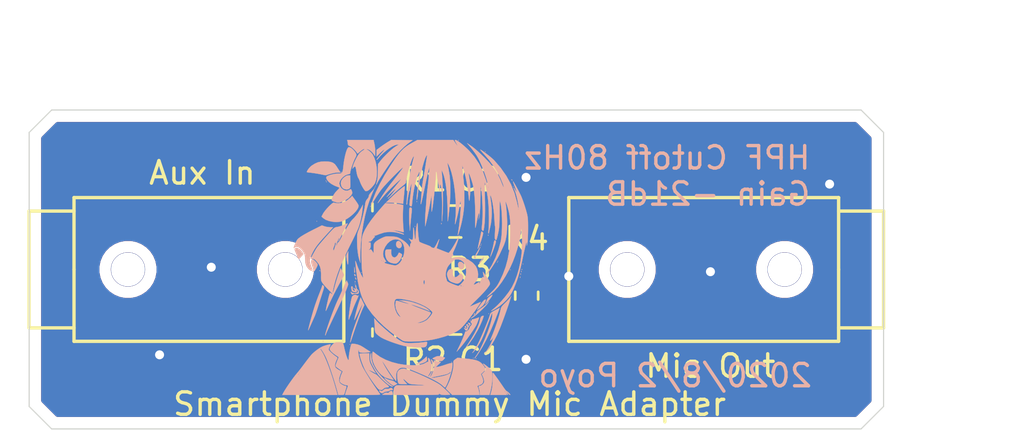
<source format=kicad_pcb>
(kicad_pcb (version 20171130) (host pcbnew "(5.1.6)-1")

  (general
    (thickness 1.6)
    (drawings 15)
    (tracks 32)
    (zones 0)
    (modules 9)
    (nets 7)
  )

  (page A4)
  (layers
    (0 F.Cu signal)
    (31 B.Cu signal)
    (32 B.Adhes user)
    (33 F.Adhes user)
    (34 B.Paste user)
    (35 F.Paste user)
    (36 B.SilkS user)
    (37 F.SilkS user)
    (38 B.Mask user)
    (39 F.Mask user)
    (40 Dwgs.User user)
    (41 Cmts.User user)
    (42 Eco1.User user)
    (43 Eco2.User user)
    (44 Edge.Cuts user)
    (45 Margin user)
    (46 B.CrtYd user)
    (47 F.CrtYd user)
    (48 B.Fab user)
    (49 F.Fab user)
  )

  (setup
    (last_trace_width 0.5)
    (user_trace_width 0.5)
    (trace_clearance 0.2)
    (zone_clearance 0.508)
    (zone_45_only no)
    (trace_min 0.2)
    (via_size 0.8)
    (via_drill 0.4)
    (via_min_size 0.4)
    (via_min_drill 0.3)
    (uvia_size 0.3)
    (uvia_drill 0.1)
    (uvias_allowed no)
    (uvia_min_size 0.2)
    (uvia_min_drill 0.1)
    (edge_width 0.05)
    (segment_width 0.2)
    (pcb_text_width 0.3)
    (pcb_text_size 1.5 1.5)
    (mod_edge_width 0.12)
    (mod_text_size 1 1)
    (mod_text_width 0.15)
    (pad_size 1.524 1.524)
    (pad_drill 0.762)
    (pad_to_mask_clearance 0.05)
    (aux_axis_origin 0 0)
    (visible_elements FFFFFF7F)
    (pcbplotparams
      (layerselection 0x010f0_ffffffff)
      (usegerberextensions true)
      (usegerberattributes true)
      (usegerberadvancedattributes true)
      (creategerberjobfile false)
      (excludeedgelayer true)
      (linewidth 0.100000)
      (plotframeref false)
      (viasonmask false)
      (mode 1)
      (useauxorigin true)
      (hpglpennumber 1)
      (hpglpenspeed 20)
      (hpglpendiameter 15.000000)
      (psnegative false)
      (psa4output false)
      (plotreference true)
      (plotvalue true)
      (plotinvisibletext false)
      (padsonsilk false)
      (subtractmaskfromsilk true)
      (outputformat 1)
      (mirror false)
      (drillshape 0)
      (scaleselection 1)
      (outputdirectory "gbr/"))
  )

  (net 0 "")
  (net 1 "Net-(C1-Pad2)")
  (net 2 "Net-(C1-Pad1)")
  (net 3 "Net-(J1-PadR)")
  (net 4 GND)
  (net 5 "Net-(J1-PadT)")
  (net 6 "Net-(R1-Pad1)")

  (net_class Default "This is the default net class."
    (clearance 0.2)
    (trace_width 0.25)
    (via_dia 0.8)
    (via_drill 0.4)
    (uvia_dia 0.3)
    (uvia_drill 0.1)
    (add_net GND)
    (add_net "Net-(C1-Pad1)")
    (add_net "Net-(C1-Pad2)")
    (add_net "Net-(J1-PadR)")
    (add_net "Net-(J1-PadT)")
    (add_net "Net-(R1-Pad1)")
  )

  (module toripoyo:tiemi2 (layer B.Cu) (tedit 0) (tstamp 5F264DF6)
    (at 155.702 72.898 180)
    (fp_text reference G*** (at 0 0) (layer B.SilkS) hide
      (effects (font (size 1.524 1.524) (thickness 0.3)) (justify mirror))
    )
    (fp_text value LOGO (at 0.75 0) (layer B.SilkS) hide
      (effects (font (size 1.524 1.524) (thickness 0.3)) (justify mirror))
    )
    (fp_poly (pts (xy -3.324383 -4.717015) (xy -3.318151 -4.760664) (xy -3.31443 -4.841474) (xy -3.312436 -4.965649)
      (xy -3.312178 -4.995775) (xy -3.307329 -5.178077) (xy -3.294975 -5.324215) (xy -3.273642 -5.448464)
      (xy -3.259528 -5.50545) (xy -3.2094 -5.6896) (xy -3.938788 -5.6896) (xy -3.91176 -5.63245)
      (xy -3.884733 -5.5753) (xy -3.926665 -5.63245) (xy -3.967853 -5.676894) (xy -3.994862 -5.687862)
      (xy -3.998266 -5.666355) (xy -3.978022 -5.626993) (xy -3.948568 -5.575676) (xy -3.943315 -5.560946)
      (xy -3.879973 -5.560946) (xy -3.876499 -5.5626) (xy -3.853319 -5.544718) (xy -3.8481 -5.5372)
      (xy -3.841628 -5.513453) (xy -3.845102 -5.5118) (xy -3.868282 -5.529681) (xy -3.8735 -5.5372)
      (xy -3.879973 -5.560946) (xy -3.943315 -5.560946) (xy -3.937428 -5.544443) (xy -3.949423 -5.550265)
      (xy -3.978868 -5.589063) (xy -3.990723 -5.60705) (xy -4.034741 -5.660565) (xy -4.076711 -5.688455)
      (xy -4.084177 -5.6896) (xy -4.098409 -5.677877) (xy -4.075039 -5.640547) (xy -4.039558 -5.601688)
      (xy -3.986639 -5.552651) (xy -3.947327 -5.526251) (xy -3.936389 -5.524877) (xy -3.915868 -5.509762)
      (xy -3.874417 -5.460214) (xy -3.818579 -5.38453) (xy -3.770349 -5.314339) (xy -3.691301 -5.197716)
      (xy -3.606046 -5.074637) (xy -3.528606 -4.965258) (xy -3.501307 -4.9276) (xy -3.439707 -4.843362)
      (xy -3.386435 -4.770226) (xy -3.351392 -4.72179) (xy -3.347522 -4.716375) (xy -3.333912 -4.70432)
      (xy -3.324383 -4.717015)) (layer B.SilkS) (width 0.01))
    (fp_poly (pts (xy -2.890798 -4.309199) (xy -2.918309 -4.351523) (xy -2.943769 -4.382383) (xy -3.001886 -4.462939)
      (xy -3.017153 -4.532045) (xy -2.988828 -4.601798) (xy -2.925846 -4.67473) (xy -2.829092 -4.771485)
      (xy -2.871456 -4.855892) (xy -2.904937 -4.941542) (xy -2.928249 -5.033897) (xy -2.929009 -5.038605)
      (xy -2.933606 -5.109768) (xy -2.913679 -5.16161) (xy -2.871053 -5.210055) (xy -2.812819 -5.256938)
      (xy -2.759658 -5.281929) (xy -2.749388 -5.2832) (xy -2.701501 -5.28981) (xy -2.685257 -5.316711)
      (xy -2.696986 -5.374509) (xy -2.707296 -5.404772) (xy -2.73078 -5.495999) (xy -2.741978 -5.589106)
      (xy -2.742086 -5.59435) (xy -2.7432 -5.6896) (xy -3.168306 -5.6896) (xy -3.208579 -5.54355)
      (xy -3.248061 -5.375565) (xy -3.276796 -5.202169) (xy -3.294389 -5.032616) (xy -3.300446 -4.876157)
      (xy -3.294574 -4.742047) (xy -3.276378 -4.639538) (xy -3.249501 -4.582383) (xy -3.20651 -4.537986)
      (xy -3.141904 -4.479773) (xy -3.067076 -4.416968) (xy -2.993419 -4.358798) (xy -2.932324 -4.314487)
      (xy -2.895185 -4.293262) (xy -2.891651 -4.2926) (xy -2.890798 -4.309199)) (layer B.SilkS) (width 0.01))
    (fp_poly (pts (xy -1.652817 -4.100841) (xy -1.59568 -4.1438) (xy -1.569272 -4.18177) (xy -1.564491 -4.235424)
      (xy -1.568939 -4.291338) (xy -1.566978 -4.408333) (xy -1.544789 -4.557733) (xy -1.505764 -4.726967)
      (xy -1.453295 -4.903464) (xy -1.390773 -5.074654) (xy -1.32159 -5.227966) (xy -1.310483 -5.249332)
      (xy -1.22691 -5.406719) (xy -1.369842 -5.548159) (xy -1.512774 -5.6896) (xy -2.724876 -5.6896)
      (xy -2.709629 -5.560855) (xy -2.693036 -5.468632) (xy -2.668815 -5.385059) (xy -2.657525 -5.358232)
      (xy -2.635858 -5.308803) (xy -2.643321 -5.283356) (xy -2.688599 -5.265669) (xy -2.710339 -5.259594)
      (xy -2.815312 -5.214661) (xy -2.876215 -5.148496) (xy -2.893907 -5.058613) (xy -2.86925 -4.942523)
      (xy -2.842649 -4.876816) (xy -2.790813 -4.762533) (xy -2.866527 -4.694883) (xy -2.942641 -4.618966)
      (xy -2.978221 -4.557247) (xy -2.97627 -4.497743) (xy -2.939788 -4.428472) (xy -2.935005 -4.421482)
      (xy -2.860364 -4.323893) (xy -2.782826 -4.248048) (xy -2.693908 -4.190238) (xy -2.585125 -4.146754)
      (xy -2.447995 -4.113887) (xy -2.274034 -4.087929) (xy -2.138121 -4.073096) (xy -1.748619 -4.03445)
      (xy -1.652817 -4.100841)) (layer B.SilkS) (width 0.01))
    (fp_poly (pts (xy 0.77074 -4.533965) (xy 0.862815 -4.587367) (xy 0.918045 -4.668578) (xy 0.93074 -4.736468)
      (xy 0.933436 -4.835552) (xy 0.927176 -4.947441) (xy 0.912998 -5.053742) (xy 0.891944 -5.136065)
      (xy 0.891533 -5.13715) (xy 0.875148 -5.172929) (xy 0.8518 -5.193782) (xy 0.809117 -5.203729)
      (xy 0.734728 -5.206792) (xy 0.676652 -5.207) (xy 0.488448 -5.207) (xy 0.574424 -5.113136)
      (xy 0.633118 -5.043054) (xy 0.660543 -4.996403) (xy 0.653657 -4.97845) (xy 0.652244 -4.9784)
      (xy 0.631172 -4.994533) (xy 0.584327 -5.036593) (xy 0.528997 -5.088676) (xy 0.46276 -5.148453)
      (xy 0.407362 -5.183542) (xy 0.342879 -5.202649) (xy 0.249389 -5.214475) (xy 0.238703 -5.215496)
      (xy 0.122085 -5.224843) (xy 0.001071 -5.231964) (xy -0.0762 -5.234751) (xy -0.167854 -5.240042)
      (xy -0.247895 -5.250565) (xy -0.2794 -5.257999) (xy -0.272992 -5.263054) (xy -0.221761 -5.266543)
      (xy -0.131663 -5.268399) (xy -0.008654 -5.268554) (xy 0.141311 -5.266944) (xy 0.281077 -5.26424)
      (xy 0.457465 -5.260894) (xy 0.619797 -5.259127) (xy 0.760252 -5.258919) (xy 0.871005 -5.26025)
      (xy 0.944234 -5.263101) (xy 0.968872 -5.265964) (xy 1.031454 -5.305978) (xy 1.073713 -5.382455)
      (xy 1.092306 -5.483977) (xy 1.083892 -5.59913) (xy 1.07619 -5.63245) (xy 1.060875 -5.6896)
      (xy 0.05782 -5.6896) (xy -0.194615 -5.689477) (xy -0.400787 -5.688978) (xy -0.565233 -5.687904)
      (xy -0.69249 -5.686057) (xy -0.787095 -5.68324) (xy -0.853584 -5.679255) (xy -0.896495 -5.673903)
      (xy -0.920365 -5.666987) (xy -0.92973 -5.65831) (xy -0.929128 -5.647673) (xy -0.928725 -5.646574)
      (xy -0.91996 -5.618018) (xy -0.934509 -5.624345) (xy -0.959757 -5.646574) (xy -0.999121 -5.669818)
      (xy -1.061254 -5.683343) (xy -1.1575 -5.689063) (xy -1.214851 -5.6896) (xy -1.310321 -5.687171)
      (xy -1.382613 -5.680706) (xy -1.419837 -5.67144) (xy -1.4224 -5.668066) (xy -1.403377 -5.639481)
      (xy -1.347894 -5.580486) (xy -1.258335 -5.493414) (xy -1.137083 -5.380595) (xy -1.01986 -5.274264)
      (xy -0.94646 -5.219699) (xy -0.835707 -5.152137) (xy -0.695176 -5.075012) (xy -0.532445 -4.991759)
      (xy -0.355089 -4.905811) (xy -0.170684 -4.820601) (xy 0.013194 -4.739565) (xy 0.188968 -4.666136)
      (xy 0.349062 -4.603747) (xy 0.485901 -4.555833) (xy 0.591908 -4.525828) (xy 0.650899 -4.516987)
      (xy 0.77074 -4.533965)) (layer B.SilkS) (width 0.01))
    (fp_poly (pts (xy 1.254755 -5.528344) (xy 1.29012 -5.563585) (xy 1.327277 -5.598235) (xy 1.35338 -5.595969)
      (xy 1.414271 -5.583364) (xy 1.48612 -5.601315) (xy 1.524 -5.625146) (xy 1.576206 -5.660308)
      (xy 1.6002 -5.67158) (xy 1.592784 -5.677459) (xy 1.543185 -5.682517) (xy 1.460021 -5.686141)
      (xy 1.375232 -5.687594) (xy 1.256928 -5.687633) (xy 1.181274 -5.684744) (xy 1.140149 -5.677675)
      (xy 1.125429 -5.665175) (xy 1.127582 -5.649422) (xy 1.141118 -5.588676) (xy 1.143 -5.560522)
      (xy 1.161281 -5.522346) (xy 1.204397 -5.511742) (xy 1.254755 -5.528344)) (layer B.SilkS) (width 0.01))
    (fp_poly (pts (xy 3.569919 -3.346007) (xy 3.603368 -3.346704) (xy 3.67108 -3.352724) (xy 3.724712 -3.374035)
      (xy 3.781967 -3.419924) (xy 3.825618 -3.463322) (xy 3.899939 -3.548968) (xy 3.933448 -3.61855)
      (xy 3.925157 -3.682396) (xy 3.874073 -3.750833) (xy 3.79095 -3.824674) (xy 3.710665 -3.887354)
      (xy 3.638066 -3.939256) (xy 3.588304 -3.969575) (xy 3.586768 -3.970293) (xy 3.54735 -3.99946)
      (xy 3.540883 -4.024074) (xy 3.598069 -4.15732) (xy 3.641209 -4.270313) (xy 3.667563 -4.355122)
      (xy 3.674396 -4.403814) (xy 3.673388 -4.408009) (xy 3.64888 -4.434039) (xy 3.594722 -4.478036)
      (xy 3.523985 -4.530483) (xy 3.449745 -4.581866) (xy 3.385074 -4.622668) (xy 3.359039 -4.636804)
      (xy 3.364827 -4.658916) (xy 3.387357 -4.709477) (xy 3.393581 -4.722142) (xy 3.436792 -4.824941)
      (xy 3.46822 -4.930978) (xy 3.484691 -5.025648) (xy 3.483031 -5.094343) (xy 3.477705 -5.109312)
      (xy 3.432918 -5.156129) (xy 3.358042 -5.203173) (xy 3.272732 -5.240348) (xy 3.196638 -5.257555)
      (xy 3.188711 -5.2578) (xy 3.148351 -5.260025) (xy 3.129894 -5.273618) (xy 3.132259 -5.308956)
      (xy 3.15437 -5.376417) (xy 3.171547 -5.4229) (xy 3.202408 -5.510515) (xy 3.227501 -5.590038)
      (xy 3.235518 -5.61975) (xy 3.252167 -5.6896) (xy 2.462784 -5.6896) (xy 2.234187 -5.689205)
      (xy 2.052123 -5.687906) (xy 1.912329 -5.685527) (xy 1.810543 -5.681891) (xy 1.742504 -5.676824)
      (xy 1.703949 -5.670151) (xy 1.690616 -5.661695) (xy 1.691348 -5.65785) (xy 1.717386 -5.617828)
      (xy 1.75942 -5.558448) (xy 1.770699 -5.543078) (xy 1.861603 -5.416269) (xy 1.962226 -5.26933)
      (xy 2.067333 -5.110573) (xy 2.171686 -4.948308) (xy 2.27005 -4.790847) (xy 2.357186 -4.6465)
      (xy 2.42786 -4.523578) (xy 2.476834 -4.430393) (xy 2.489828 -4.401749) (xy 2.577227 -4.17176)
      (xy 2.634715 -3.973566) (xy 2.661469 -3.810286) (xy 2.663194 -3.74658) (xy 2.659676 -3.681796)
      (xy 2.654411 -3.667249) (xy 2.648202 -3.695617) (xy 2.631168 -3.755993) (xy 2.607558 -3.790478)
      (xy 2.565425 -3.800501) (xy 2.489102 -3.805741) (xy 2.394956 -3.806329) (xy 2.29936 -3.802398)
      (xy 2.218682 -3.794078) (xy 2.1844 -3.787078) (xy 2.1209 -3.76922) (xy 2.1971 -3.722398)
      (xy 2.256172 -3.685057) (xy 2.340098 -3.630745) (xy 2.431493 -3.570717) (xy 2.4384 -3.566142)
      (xy 2.566894 -3.491238) (xy 2.689706 -3.44495) (xy 2.776868 -3.42541) (xy 2.872525 -3.410106)
      (xy 2.930094 -3.40703) (xy 2.960821 -3.416285) (xy 2.970677 -3.427183) (xy 2.990532 -3.47802)
      (xy 3.013652 -3.565074) (xy 3.037262 -3.674123) (xy 3.058584 -3.790946) (xy 3.074844 -3.90132)
      (xy 3.083265 -3.991023) (xy 3.083792 -4.006697) (xy 3.087779 -4.081211) (xy 3.095541 -4.12962)
      (xy 3.101763 -4.140047) (xy 3.123934 -4.11693) (xy 3.154001 -4.053289) (xy 3.18884 -3.958189)
      (xy 3.225326 -3.840695) (xy 3.260333 -3.709873) (xy 3.281582 -3.618462) (xy 3.307371 -3.498667)
      (xy 3.329112 -3.419567) (xy 3.356522 -3.372956) (xy 3.399315 -3.350629) (xy 3.467209 -3.344381)
      (xy 3.569919 -3.346007)) (layer B.SilkS) (width 0.01))
    (fp_poly (pts (xy 3.990917 -3.448796) (xy 4.077587 -3.47102) (xy 4.17129 -3.500205) (xy 4.258469 -3.532853)
      (xy 4.262557 -3.534575) (xy 4.360354 -3.586695) (xy 4.476792 -3.664716) (xy 4.596255 -3.757029)
      (xy 4.703127 -3.852021) (xy 4.740588 -3.890015) (xy 4.783382 -3.94) (xy 4.848746 -4.021625)
      (xy 4.929327 -4.125475) (xy 5.017775 -4.242134) (xy 5.064854 -4.3053) (xy 5.152474 -4.422605)
      (xy 5.233988 -4.529929) (xy 5.302686 -4.61857) (xy 5.351858 -4.679827) (xy 5.368434 -4.699)
      (xy 5.443344 -4.786813) (xy 5.536364 -4.906616) (xy 5.639485 -5.046975) (xy 5.744696 -5.196451)
      (xy 5.843991 -5.343608) (xy 5.929361 -5.47701) (xy 5.992796 -5.585221) (xy 6.004315 -5.60705)
      (xy 6.046504 -5.6896) (xy 3.586204 -5.6896) (xy 3.645798 -5.472993) (xy 3.725768 -5.194406)
      (xy 3.810369 -4.92168) (xy 3.838034 -4.8387) (xy 5.2578 -4.8387) (xy 5.2705 -4.8514)
      (xy 5.2832 -4.8387) (xy 5.2705 -4.826) (xy 5.2578 -4.8387) (xy 3.838034 -4.8387)
      (xy 3.859204 -4.7752) (xy 5.3086 -4.7752) (xy 5.317893 -4.796107) (xy 5.325533 -4.792133)
      (xy 5.328573 -4.761989) (xy 5.325533 -4.758266) (xy 5.310433 -4.761753) (xy 5.3086 -4.7752)
      (xy 3.859204 -4.7752) (xy 3.880375 -4.7117) (xy 5.2832 -4.7117) (xy 5.2959 -4.7244)
      (xy 5.3086 -4.7117) (xy 5.2959 -4.699) (xy 5.2832 -4.7117) (xy 3.880375 -4.7117)
      (xy 3.897312 -4.6609) (xy 5.2578 -4.6609) (xy 5.2705 -4.6736) (xy 5.2832 -4.6609)
      (xy 5.2705 -4.6482) (xy 5.2578 -4.6609) (xy 3.897312 -4.6609) (xy 3.89736 -4.660759)
      (xy 3.915513 -4.6101) (xy 5.2324 -4.6101) (xy 5.2451 -4.6228) (xy 5.2578 -4.6101)
      (xy 5.2451 -4.5974) (xy 5.2324 -4.6101) (xy 3.915513 -4.6101) (xy 3.984498 -4.417592)
      (xy 4.069542 -4.198125) (xy 4.15025 -4.008303) (xy 4.224381 -3.854074) (xy 4.289693 -3.741383)
      (xy 4.308605 -3.71475) (xy 4.34202 -3.664124) (xy 4.351405 -3.634983) (xy 4.34734 -3.6322)
      (xy 4.318373 -3.653657) (xy 4.273883 -3.71173) (xy 4.219763 -3.796974) (xy 4.16191 -3.899941)
      (xy 4.106219 -4.011184) (xy 4.093249 -4.039347) (xy 4.0374 -4.172931) (xy 3.972061 -4.345641)
      (xy 3.900555 -4.547447) (xy 3.826206 -4.768316) (xy 3.752338 -4.998218) (xy 3.682272 -5.227121)
      (xy 3.619333 -5.444995) (xy 3.582322 -5.58165) (xy 3.554041 -5.6896) (xy 3.42952 -5.6896)
      (xy 3.355195 -5.686041) (xy 3.304988 -5.676977) (xy 3.293909 -5.67055) (xy 3.281392 -5.637455)
      (xy 3.260374 -5.57133) (xy 3.241174 -5.506391) (xy 3.216515 -5.422291) (xy 3.196029 -5.355622)
      (xy 3.186639 -5.327694) (xy 3.195676 -5.29851) (xy 3.224205 -5.290303) (xy 3.310843 -5.267826)
      (xy 3.402209 -5.220623) (xy 3.475085 -5.16174) (xy 3.492907 -5.139313) (xy 3.519928 -5.053232)
      (xy 3.510723 -4.935577) (xy 3.465679 -4.789991) (xy 3.45239 -4.757811) (xy 3.405776 -4.649065)
      (xy 3.515256 -4.584906) (xy 3.615084 -4.520529) (xy 3.674355 -4.464284) (xy 3.700003 -4.40627)
      (xy 3.698966 -4.336588) (xy 3.697091 -4.325365) (xy 3.673332 -4.238469) (xy 3.636585 -4.145718)
      (xy 3.627905 -4.127946) (xy 3.597432 -4.064634) (xy 3.590513 -4.030429) (xy 3.606266 -4.009902)
      (xy 3.620637 -4.000946) (xy 3.68733 -3.955968) (xy 3.766172 -3.893732) (xy 3.845773 -3.824451)
      (xy 3.914742 -3.758333) (xy 3.961689 -3.705589) (xy 3.975007 -3.683292) (xy 3.971775 -3.618835)
      (xy 3.935936 -3.541579) (xy 3.90428 -3.483293) (xy 3.891543 -3.444976) (xy 3.892913 -3.43922)
      (xy 3.92484 -3.43703) (xy 3.990917 -3.448796)) (layer B.SilkS) (width 0.01))
    (fp_poly (pts (xy 1.26273 -5.390027) (xy 1.265476 -5.392344) (xy 1.332046 -5.418781) (xy 1.392341 -5.416897)
      (xy 1.463093 -5.4169) (xy 1.522447 -5.44925) (xy 1.544998 -5.469483) (xy 1.601474 -5.512483)
      (xy 1.64327 -5.515305) (xy 1.651257 -5.511103) (xy 1.707263 -5.485473) (xy 1.732048 -5.494873)
      (xy 1.72057 -5.536094) (xy 1.712164 -5.5499) (xy 1.656434 -5.599826) (xy 1.590228 -5.611599)
      (xy 1.530919 -5.582874) (xy 1.524 -5.5753) (xy 1.477645 -5.549325) (xy 1.405739 -5.537344)
      (xy 1.397 -5.5372) (xy 1.320344 -5.526361) (xy 1.269639 -5.498625) (xy 1.268644 -5.497467)
      (xy 1.215349 -5.469455) (xy 1.178894 -5.471983) (xy 1.136071 -5.474188) (xy 1.128037 -5.445924)
      (xy 1.128118 -5.445362) (xy 1.156251 -5.393107) (xy 1.207916 -5.37204) (xy 1.26273 -5.390027)) (layer B.SilkS) (width 0.01))
    (fp_poly (pts (xy 2.391935 -3.839984) (xy 2.61217 -3.8481) (xy 2.598108 -3.9243) (xy 2.567716 -4.048568)
      (xy 2.520047 -4.198112) (xy 2.461952 -4.354587) (xy 2.400279 -4.499651) (xy 2.34188 -4.614958)
      (xy 2.337286 -4.6228) (xy 2.249909 -4.765314) (xy 2.156656 -4.909699) (xy 2.062249 -5.049423)
      (xy 1.971409 -5.177951) (xy 1.888857 -5.288752) (xy 1.819312 -5.375292) (xy 1.767497 -5.431038)
      (xy 1.7399 -5.449485) (xy 1.677171 -5.461532) (xy 1.651 -5.470105) (xy 1.606405 -5.463269)
      (xy 1.557671 -5.422582) (xy 1.482479 -5.36945) (xy 1.417971 -5.359011) (xy 1.335377 -5.352824)
      (xy 1.300189 -5.333365) (xy 1.311843 -5.297812) (xy 1.369776 -5.243343) (xy 1.391467 -5.226406)
      (xy 1.464902 -5.165266) (xy 1.556878 -5.081412) (xy 1.651529 -4.989498) (xy 1.685685 -4.95469)
      (xy 1.76048 -4.878452) (xy 1.821771 -4.818298) (xy 1.86138 -4.782123) (xy 1.871507 -4.7752)
      (xy 1.901962 -4.76366) (xy 1.958948 -4.734083) (xy 2.029691 -4.694031) (xy 2.101419 -4.651068)
      (xy 2.161358 -4.612756) (xy 2.196735 -4.586659) (xy 2.200983 -4.580116) (xy 2.174435 -4.58499)
      (xy 2.115435 -4.608615) (xy 2.036428 -4.645973) (xy 2.031463 -4.64847) (xy 1.873386 -4.728267)
      (xy 1.923456 -4.656483) (xy 1.958985 -4.599782) (xy 2.00803 -4.514191) (xy 2.061221 -4.416173)
      (xy 2.072613 -4.394453) (xy 2.123101 -4.292672) (xy 2.152877 -4.214306) (xy 2.167261 -4.139148)
      (xy 2.171572 -4.04699) (xy 2.1717 -4.018037) (xy 2.1717 -3.831869) (xy 2.391935 -3.839984)) (layer B.SilkS) (width 0.01))
    (fp_poly (pts (xy 2.026406 -3.766418) (xy 2.032101 -3.80987) (xy 2.042696 -3.87961) (xy 2.046039 -3.900444)
      (xy 2.046916 -4.042195) (xy 2.011565 -4.201367) (xy 1.946145 -4.367384) (xy 1.856819 -4.52967)
      (xy 1.749747 -4.67765) (xy 1.63109 -4.800748) (xy 1.507009 -4.88839) (xy 1.45724 -4.911149)
      (xy 1.370627 -4.942032) (xy 1.27857 -4.971661) (xy 1.193518 -4.996466) (xy 1.12792 -5.012878)
      (xy 1.094226 -5.017325) (xy 1.0922 -5.015835) (xy 1.106005 -4.992811) (xy 1.14319 -4.937856)
      (xy 1.197407 -4.860232) (xy 1.23825 -4.802741) (xy 1.296419 -4.717535) (xy 1.360358 -4.617705)
      (xy 1.425097 -4.511854) (xy 1.485666 -4.408583) (xy 1.537096 -4.316494) (xy 1.574416 -4.244187)
      (xy 1.592657 -4.200265) (xy 1.591694 -4.191) (xy 1.57454 -4.211325) (xy 1.536734 -4.26664)
      (xy 1.483892 -4.348454) (xy 1.422758 -4.446438) (xy 1.34605 -4.567432) (xy 1.260608 -4.69598)
      (xy 1.173861 -4.821496) (xy 1.093241 -4.933393) (xy 1.026178 -5.021085) (xy 0.987762 -5.066188)
      (xy 0.977455 -5.057677) (xy 0.975685 -5.006361) (xy 0.980963 -4.936631) (xy 0.982654 -4.778074)
      (xy 0.949528 -4.652193) (xy 0.879751 -4.553026) (xy 0.85636 -4.531706) (xy 0.808833 -4.499281)
      (xy 0.754208 -4.479394) (xy 0.687874 -4.473234) (xy 0.605222 -4.481988) (xy 0.501645 -4.506846)
      (xy 0.372531 -4.548995) (xy 0.213271 -4.609626) (xy 0.019258 -4.689925) (xy -0.21412 -4.791082)
      (xy -0.3048 -4.831123) (xy -0.513452 -4.927691) (xy -0.701549 -5.02284) (xy -0.86218 -5.112712)
      (xy -0.988436 -5.193446) (xy -1.071345 -5.259207) (xy -1.131364 -5.313614) (xy -1.176915 -5.350002)
      (xy -1.194175 -5.3594) (xy -1.212309 -5.338015) (xy -1.244593 -5.28135) (xy -1.284751 -5.200634)
      (xy -1.294065 -5.180662) (xy -1.348169 -5.050736) (xy -1.400905 -4.901975) (xy -1.448565 -4.747373)
      (xy -1.466331 -4.679983) (xy -1.4478 -4.679983) (xy -1.424146 -4.717082) (xy -1.359001 -4.758053)
      (xy -1.261099 -4.799115) (xy -1.13917 -4.836487) (xy -1.0287 -4.861474) (xy -0.914635 -4.883375)
      (xy -0.803507 -4.904741) (xy -0.717654 -4.921277) (xy -0.7112 -4.922522) (xy -0.637222 -4.933035)
      (xy -0.583664 -4.933866) (xy -0.571865 -4.930894) (xy -0.585951 -4.921375) (xy -0.641808 -4.904635)
      (xy -0.73127 -4.882775) (xy -0.846173 -4.857897) (xy -0.889365 -4.849168) (xy -1.054394 -4.815457)
      (xy -1.177306 -4.787629) (xy -1.266087 -4.763169) (xy -1.328721 -4.739565) (xy -1.373193 -4.714303)
      (xy -1.405759 -4.686612) (xy -1.437662 -4.660974) (xy -1.447659 -4.674601) (xy -1.4478 -4.679983)
      (xy -1.466331 -4.679983) (xy -1.487438 -4.599921) (xy -1.513814 -4.472612) (xy -1.523983 -4.378438)
      (xy -1.524 -4.375441) (xy -1.524 -4.261642) (xy -1.44145 -4.275183) (xy -1.375974 -4.290645)
      (xy -1.282919 -4.318301) (xy -1.182169 -4.352232) (xy -1.179937 -4.353033) (xy -1.072944 -4.388277)
      (xy -0.966965 -4.41798) (xy -0.887837 -4.435166) (xy -0.7747 -4.452991) (xy -0.9017 -4.335704)
      (xy -0.967251 -4.274032) (xy -0.998837 -4.238814) (xy -1.000283 -4.222554) (xy -0.975412 -4.217755)
      (xy -0.962044 -4.217408) (xy -0.89556 -4.208217) (xy -0.812213 -4.186578) (xy -0.789069 -4.178888)
      (xy -0.72394 -4.157067) (xy -0.695707 -4.154548) (xy -0.693466 -4.173435) (xy -0.700107 -4.196062)
      (xy -0.718787 -4.319631) (xy -0.709039 -4.466871) (xy -0.673271 -4.621081) (xy -0.619654 -4.754352)
      (xy -0.572314 -4.841438) (xy -0.543357 -4.882031) (xy -0.534791 -4.877729) (xy -0.548626 -4.830127)
      (xy -0.586869 -4.740821) (xy -0.59115 -4.731698) (xy -0.637555 -4.623442) (xy -0.662501 -4.531928)
      (xy -0.671987 -4.431159) (xy -0.672809 -4.377889) (xy -0.669736 -4.272038) (xy -0.658192 -4.2027)
      (xy -0.635308 -4.155894) (xy -0.624573 -4.142783) (xy -0.582928 -4.103314) (xy -0.567676 -4.106627)
      (xy -0.578644 -4.153068) (xy -0.596567 -4.198984) (xy -0.626071 -4.314405) (xy -0.633436 -4.45044)
      (xy -0.618094 -4.581709) (xy -0.606093 -4.625359) (xy -0.578046 -4.689874) (xy -0.538606 -4.758803)
      (xy -0.496442 -4.819602) (xy -0.460222 -4.859728) (xy -0.43904 -4.867105) (xy -0.444227 -4.84078)
      (xy -0.473994 -4.793269) (xy -0.480159 -4.785234) (xy -0.548437 -4.663444) (xy -0.588106 -4.518279)
      (xy -0.594298 -4.371276) (xy -0.586173 -4.316132) (xy -0.556829 -4.207799) (xy -0.521181 -4.118338)
      (xy -0.484329 -4.058431) (xy -0.453721 -4.0386) (xy -0.437819 -4.061421) (xy -0.442966 -4.128511)
      (xy -0.443939 -4.13385) (xy -0.451308 -4.18984) (xy -0.448027 -4.213587) (xy -0.4447 -4.212217)
      (xy -0.415296 -4.214578) (xy -0.362022 -4.240743) (xy -0.340187 -4.254701) (xy -0.23635 -4.307665)
      (xy -0.103012 -4.343455) (xy 0.06658 -4.363372) (xy 0.252726 -4.3688) (xy 0.566414 -4.352186)
      (xy 0.87508 -4.304137) (xy 1.170473 -4.227337) (xy 1.444339 -4.124471) (xy 1.688426 -3.998223)
      (xy 1.894481 -3.85128) (xy 1.924719 -3.824809) (xy 1.97972 -3.780714) (xy 2.016845 -3.761584)
      (xy 2.026406 -3.766418)) (layer B.SilkS) (width 0.01))
    (fp_poly (pts (xy 2.108679 -3.8354) (xy 2.121766 -3.880314) (xy 2.130692 -3.957177) (xy 2.133211 -4.026601)
      (xy 2.129305 -4.114901) (xy 2.113536 -4.192735) (xy 2.080586 -4.278776) (xy 2.034333 -4.373809)
      (xy 1.907942 -4.600518) (xy 1.778144 -4.789516) (xy 1.635726 -4.953561) (xy 1.567378 -5.02048)
      (xy 1.439161 -5.137115) (xy 1.337983 -5.220899) (xy 1.256989 -5.276825) (xy 1.189326 -5.309883)
      (xy 1.156251 -5.319904) (xy 1.125938 -5.323595) (xy 1.130862 -5.310204) (xy 1.174036 -5.276481)
      (xy 1.235472 -5.23446) (xy 1.332008 -5.159908) (xy 1.447458 -5.055266) (xy 1.571143 -4.931735)
      (xy 1.692388 -4.800518) (xy 1.800514 -4.672815) (xy 1.884845 -4.55983) (xy 1.898921 -4.538411)
      (xy 2.007454 -4.336574) (xy 2.069276 -4.143182) (xy 2.08655 -3.9624) (xy 2.08804 -3.872368)
      (xy 2.095529 -3.830996) (xy 2.108679 -3.8354)) (layer B.SilkS) (width 0.01))
    (fp_poly (pts (xy 1.469861 -4.981579) (xy 1.435079 -5.021086) (xy 1.375345 -5.076394) (xy 1.301866 -5.138527)
      (xy 1.225849 -5.198511) (xy 1.158501 -5.247372) (xy 1.11103 -5.276137) (xy 1.097084 -5.280087)
      (xy 1.065045 -5.266999) (xy 1.008434 -5.238673) (xy 0.995406 -5.23174) (xy 0.947417 -5.198867)
      (xy 0.934476 -5.173995) (xy 0.938256 -5.169853) (xy 0.963103 -5.16251) (xy 0.9652 -5.166246)
      (xy 0.980575 -5.159677) (xy 1.018128 -5.126308) (xy 1.023461 -5.121029) (xy 1.088877 -5.078072)
      (xy 1.175073 -5.048291) (xy 1.190892 -5.045311) (xy 1.28634 -5.021326) (xy 1.385001 -4.983954)
      (xy 1.404534 -4.974556) (xy 1.509006 -4.921258) (xy 1.469861 -4.981579)) (layer B.SilkS) (width 0.01))
    (fp_poly (pts (xy -0.262195 -4.081942) (xy -0.173155 -4.154823) (xy -0.07168 -4.223411) (xy -0.018076 -4.253392)
      (xy 0.111574 -4.318) (xy 0.011337 -4.316811) (xy -0.0735 -4.306347) (xy -0.172543 -4.281247)
      (xy -0.214367 -4.266638) (xy -0.312259 -4.223948) (xy -0.369118 -4.184171) (xy -0.393179 -4.137842)
      (xy -0.392678 -4.075493) (xy -0.390918 -4.063706) (xy -0.376664 -3.9751) (xy -0.262195 -4.081942)) (layer B.SilkS) (width 0.01))
    (fp_poly (pts (xy -1.4732 -4.2291) (xy -1.4859 -4.2418) (xy -1.4986 -4.2291) (xy -1.4859 -4.2164)
      (xy -1.4732 -4.2291)) (layer B.SilkS) (width 0.01))
    (fp_poly (pts (xy -0.826037 -3.970244) (xy -0.757264 -3.998179) (xy -0.688917 -4.030855) (xy -0.644742 -4.057125)
      (xy -0.635599 -4.066899) (xy -0.657437 -4.086064) (xy -0.714577 -4.111669) (xy -0.792809 -4.138774)
      (xy -0.877928 -4.162443) (xy -0.953664 -4.177451) (xy -1.025987 -4.181939) (xy -1.076806 -4.163417)
      (xy -1.129612 -4.115518) (xy -1.172371 -4.066362) (xy -1.192327 -4.034177) (xy -1.191949 -4.029266)
      (xy -1.163393 -4.018464) (xy -1.10007 -4.000307) (xy -1.029716 -3.982231) (xy -0.942181 -3.962739)
      (xy -0.881601 -3.958315) (xy -0.826037 -3.970244)) (layer B.SilkS) (width 0.01))
    (fp_poly (pts (xy -2.5654 -4.0767) (xy -2.5781 -4.0894) (xy -2.5908 -4.0767) (xy -2.5781 -4.064)
      (xy -2.5654 -4.0767)) (layer B.SilkS) (width 0.01))
    (fp_poly (pts (xy -3.422254 -1.918306) (xy -3.323968 -1.972263) (xy -3.261081 -2.012866) (xy -3.223559 -2.049498)
      (xy -3.201373 -2.091537) (xy -3.187195 -2.138086) (xy -3.161889 -2.217498) (xy -3.119411 -2.333718)
      (xy -3.063681 -2.477344) (xy -2.998617 -2.638969) (xy -2.92814 -2.809188) (xy -2.856168 -2.978597)
      (xy -2.78662 -3.137789) (xy -2.723415 -3.277361) (xy -2.670473 -3.387906) (xy -2.649266 -3.429)
      (xy -2.588587 -3.537351) (xy -2.526029 -3.641229) (xy -2.471998 -3.723603) (xy -2.455271 -3.7465)
      (xy -2.415445 -3.800436) (xy -2.407551 -3.818103) (xy -2.430659 -3.801973) (xy -2.436151 -3.7973)
      (xy -2.504033 -3.725552) (xy -2.584913 -3.619157) (xy -2.670929 -3.489784) (xy -2.75422 -3.349106)
      (xy -2.812505 -3.2385) (xy -2.84281 -3.175544) (xy -2.874003 -3.106557) (xy -2.908279 -3.025952)
      (xy -2.947838 -2.928141) (xy -2.994876 -2.807536) (xy -3.051592 -2.658549) (xy -3.120182 -2.475593)
      (xy -3.202844 -2.25308) (xy -3.24705 -2.1336) (xy -3.2893 -2.0193) (xy -3.297224 -2.101367)
      (xy -3.292846 -2.195636) (xy -3.267581 -2.327112) (xy -3.224412 -2.488161) (xy -3.166323 -2.671148)
      (xy -3.096296 -2.868437) (xy -3.017316 -3.072394) (xy -2.932364 -3.275383) (xy -2.844424 -3.469769)
      (xy -2.756478 -3.647918) (xy -2.671511 -3.802194) (xy -2.592506 -3.924962) (xy -2.576014 -3.947255)
      (xy -2.531977 -4.009295) (xy -2.508301 -4.051633) (xy -2.508531 -4.064) (xy -2.530249 -4.04403)
      (xy -2.573117 -3.989729) (xy -2.630834 -3.909508) (xy -2.693845 -3.816698) (xy -2.861659 -3.543228)
      (xy -3.030255 -3.228385) (xy -3.200696 -2.869918) (xy -3.374049 -2.465579) (xy -3.551379 -2.013115)
      (xy -3.564816 -1.977319) (xy -3.628065 -1.808339) (xy -3.422254 -1.918306)) (layer B.SilkS) (width 0.01))
    (fp_poly (pts (xy -2.4384 -4.0513) (xy -2.4511 -4.064) (xy -2.4638 -4.0513) (xy -2.4511 -4.0386)
      (xy -2.4384 -4.0513)) (layer B.SilkS) (width 0.01))
    (fp_poly (pts (xy -4.072353 -1.3716) (xy -4.0218 -1.431754) (xy -3.948073 -1.511377) (xy -3.865243 -1.595389)
      (xy -3.846279 -1.613848) (xy -3.760929 -1.700989) (xy -3.707882 -1.769148) (xy -3.678981 -1.830066)
      (xy -3.66987 -1.867848) (xy -3.640981 -2.000588) (xy -3.595366 -2.16879) (xy -3.536671 -2.361383)
      (xy -3.468541 -2.567293) (xy -3.394623 -2.775448) (xy -3.318564 -2.974775) (xy -3.253374 -3.132655)
      (xy -3.223563 -3.203846) (xy -3.204349 -3.253787) (xy -3.2004 -3.267504) (xy -3.213255 -3.272603)
      (xy -3.245216 -3.245467) (xy -3.286375 -3.195562) (xy -3.306762 -3.165878) (xy -3.331554 -3.129058)
      (xy -3.341588 -3.120431) (xy -3.335765 -3.144781) (xy -3.312983 -3.206894) (xy -3.274838 -3.304712)
      (xy -3.215392 -3.434047) (xy -3.135592 -3.578685) (xy -3.048552 -3.715712) (xy -3.005387 -3.775559)
      (xy -2.968727 -3.827418) (xy -2.952961 -3.857639) (xy -2.954303 -3.8608) (xy -2.974123 -3.841701)
      (xy -3.017551 -3.789788) (xy -3.07805 -3.713135) (xy -3.144558 -3.62585) (xy -3.276054 -3.43702)
      (xy -3.396057 -3.234069) (xy -3.511235 -3.00479) (xy -3.622308 -2.751355) (xy -3.678187 -2.611642)
      (xy -3.744593 -2.43767) (xy -3.81676 -2.242677) (xy -3.88992 -2.039903) (xy -3.959304 -1.842588)
      (xy -4.020146 -1.66397) (xy -4.067676 -1.51729) (xy -4.073443 -1.4986) (xy -4.139478 -1.2827)
      (xy -4.072353 -1.3716)) (layer B.SilkS) (width 0.01))
    (fp_poly (pts (xy -2.68399 -2.242915) (xy -2.625116 -2.262887) (xy -2.564919 -2.283879) (xy -2.486907 -2.308309)
      (xy -2.4286 -2.320975) (xy -2.407144 -2.32048) (xy -2.390147 -2.329448) (xy -2.3876 -2.346738)
      (xy -2.367756 -2.391006) (xy -2.347896 -2.407295) (xy -2.321277 -2.428571) (xy -2.336525 -2.452742)
      (xy -2.347896 -2.462467) (xy -2.384321 -2.515907) (xy -2.370263 -2.573066) (xy -2.3368 -2.609393)
      (xy -2.297924 -2.659264) (xy -2.286 -2.699199) (xy -2.269096 -2.748101) (xy -2.228245 -2.801748)
      (xy -2.178243 -2.845251) (xy -2.133884 -2.863725) (xy -2.124004 -2.862205) (xy -2.094345 -2.867123)
      (xy -2.090452 -2.878971) (xy -2.079926 -2.920281) (xy -2.052308 -2.997411) (xy -2.011868 -3.100092)
      (xy -1.962876 -3.218055) (xy -1.909602 -3.341031) (xy -1.856317 -3.458749) (xy -1.807291 -3.560942)
      (xy -1.804795 -3.565924) (xy -1.761894 -3.653054) (xy -1.730697 -3.71978) (xy -1.715976 -3.755745)
      (xy -1.715756 -3.7592) (xy -1.734173 -3.740919) (xy -1.778732 -3.690961) (xy -1.843027 -3.616652)
      (xy -1.920654 -3.525321) (xy -1.932258 -3.51155) (xy -2.015058 -3.408347) (xy -2.112626 -3.27912)
      (xy -2.217782 -3.134164) (xy -2.323349 -2.983774) (xy -2.422147 -2.838244) (xy -2.506999 -2.70787)
      (xy -2.570726 -2.602945) (xy -2.589295 -2.569267) (xy -2.610757 -2.521694) (xy -2.638373 -2.451931)
      (xy -2.667041 -2.374206) (xy -2.691657 -2.302749) (xy -2.707117 -2.251789) (xy -2.709107 -2.2352)
      (xy -2.68399 -2.242915)) (layer B.SilkS) (width 0.01))
    (fp_poly (pts (xy -0.3556 -3.5941) (xy -0.3683 -3.6068) (xy -0.381 -3.5941) (xy -0.3683 -3.5814)
      (xy -0.3556 -3.5941)) (layer B.SilkS) (width 0.01))
    (fp_poly (pts (xy -2.835956 -2.178021) (xy -2.798207 -2.206137) (xy -2.771177 -2.257809) (xy -2.748496 -2.345852)
      (xy -2.745766 -2.35946) (xy -2.699366 -2.52322) (xy -2.619634 -2.717638) (xy -2.509198 -2.93749)
      (xy -2.370684 -3.177551) (xy -2.20672 -3.432596) (xy -2.204863 -3.43535) (xy -2.157861 -3.50736)
      (xy -2.126847 -3.559527) (xy -2.118068 -3.581288) (xy -2.11847 -3.5814) (xy -2.138714 -3.562773)
      (xy -2.180801 -3.513657) (xy -2.236087 -3.444198) (xy -2.242912 -3.43535) (xy -2.457416 -3.129227)
      (xy -2.649019 -2.802365) (xy -2.692709 -2.7178) (xy -2.754553 -2.589461) (xy -2.810586 -2.463884)
      (xy -2.857395 -2.349789) (xy -2.891566 -2.255894) (xy -2.909684 -2.19092) (xy -2.909407 -2.164339)
      (xy -2.87893 -2.163409) (xy -2.835956 -2.178021)) (layer B.SilkS) (width 0.01))
    (fp_poly (pts (xy 1.938098 -2.588244) (xy 1.931112 -2.719317) (xy 1.923967 -2.810199) (xy 1.914045 -2.871443)
      (xy 1.89873 -2.913599) (xy 1.875406 -2.947218) (xy 1.841455 -2.98285) (xy 1.839839 -2.984466)
      (xy 1.769853 -3.044339) (xy 1.679292 -3.108956) (xy 1.621499 -3.14468) (xy 1.509561 -3.20096)
      (xy 1.361329 -3.264335) (xy 1.18992 -3.330086) (xy 1.008446 -3.393495) (xy 0.830023 -3.449845)
      (xy 0.667765 -3.494416) (xy 0.614422 -3.506984) (xy 0.485474 -3.530622) (xy 0.337364 -3.549762)
      (xy 0.18129 -3.563827) (xy 0.02845 -3.572237) (xy -0.109955 -3.574415) (xy -0.222729 -3.569783)
      (xy -0.298672 -3.557763) (xy -0.308 -3.554601) (xy -0.360002 -3.51839) (xy -0.386702 -3.452367)
      (xy -0.389767 -3.435617) (xy -0.396828 -3.372273) (xy -0.395046 -3.334278) (xy -0.393468 -3.331401)
      (xy -0.364898 -3.329474) (xy -0.298147 -3.333965) (xy -0.205296 -3.343925) (xy -0.159301 -3.349793)
      (xy -0.027879 -3.363817) (xy 0.126877 -3.375094) (xy 0.277508 -3.381747) (xy 0.32084 -3.382598)
      (xy 0.450261 -3.38128) (xy 0.555861 -3.370913) (xy 0.649843 -3.347041) (xy 0.744407 -3.305207)
      (xy 0.851755 -3.240956) (xy 0.984088 -3.149831) (xy 1.011152 -3.130482) (xy 1.128251 -3.042212)
      (xy 1.262438 -2.934167) (xy 1.404102 -2.814769) (xy 1.543635 -2.692442) (xy 1.671424 -2.57561)
      (xy 1.777861 -2.472696) (xy 1.852805 -2.392745) (xy 1.953872 -2.274506) (xy 1.938098 -2.588244)) (layer B.SilkS) (width 0.01))
    (fp_poly (pts (xy 3.048 -3.4417) (xy 3.0353 -3.4544) (xy 3.0226 -3.4417) (xy 3.0353 -3.429)
      (xy 3.048 -3.4417)) (layer B.SilkS) (width 0.01))
    (fp_poly (pts (xy 2.599165 -1.453616) (xy 2.630586 -1.543671) (xy 2.666438 -1.657719) (xy 2.704279 -1.786537)
      (xy 2.741666 -1.920905) (xy 2.776158 -2.0516) (xy 2.805311 -2.169401) (xy 2.826684 -2.265086)
      (xy 2.837833 -2.329434) (xy 2.837305 -2.352761) (xy 2.824236 -2.333976) (xy 2.793572 -2.276592)
      (xy 2.749101 -2.188086) (xy 2.694609 -2.075941) (xy 2.655186 -1.993013) (xy 2.596095 -1.869521)
      (xy 2.544379 -1.764901) (xy 2.503852 -1.686599) (xy 2.47833 -1.642059) (xy 2.471567 -1.634766)
      (xy 2.477338 -1.660307) (xy 2.499023 -1.726357) (xy 2.53418 -1.826058) (xy 2.580364 -1.952552)
      (xy 2.635132 -2.098981) (xy 2.664718 -2.176865) (xy 2.72863 -2.346704) (xy 2.790331 -2.515114)
      (xy 2.845997 -2.671321) (xy 2.891805 -2.80455) (xy 2.923928 -2.904027) (xy 2.929539 -2.922935)
      (xy 2.962368 -3.043253) (xy 2.989889 -3.156152) (xy 3.010062 -3.251775) (xy 3.020847 -3.320262)
      (xy 3.020202 -3.351755) (xy 3.018482 -3.352747) (xy 3.007781 -3.330111) (xy 2.985218 -3.268691)
      (xy 2.954212 -3.178149) (xy 2.921895 -3.079697) (xy 2.854783 -2.876616) (xy 2.782091 -2.66551)
      (xy 2.707522 -2.456477) (xy 2.634783 -2.259619) (xy 2.567576 -2.085035) (xy 2.509609 -1.942826)
      (xy 2.481004 -1.87768) (xy 2.39292 -1.685261) (xy 2.475505 -1.515197) (xy 2.55809 -1.345132)
      (xy 2.599165 -1.453616)) (layer B.SilkS) (width 0.01))
    (fp_poly (pts (xy 1.68156 2.59935) (xy 1.905358 2.336071) (xy 2.095976 2.090077) (xy 2.251816 1.863868)
      (xy 2.371277 1.659941) (xy 2.452759 1.480796) (xy 2.494522 1.329817) (xy 2.505397 1.229476)
      (xy 2.513656 1.089053) (xy 2.519306 0.919199) (xy 2.522356 0.730564) (xy 2.522816 0.533799)
      (xy 2.520694 0.339553) (xy 2.515997 0.158479) (xy 2.508736 0.001226) (xy 2.498919 -0.121556)
      (xy 2.493305 -0.1651) (xy 2.476607 -0.272126) (xy 2.461418 -0.369015) (xy 2.45064 -0.437266)
      (xy 2.449485 -0.4445) (xy 2.451677 -0.466229) (xy 2.469884 -0.448453) (xy 2.500463 -0.398506)
      (xy 2.53977 -0.323725) (xy 2.584162 -0.231444) (xy 2.629994 -0.129) (xy 2.673624 -0.023728)
      (xy 2.711406 0.077036) (xy 2.717895 0.095869) (xy 2.750136 0.187273) (xy 2.77551 0.251987)
      (xy 2.790585 0.281655) (xy 2.793259 0.2794) (xy 2.789583 0.185755) (xy 2.778463 0.054888)
      (xy 2.761472 -0.100427) (xy 2.740177 -0.267418) (xy 2.716149 -0.433312) (xy 2.690957 -0.585336)
      (xy 2.679372 -0.647289) (xy 2.631796 -0.876081) (xy 2.585473 -1.06573) (xy 2.536915 -1.227673)
      (xy 2.482632 -1.373345) (xy 2.419138 -1.514183) (xy 2.408056 -1.5367) (xy 2.251052 -1.807697)
      (xy 2.048363 -2.083861) (xy 1.80422 -2.360907) (xy 1.522851 -2.634551) (xy 1.208484 -2.900509)
      (xy 0.865351 -3.154498) (xy 0.70409 -3.262829) (xy 0.650846 -3.285936) (xy 0.57022 -3.301804)
      (xy 0.457487 -3.310647) (xy 0.307925 -3.312682) (xy 0.116811 -3.308121) (xy -0.0889 -3.298853)
      (xy -0.349304 -3.274231) (xy -0.627491 -3.228391) (xy -0.909267 -3.164879) (xy -1.180435 -3.08724)
      (xy -1.426797 -2.999021) (xy -1.6002 -2.921348) (xy -1.70953 -2.862851) (xy -1.80247 -2.803302)
      (xy -1.888102 -2.734577) (xy -1.975507 -2.648555) (xy -2.073764 -2.537112) (xy -2.191955 -2.392126)
      (xy -2.192259 -2.391744) (xy -2.266195 -2.296827) (xy -2.349403 -2.186374) (xy -2.437073 -2.067202)
      (xy -2.472933 -2.017482) (xy -0.635 -2.017482) (xy -0.618515 -2.063407) (xy -0.575782 -2.131957)
      (xy -0.516886 -2.210254) (xy -0.451913 -2.285417) (xy -0.390948 -2.344568) (xy -0.362039 -2.366069)
      (xy -0.228703 -2.434665) (xy -0.100073 -2.475782) (xy -0.0127 -2.485138) (xy 0.029426 -2.48153)
      (xy 0.021589 -2.474124) (xy 0.0127 -2.471925) (xy -0.1294 -2.431891) (xy -0.254842 -2.381206)
      (xy -0.347723 -2.326453) (xy -0.35718 -2.318873) (xy -0.413403 -2.263874) (xy -0.470524 -2.195905)
      (xy -0.520544 -2.126445) (xy -0.555462 -2.066973) (xy -0.567277 -2.028972) (xy -0.563802 -2.02239)
      (xy -0.53188 -2.008065) (xy -0.464841 -1.981027) (xy -0.375179 -1.946273) (xy -0.341419 -1.933458)
      (xy -0.114102 -1.847015) (xy 0.065481 -1.777361) (xy 0.197515 -1.724417) (xy 0.282185 -1.688108)
      (xy 0.319675 -1.668357) (xy 0.310171 -1.665087) (xy 0.3048 -1.665995) (xy 0.246121 -1.680039)
      (xy 0.163177 -1.705541) (xy 0.050653 -1.744354) (xy -0.096764 -1.79833) (xy -0.284389 -1.869322)
      (xy -0.3429 -1.891751) (xy -0.5207 -1.960056) (xy -0.460976 -1.8964) (xy -0.376503 -1.828145)
      (xy -0.252698 -1.756502) (xy -0.100474 -1.685566) (xy 0.069254 -1.619432) (xy 0.245572 -1.562197)
      (xy 0.417567 -1.517955) (xy 0.574326 -1.490803) (xy 0.634249 -1.485406) (xy 0.8509 -1.472777)
      (xy 0.7366 -1.512732) (xy 0.600933 -1.560473) (xy 0.506982 -1.594438) (xy 0.448342 -1.617133)
      (xy 0.418609 -1.631062) (xy 0.411377 -1.638729) (xy 0.411985 -1.639652) (xy 0.439373 -1.636456)
      (xy 0.508626 -1.619485) (xy 0.613256 -1.590539) (xy 0.746775 -1.55142) (xy 0.902697 -1.503928)
      (xy 0.918425 -1.499051) (xy 0.969492 -1.490167) (xy 0.993896 -1.512342) (xy 1.000628 -1.532789)
      (xy 1.01633 -1.680764) (xy 0.992259 -1.840343) (xy 0.932161 -1.99692) (xy 0.848719 -2.125219)
      (xy 0.799964 -2.187494) (xy 0.783907 -2.216666) (xy 0.798695 -2.216868) (xy 0.810171 -2.211206)
      (xy 0.88699 -2.145609) (xy 0.955479 -2.042506) (xy 1.01064 -1.91508) (xy 1.047471 -1.776517)
      (xy 1.060972 -1.639999) (xy 1.05569 -1.563852) (xy 1.040365 -1.492047) (xy 1.014512 -1.443199)
      (xy 0.970489 -1.414945) (xy 0.900656 -1.40492) (xy 0.797371 -1.410762) (xy 0.652993 -1.430106)
      (xy 0.633122 -1.433134) (xy 0.38102 -1.483564) (xy 0.131609 -1.55522) (xy -0.101974 -1.643362)
      (xy -0.306589 -1.743252) (xy -0.417859 -1.812254) (xy -0.507129 -1.879071) (xy -0.578988 -1.942286)
      (xy -0.624176 -1.993146) (xy -0.635 -2.017482) (xy -2.472933 -2.017482) (xy -2.524399 -1.946125)
      (xy -2.606573 -1.829957) (xy -2.678785 -1.725513) (xy -2.73623 -1.639608) (xy -2.774097 -1.579055)
      (xy -2.787581 -1.550671) (xy -2.786565 -1.5494) (xy -2.758958 -1.558805) (xy -2.697158 -1.583536)
      (xy -2.613431 -1.618368) (xy -2.52004 -1.658076) (xy -2.42925 -1.697434) (xy -2.353326 -1.731217)
      (xy -2.304532 -1.754198) (xy -2.2987 -1.757261) (xy -2.299671 -1.749758) (xy -2.332834 -1.712157)
      (xy -2.393509 -1.649305) (xy -2.477015 -1.566047) (xy -2.578673 -1.467229) (xy -2.581219 -1.464781)
      (xy -2.701984 -1.345745) (xy -2.82184 -1.222353) (xy -2.930854 -1.1052) (xy -3.019089 -1.004882)
      (xy -3.061349 -0.952738) (xy -3.129236 -0.862962) (xy -3.137423 -0.8509) (xy -2.0066 -0.8509)
      (xy -1.9939 -0.8636) (xy -1.9812 -0.8509) (xy -1.990902 -0.841198) (xy -1.9304 -0.841198)
      (xy -1.914751 -0.854969) (xy -1.905 -0.8509) (xy -1.880549 -0.817252) (xy -1.8796 -0.809801)
      (xy -1.89525 -0.79603) (xy -1.905 -0.8001) (xy -1.929452 -0.833747) (xy -1.9304 -0.841198)
      (xy -1.990902 -0.841198) (xy -1.9939 -0.8382) (xy -2.0066 -0.8509) (xy -3.137423 -0.8509)
      (xy -3.170664 -0.801928) (xy -3.190317 -0.75824) (xy -3.19288 -0.720506) (xy -3.183036 -0.677333)
      (xy -3.179493 -0.665377) (xy -3.148608 -0.588553) (xy -3.110557 -0.52589) (xy -3.105362 -0.519796)
      (xy -3.067195 -0.471439) (xy -3.01546 -0.397927) (xy -2.974482 -0.335584) (xy -2.92913 -0.267388)
      (xy -2.895111 -0.222034) (xy -2.880693 -0.20964) (xy -2.881571 -0.236737) (xy -2.892263 -0.298809)
      (xy -2.907454 -0.369146) (xy -2.924852 -0.45271) (xy -2.932981 -0.509802) (xy -2.931759 -0.534019)
      (xy -2.921107 -0.518961) (xy -2.908908 -0.484514) (xy -2.88874 -0.442845) (xy -2.874839 -0.432455)
      (xy -2.854251 -0.454228) (xy -2.823058 -0.508604) (xy -2.788504 -0.580622) (xy -2.757832 -0.655325)
      (xy -2.739856 -0.7112) (xy -2.727949 -0.754281) (xy -2.722972 -0.749406) (xy -2.720806 -0.716479)
      (xy -2.7178 -0.658258) (xy -2.602353 -0.725915) (xy -2.535081 -0.761198) (xy -2.486484 -0.779047)
      (xy -2.471791 -0.778457) (xy -2.478806 -0.753023) (xy -2.512936 -0.703681) (xy -2.547703 -0.662586)
      (xy -2.619274 -0.562475) (xy -2.656856 -0.451813) (xy -2.663896 -0.317205) (xy -2.657097 -0.237223)
      (xy -2.652931 -0.21793) (xy -2.133038 -0.21793) (xy -2.120152 -0.362893) (xy -2.090617 -0.48438)
      (xy -2.081065 -0.508) (xy -2.036844 -0.585684) (xy -1.975437 -0.668125) (xy -1.907059 -0.744284)
      (xy -1.841927 -0.803117) (xy -1.790258 -0.833585) (xy -1.778 -0.835535) (xy -1.739035 -0.825898)
      (xy -1.665656 -0.800836) (xy -1.57023 -0.764725) (xy -1.5113 -0.741116) (xy -1.399613 -0.691693)
      (xy -1.355576 -0.6677) (xy -0.289637 -0.6677) (xy -0.285341 -0.711141) (xy -0.275147 -0.76681)
      (xy -0.264926 -0.777332) (xy -0.2486 -0.748001) (xy -0.247035 -0.744509) (xy -0.234527 -0.678168)
      (xy -0.240128 -0.617926) (xy -0.25773 -0.575845) (xy -0.274629 -0.575847) (xy -0.286655 -0.609331)
      (xy -0.289637 -0.6677) (xy -1.355576 -0.6677) (xy -1.321379 -0.649069) (xy -1.283072 -0.616931)
      (xy -1.280311 -0.6096) (xy -1.269265 -0.559173) (xy -1.248561 -0.499996) (xy -1.221393 -0.371138)
      (xy -1.234783 -0.214475) (xy -1.263117 -0.103832) (xy -1.302472 -0.005691) (xy -1.361382 0.084326)
      (xy -1.450258 0.182824) (xy -1.526906 0.254044) (xy -1.599245 0.310659) (xy -1.653584 0.342152)
      (xy -1.660508 0.344369) (xy -1.780819 0.350136) (xy -1.897597 0.312703) (xy -1.999745 0.239106)
      (xy -2.076167 0.13638) (xy -2.105441 0.062309) (xy -2.12842 -0.06952) (xy -2.133038 -0.21793)
      (xy -2.652931 -0.21793) (xy -2.624066 -0.084261) (xy -2.559566 0.045895) (xy -2.455926 0.166872)
      (xy -2.402522 0.215124) (xy -2.226567 0.336529) (xy -2.036997 0.414747) (xy -1.841415 0.447812)
      (xy -1.64742 0.433756) (xy -1.600235 0.422697) (xy -1.522725 0.404091) (xy -1.467476 0.394989)
      (xy -1.449686 0.396048) (xy -1.458351 0.419225) (xy -1.493366 0.46343) (xy -1.506744 0.477844)
      (xy -1.549989 0.533116) (xy -1.552775 0.56912) (xy -1.547395 0.576046) (xy -1.539699 0.608962)
      (xy -1.558085 0.671541) (xy -1.598063 0.757767) (xy -1.64021 0.848671) (xy -1.685248 0.957721)
      (xy -1.728605 1.072245) (xy -1.765706 1.179576) (xy -1.791979 1.267044) (xy -1.80285 1.321979)
      (xy -1.802913 1.325279) (xy -1.791878 1.318751) (xy -1.762427 1.274781) (xy -1.719398 1.201093)
      (xy -1.68077 1.1303) (xy -1.615865 1.013636) (xy -1.547342 0.899337) (xy -1.480844 0.795859)
      (xy -1.422013 0.711655) (xy -1.376489 0.655182) (xy -1.350168 0.634889) (xy -1.321161 0.643772)
      (xy -1.255475 0.667917) (xy -1.163474 0.70342) (xy -1.076371 0.737988) (xy -1.072465 0.739556)
      (xy 0.613783 0.739556) (xy 0.632049 0.593428) (xy 0.672471 0.450178) (xy 0.731539 0.318597)
      (xy 0.805741 0.207473) (xy 0.891567 0.125594) (xy 0.985505 0.081751) (xy 1.0287 0.076773)
      (xy 1.076866 0.082431) (xy 1.158309 0.097567) (xy 1.257071 0.119154) (xy 1.277321 0.123937)
      (xy 1.371609 0.147772) (xy 1.44545 0.168818) (xy 1.485955 0.183329) (xy 1.489415 0.185549)
      (xy 1.493146 0.215269) (xy 1.470282 0.240387) (xy 1.446044 0.240216) (xy 1.423862 0.235247)
      (xy 1.431742 0.262734) (xy 1.437252 0.270934) (xy 1.532466 0.270934) (xy 1.535953 0.255834)
      (xy 1.5494 0.254) (xy 1.570307 0.263294) (xy 1.566333 0.270934) (xy 1.536189 0.273974)
      (xy 1.532466 0.270934) (xy 1.437252 0.270934) (xy 1.454322 0.296334) (xy 1.608666 0.296334)
      (xy 1.612153 0.281234) (xy 1.6256 0.2794) (xy 1.646507 0.288694) (xy 1.642533 0.296334)
      (xy 1.612389 0.299374) (xy 1.608666 0.296334) (xy 1.454322 0.296334) (xy 1.467474 0.315903)
      (xy 1.473113 0.32316) (xy 1.542227 0.449866) (xy 1.564056 0.5922) (xy 1.538623 0.747278)
      (xy 1.468733 0.907299) (xy 1.369478 1.048705) (xy 1.256012 1.152353) (xy 1.13468 1.217478)
      (xy 1.011826 1.243313) (xy 0.893795 1.229089) (xy 0.786931 1.174042) (xy 0.69758 1.077405)
      (xy 0.657766 1.005297) (xy 0.621186 0.879776) (xy 0.613783 0.739556) (xy -1.072465 0.739556)
      (xy -0.819241 0.8412) (xy -0.879518 1.03655) (xy -0.914715 1.153734) (xy -0.932842 1.223432)
      (xy -0.933323 1.246209) (xy -0.915582 1.222625) (xy -0.879046 1.153244) (xy -0.84051 1.074693)
      (xy -0.792648 0.981916) (xy -0.748933 0.908085) (xy -0.716251 0.864409) (xy -0.70716 0.857639)
      (xy -0.663048 0.858046) (xy -0.608914 0.875005) (xy -0.56774 0.899631) (xy -0.5588 0.915002)
      (xy -0.53644 0.930458) (xy -0.476239 0.957653) (xy -0.38852 0.992163) (xy -0.32385 1.015645)
      (xy -0.219259 1.054438) (xy -0.130972 1.090751) (xy -0.071403 1.1193) (xy -0.055063 1.130065)
      (xy -0.040653 1.167001) (xy -0.025652 1.246441) (xy -0.010918 1.36011) (xy 0.002694 1.499733)
      (xy 0.014325 1.657034) (xy 0.02312 1.823739) (xy 0.026475 1.9177) (xy 0.031029 1.962219)
      (xy 0.039812 1.963709) (xy 0.051505 1.929638) (xy 0.064785 1.867475) (xy 0.078332 1.784686)
      (xy 0.090824 1.68874) (xy 0.10094 1.587103) (xy 0.107358 1.487243) (xy 0.108485 1.45416)
      (xy 0.112595 1.351967) (xy 0.118807 1.272242) (xy 0.126097 1.226165) (xy 0.130073 1.21921)
      (xy 0.138962 1.242644) (xy 0.149351 1.305315) (xy 0.159517 1.395763) (xy 0.163479 1.44145)
      (xy 0.177087 1.592912) (xy 0.189884 1.697306) (xy 0.201427 1.754003) (xy 0.211274 1.762374)
      (xy 0.218982 1.721789) (xy 0.224108 1.631619) (xy 0.226 1.53035) (xy 0.227481 1.4003)
      (xy 0.230385 1.312682) (xy 0.236264 1.259131) (xy 0.246672 1.23128) (xy 0.263162 1.220762)
      (xy 0.283749 1.2192) (xy 0.345146 1.23552) (xy 0.390042 1.26365) (xy 0.411823 1.278203)
      (xy 0.400331 1.25496) (xy 0.372992 1.216803) (xy 0.322169 1.138527) (xy 0.305697 1.087314)
      (xy 0.324703 1.066988) (xy 0.328739 1.0668) (xy 0.345167 1.044159) (xy 0.358166 0.987226)
      (xy 0.361268 0.95885) (xy 0.367355 0.89305) (xy 0.374591 0.872832) (xy 0.387988 0.893124)
      (xy 0.39985 0.919828) (xy 0.456462 1.006817) (xy 0.549502 1.101698) (xy 0.667837 1.194512)
      (xy 0.792454 1.271114) (xy 0.874344 1.312376) (xy 0.944742 1.338785) (xy 1.020877 1.354405)
      (xy 1.119978 1.363296) (xy 1.199889 1.367186) (xy 1.316058 1.371102) (xy 1.398704 1.369181)
      (xy 1.465033 1.358243) (xy 1.532253 1.335106) (xy 1.617571 1.296591) (xy 1.640447 1.285753)
      (xy 1.741515 1.232405) (xy 1.833525 1.174551) (xy 1.89924 1.123213) (xy 1.907407 1.115023)
      (xy 1.944308 1.071694) (xy 1.96639 1.029498) (xy 1.977495 0.973707) (xy 1.981467 0.88959)
      (xy 1.981992 0.829164) (xy 1.982785 0.6223) (xy 2.040345 0.715881) (xy 2.083075 0.774828)
      (xy 2.116373 0.792452) (xy 2.134802 0.78612) (xy 2.18022 0.764197) (xy 2.198696 0.766545)
      (xy 2.180894 0.789487) (xy 2.168 0.799195) (xy 2.135168 0.833474) (xy 2.118671 0.887035)
      (xy 2.113661 0.974065) (xy 2.11481 1.052946) (xy 2.122871 1.092044) (xy 2.141998 1.102301)
      (xy 2.161111 1.099008) (xy 2.20037 1.100379) (xy 2.2098 1.114638) (xy 2.188192 1.136374)
      (xy 2.149675 1.143) (xy 2.093693 1.16275) (xy 2.035361 1.22562) (xy 2.022314 1.2446)
      (xy 1.976632 1.304808) (xy 1.937078 1.342186) (xy 1.923689 1.347986) (xy 1.917739 1.357053)
      (xy 1.9431 1.3716) (xy 1.9771 1.388394) (xy 1.965022 1.394268) (xy 1.947357 1.395215)
      (xy 1.902577 1.405921) (xy 1.891836 1.4097) (xy 2.0066 1.4097) (xy 2.0193 1.397)
      (xy 2.032 1.4097) (xy 2.0193 1.4224) (xy 2.0066 1.4097) (xy 1.891836 1.4097)
      (xy 1.826778 1.432588) (xy 1.735036 1.469831) (xy 1.719161 1.476728) (xy 1.49434 1.548174)
      (xy 1.255356 1.573346) (xy 1.010137 1.551713) (xy 0.9144 1.530444) (xy 0.816846 1.504054)
      (xy 0.734557 1.480082) (xy 0.683376 1.463171) (xy 0.67945 1.461568) (xy 0.642256 1.456751)
      (xy 0.635 1.469662) (xy 0.657685 1.488462) (xy 0.718482 1.516046) (xy 0.806498 1.5478)
      (xy 0.85725 1.563782) (xy 0.958271 1.594389) (xy 1.041413 1.620011) (xy 1.094186 1.63678)
      (xy 1.1049 1.640484) (xy 1.10726 1.645637) (xy 1.071532 1.642686) (xy 1.009426 1.633551)
      (xy 0.932656 1.620151) (xy 0.852933 1.604404) (xy 0.78197 1.58823) (xy 0.774734 1.586387)
      (xy 0.702818 1.568643) (xy 0.655772 1.558654) (xy 0.645545 1.557833) (xy 0.646618 1.583234)
      (xy 0.651226 1.648846) (xy 0.6586 1.744263) (xy 0.666507 1.8415) (xy 0.675069 1.986582)
      (xy 0.679892 2.157876) (xy 0.680507 2.330901) (xy 0.678062 2.443293) (xy 0.666433 2.765685)
      (xy 0.796766 2.795485) (xy 0.879558 2.80956) (xy 0.99458 2.822824) (xy 1.123277 2.833324)
      (xy 1.1938 2.837243) (xy 1.4605 2.8492) (xy 1.68156 2.59935)) (layer B.SilkS) (width 0.01))
    (fp_poly (pts (xy 4.233333 -3.285066) (xy 4.236373 -3.31521) (xy 4.233333 -3.318933) (xy 4.218233 -3.315446)
      (xy 4.2164 -3.302) (xy 4.225693 -3.281092) (xy 4.233333 -3.285066)) (layer B.SilkS) (width 0.01))
    (fp_poly (pts (xy 3.3782 -3.2893) (xy 3.3655 -3.302) (xy 3.3528 -3.2893) (xy 3.3655 -3.2766)
      (xy 3.3782 -3.2893)) (layer B.SilkS) (width 0.01))
    (fp_poly (pts (xy 3.339784 -0.94763) (xy 3.399014 -1.082499) (xy 3.455944 -1.209797) (xy 3.505375 -1.318058)
      (xy 3.542107 -1.395818) (xy 3.552314 -1.416269) (xy 3.599279 -1.514518) (xy 3.654476 -1.641602)
      (xy 3.71552 -1.790853) (xy 3.780028 -1.955604) (xy 3.845616 -2.129187) (xy 3.909901 -2.304935)
      (xy 3.970497 -2.476179) (xy 4.025021 -2.636253) (xy 4.07109 -2.778489) (xy 4.10632 -2.896218)
      (xy 4.128326 -2.982773) (xy 4.134725 -3.031488) (xy 4.132431 -3.038834) (xy 4.119091 -3.026083)
      (xy 4.10326 -2.979332) (xy 4.088292 -2.939793) (xy 4.053988 -2.860487) (xy 4.003093 -2.747402)
      (xy 3.938347 -2.606525) (xy 3.862494 -2.44384) (xy 3.778276 -2.265335) (xy 3.721609 -2.1463)
      (xy 3.600604 -1.892432) (xy 3.499369 -1.67864) (xy 3.415376 -1.49935) (xy 3.346099 -1.348991)
      (xy 3.289012 -1.221993) (xy 3.241588 -1.112783) (xy 3.2013 -1.015791) (xy 3.165622 -0.925445)
      (xy 3.153233 -0.892981) (xy 3.124983 -0.812951) (xy 3.115434 -0.760306) (xy 3.123633 -0.715584)
      (xy 3.142438 -0.672211) (xy 3.182997 -0.58716) (xy 3.339784 -0.94763)) (layer B.SilkS) (width 0.01))
    (fp_poly (pts (xy -2.21082 -2.477905) (xy -2.2098 -2.482297) (xy -2.227459 -2.506985) (xy -2.25425 -2.530367)
      (xy -2.283742 -2.559794) (xy -2.271394 -2.582261) (xy -2.2606 -2.589928) (xy -2.213722 -2.613556)
      (xy -2.194261 -2.608538) (xy -2.2098 -2.5781) (xy -2.226161 -2.548905) (xy -2.199834 -2.540208)
      (xy -2.187511 -2.54) (xy -2.14239 -2.552784) (xy -2.13681 -2.581715) (xy -2.159 -2.6035)
      (xy -2.178662 -2.638512) (xy -2.1844 -2.681199) (xy -2.166812 -2.730064) (xy -2.123562 -2.744077)
      (xy -2.068921 -2.719783) (xy -2.059371 -2.71145) (xy -2.038205 -2.695103) (xy -2.044758 -2.716285)
      (xy -2.052905 -2.732589) (xy -2.100474 -2.802867) (xy -2.146004 -2.827879) (xy -2.18256 -2.808917)
      (xy -2.209044 -2.755471) (xy -2.219703 -2.70823) (xy -2.244004 -2.645821) (xy -2.288023 -2.593828)
      (xy -2.327762 -2.553683) (xy -2.328004 -2.5239) (xy -2.318008 -2.51158) (xy -2.27868 -2.485239)
      (xy -2.235871 -2.472098) (xy -2.21082 -2.477905)) (layer B.SilkS) (width 0.01))
    (fp_poly (pts (xy 4.266558 -0.805402) (xy 4.2672 -0.816935) (xy 4.276348 -0.853402) (xy 4.30139 -0.926815)
      (xy 4.33872 -1.027212) (xy 4.384734 -1.14463) (xy 4.395002 -1.170122) (xy 4.456637 -1.328856)
      (xy 4.523321 -1.511047) (xy 4.585958 -1.691359) (xy 4.625274 -1.811593) (xy 4.665054 -1.941589)
      (xy 4.707325 -2.085801) (xy 4.749921 -2.236117) (xy 4.790676 -2.384422) (xy 4.827422 -2.522604)
      (xy 4.857992 -2.642549) (xy 4.880221 -2.736145) (xy 4.891941 -2.795278) (xy 4.892488 -2.812177)
      (xy 4.879758 -2.793849) (xy 4.851542 -2.737986) (xy 4.8123 -2.653773) (xy 4.775968 -2.57217)
      (xy 4.723475 -2.45276) (xy 4.671414 -2.33544) (xy 4.627492 -2.237532) (xy 4.609075 -2.1971)
      (xy 4.579583 -2.124819) (xy 4.54044 -2.017368) (xy 4.496387 -1.888298) (xy 4.452162 -1.751158)
      (xy 4.444716 -1.7272) (xy 4.396726 -1.572953) (xy 4.344736 -1.407652) (xy 4.295062 -1.25129)
      (xy 4.25462 -1.125691) (xy 4.217787 -1.011084) (xy 4.195717 -0.934718) (xy 4.187228 -0.886604)
      (xy 4.191137 -0.856752) (xy 4.206262 -0.835171) (xy 4.218825 -0.823305) (xy 4.254407 -0.796087)
      (xy 4.266558 -0.805402)) (layer B.SilkS) (width 0.01))
    (fp_poly (pts (xy -2.083534 -2.625043) (xy -2.074554 -2.632912) (xy -2.074371 -2.662013) (xy -2.098792 -2.697985)
      (xy -2.131478 -2.717626) (xy -2.134333 -2.7178) (xy -2.144921 -2.697492) (xy -2.14096 -2.667)
      (xy -2.117204 -2.621432) (xy -2.083534 -2.625043)) (layer B.SilkS) (width 0.01))
    (fp_poly (pts (xy -2.315325 -2.347074) (xy -2.288057 -2.372649) (xy -2.293651 -2.387352) (xy -2.297201 -2.3876)
      (xy -2.318685 -2.369558) (xy -2.326526 -2.358275) (xy -2.32952 -2.340894) (xy -2.315325 -2.347074)) (layer B.SilkS) (width 0.01))
    (fp_poly (pts (xy 2.834716 -1.234338) (xy 2.866532 -1.247047) (xy 2.915038 -1.277802) (xy 2.945809 -1.327108)
      (xy 2.968512 -1.408246) (xy 2.990066 -1.516977) (xy 3.012081 -1.645075) (xy 3.033428 -1.78363)
      (xy 3.052978 -1.923738) (xy 3.069603 -2.056489) (xy 3.082174 -2.172976) (xy 3.089561 -2.264293)
      (xy 3.090636 -2.321531) (xy 3.086194 -2.3368) (xy 3.072509 -2.315216) (xy 3.057681 -2.26695)
      (xy 3.037586 -2.204964) (xy 3.018517 -2.168398) (xy 3.00058 -2.132453) (xy 2.972002 -2.06115)
      (xy 2.937858 -1.967439) (xy 2.923954 -1.927098) (xy 2.877524 -1.801145) (xy 2.818679 -1.656733)
      (xy 2.758385 -1.5205) (xy 2.74422 -1.49053) (xy 2.699899 -1.393842) (xy 2.66771 -1.314825)
      (xy 2.651736 -1.264041) (xy 2.651786 -1.251347) (xy 2.665766 -1.255697) (xy 2.667 -1.266352)
      (xy 2.683008 -1.278875) (xy 2.729778 -1.255437) (xy 2.783445 -1.229201) (xy 2.834716 -1.234338)) (layer B.SilkS) (width 0.01))
    (fp_poly (pts (xy -3.063874 -1.614114) (xy -3.000412 -1.676608) (xy -2.91001 -1.75104) (xy -2.80959 -1.823722)
      (xy -2.78346 -1.840945) (xy -2.684653 -1.907934) (xy -2.624321 -1.958291) (xy -2.595664 -1.998429)
      (xy -2.5908 -2.022694) (xy -2.569781 -2.080772) (xy -2.525461 -2.126064) (xy -2.459321 -2.174601)
      (xy -2.398362 -2.223159) (xy -2.353448 -2.262579) (xy -2.33544 -2.283705) (xy -2.3368 -2.285102)
      (xy -2.364497 -2.273582) (xy -2.418223 -2.243947) (xy -2.4384 -2.231931) (xy -2.506138 -2.183675)
      (xy -2.596151 -2.109569) (xy -2.699454 -2.018145) (xy -2.807063 -1.917931) (xy -2.909995 -1.817459)
      (xy -2.999263 -1.725258) (xy -3.065884 -1.649859) (xy -3.097583 -1.60608) (xy -3.151629 -1.5113)
      (xy -3.063874 -1.614114)) (layer B.SilkS) (width 0.01))
    (fp_poly (pts (xy -2.512093 -2.049783) (xy -2.490365 -2.080624) (xy -2.471724 -2.124957) (xy -2.482489 -2.128442)
      (xy -2.51511 -2.094886) (xy -2.535309 -2.057137) (xy -2.532978 -2.04191) (xy -2.512093 -2.049783)) (layer B.SilkS) (width 0.01))
    (fp_poly (pts (xy -3.1242 -2.0701) (xy -3.1369 -2.0828) (xy -3.1496 -2.0701) (xy -3.1369 -2.0574)
      (xy -3.1242 -2.0701)) (layer B.SilkS) (width 0.01))
    (fp_poly (pts (xy 0.292542 5.522472) (xy 0.426047 5.444368) (xy 0.545456 5.361992) (xy 0.656473 5.269257)
      (xy 0.764796 5.160081) (xy 0.876129 5.028378) (xy 0.996172 4.868065) (xy 1.130626 4.673057)
      (xy 1.230806 4.5212) (xy 1.486233 4.108496) (xy 1.705342 3.710915) (xy 1.885864 3.332811)
      (xy 2.004944 3.036407) (xy 2.044126 2.926925) (xy 2.075209 2.836662) (xy 2.094971 2.775215)
      (xy 2.1003 2.752235) (xy 2.085895 2.770283) (xy 2.051173 2.823743) (xy 2.001467 2.904177)
      (xy 1.946735 2.995335) (xy 1.865524 3.126275) (xy 1.771173 3.269338) (xy 1.67879 3.401916)
      (xy 1.637984 3.457308) (xy 1.580003 3.528836) (xy 1.499809 3.620558) (xy 1.40285 3.726927)
      (xy 1.294574 3.8424) (xy 1.18043 3.961431) (xy 1.065867 4.078477) (xy 0.956334 4.187993)
      (xy 0.857278 4.284435) (xy 0.774149 4.362257) (xy 0.712396 4.415916) (xy 0.677466 4.439867)
      (xy 0.672311 4.439979) (xy 0.683117 4.416714) (xy 0.721776 4.359831) (xy 0.78402 4.275067)
      (xy 0.865582 4.168163) (xy 0.962195 4.044854) (xy 1.020869 3.97129) (xy 1.238651 3.693093)
      (xy 1.425906 3.438442) (xy 1.589938 3.196979) (xy 1.738051 2.958349) (xy 1.752586 2.9337)
      (xy 1.787004 2.873184) (xy 1.796915 2.849809) (xy 1.780923 2.864662) (xy 1.737637 2.918832)
      (xy 1.687492 2.9845) (xy 1.624571 3.063642) (xy 1.542046 3.162072) (xy 1.454973 3.261942)
      (xy 1.430409 3.2893) (xy 1.360917 3.363457) (xy 1.275732 3.450393) (xy 1.181095 3.544211)
      (xy 1.083248 3.639011) (xy 0.988432 3.728895) (xy 0.902888 3.807963) (xy 0.832857 3.870317)
      (xy 0.784582 3.910058) (xy 0.764303 3.921287) (xy 0.764402 3.918765) (xy 0.783361 3.890629)
      (xy 0.829655 3.830504) (xy 0.897839 3.745211) (xy 0.982468 3.641573) (xy 1.0668 3.539919)
      (xy 1.194767 3.386401) (xy 1.290979 3.2699) (xy 1.356519 3.188674) (xy 1.392472 3.140984)
      (xy 1.399922 3.125087) (xy 1.379953 3.139243) (xy 1.333649 3.181711) (xy 1.262095 3.25075)
      (xy 1.223224 3.288771) (xy 1.136525 3.372333) (xy 1.064495 3.439013) (xy 1.013819 3.482831)
      (xy 0.991181 3.497802) (xy 0.9906 3.496965) (xy 1.00572 3.46864) (xy 1.045324 3.41267)
      (xy 1.100779 3.339929) (xy 1.163449 3.261292) (xy 1.224703 3.187633) (xy 1.275904 3.129829)
      (xy 1.304147 3.10204) (xy 1.338105 3.066127) (xy 1.3462 3.048334) (xy 1.329241 3.057486)
      (xy 1.282981 3.096165) (xy 1.21434 3.158283) (xy 1.130243 3.23775) (xy 1.12395 3.243811)
      (xy 1.014185 3.346271) (xy 0.894504 3.452537) (xy 0.781831 3.547822) (xy 0.716357 3.599942)
      (xy 0.636318 3.664944) (xy 0.576207 3.721022) (xy 0.544507 3.759886) (xy 0.542001 3.770379)
      (xy 0.543155 3.815614) (xy 0.530856 3.899878) (xy 0.507531 4.013947) (xy 0.475607 4.148596)
      (xy 0.43751 4.294601) (xy 0.395668 4.442736) (xy 0.352508 4.583777) (xy 0.310456 4.7085)
      (xy 0.271939 4.807679) (xy 0.264928 4.823518) (xy 0.22387 4.906218) (xy 0.198064 4.942861)
      (xy 0.189192 4.933428) (xy 0.198936 4.877898) (xy 0.213916 4.824114) (xy 0.25917 4.655138)
      (xy 0.305834 4.447899) (xy 0.351818 4.21481) (xy 0.39503 3.968289) (xy 0.433379 3.720751)
      (xy 0.464774 3.48461) (xy 0.487122 3.272282) (xy 0.495989 3.1496) (xy 0.50311 3.03082)
      (xy 0.510413 2.929558) (xy 0.516992 2.857285) (xy 0.521526 2.826564) (xy 0.518039 2.789933)
      (xy 0.511767 2.783629) (xy 0.498711 2.798438) (xy 0.488696 2.849842) (xy 0.486362 2.878065)
      (xy 0.475264 2.978836) (xy 0.453125 3.112162) (xy 0.423319 3.261885) (xy 0.389218 3.411848)
      (xy 0.354198 3.545895) (xy 0.331346 3.620412) (xy 0.305186 3.693862) (xy 0.291672 3.719964)
      (xy 0.289799 3.700303) (xy 0.291696 3.683) (xy 0.299915 3.614298) (xy 0.311912 3.509287)
      (xy 0.326312 3.38051) (xy 0.341741 3.240514) (xy 0.356824 3.101842) (xy 0.370188 2.977039)
      (xy 0.380458 2.87865) (xy 0.385986 2.822321) (xy 0.384406 2.758684) (xy 0.359119 2.725469)
      (xy 0.33841 2.715877) (xy 0.308794 2.708296) (xy 0.290666 2.719397) (xy 0.279397 2.75897)
      (xy 0.270356 2.836804) (xy 0.267723 2.865357) (xy 0.243348 3.089803) (xy 0.211558 3.314282)
      (xy 0.174202 3.529495) (xy 0.133126 3.726144) (xy 0.090179 3.894931) (xy 0.047207 4.026557)
      (xy 0.027971 4.072002) (xy -0.009851 4.156374) (xy -0.042533 4.236108) (xy -0.049371 4.2545)
      (xy -0.065874 4.298302) (xy -0.071348 4.300477) (xy -0.06763 4.257397) (xy -0.063882 4.22586)
      (xy -0.056394 4.16423) (xy -0.044159 4.063804) (xy -0.028596 3.936213) (xy -0.011123 3.793086)
      (xy -0.001933 3.71786) (xy 0.023957 3.503477) (xy 0.043555 3.334524) (xy 0.057263 3.206076)
      (xy 0.065488 3.113204) (xy 0.068631 3.050985) (xy 0.067099 3.01449) (xy 0.061294 2.998794)
      (xy 0.057189 2.997201) (xy 0.046941 3.020946) (xy 0.0343 3.08586) (xy 0.020766 3.182462)
      (xy 0.007836 3.301269) (xy 0.005984 3.321051) (xy -0.026573 3.606745) (xy -0.071549 3.898738)
      (xy -0.126446 4.184874) (xy -0.188768 4.452995) (xy -0.256017 4.690943) (xy -0.304425 4.83235)
      (xy -0.337154 4.908828) (xy -0.366819 4.960797) (xy -0.388386 4.982439) (xy -0.396819 4.967938)
      (xy -0.392375 4.93395) (xy -0.385219 4.893297) (xy -0.372126 4.813161) (xy -0.35482 4.704279)
      (xy -0.33502 4.577388) (xy -0.330266 4.5466) (xy -0.305229 4.388376) (xy -0.277181 4.217918)
      (xy -0.249718 4.056747) (xy -0.228398 3.937) (xy -0.206 3.810338) (xy -0.188441 3.696967)
      (xy -0.174212 3.583591) (xy -0.161805 3.456914) (xy -0.149709 3.303642) (xy -0.13902 3.1496)
      (xy -0.130851 3.03966) (xy -0.12206 2.940453) (xy -0.114255 2.869699) (xy -0.112608 2.858294)
      (xy -0.109985 2.810786) (xy -0.122564 2.806161) (xy -0.123893 2.807494) (xy -0.134674 2.837886)
      (xy -0.153678 2.91163) (xy -0.179441 3.02221) (xy -0.210498 3.163109) (xy -0.245386 3.327813)
      (xy -0.28264 3.509806) (xy -0.29041 3.548529) (xy -0.328871 3.737746) (xy -0.366085 3.915061)
      (xy -0.400408 4.073078) (xy -0.430197 4.204403) (xy -0.453809 4.301642) (xy -0.4696 4.3574)
      (xy -0.471036 4.361329) (xy -0.50839 4.4577) (xy -0.496353 4.3434) (xy -0.488719 4.262429)
      (xy -0.479474 4.152222) (xy -0.470404 4.03423) (xy -0.468883 4.0132) (xy -0.458279 3.888305)
      (xy -0.443076 3.738307) (xy -0.425899 3.588386) (xy -0.418609 3.5306) (xy -0.401157 3.38366)
      (xy -0.384604 3.221328) (xy -0.37168 3.07115) (xy -0.368262 3.0226) (xy -0.35924 2.889775)
      (xy -0.347731 2.731022) (xy -0.335551 2.571029) (xy -0.32904 2.4892) (xy -0.319218 2.347982)
      (xy -0.311806 2.202147) (xy -0.307738 2.072502) (xy -0.307334 2.0066) (xy -0.309343 1.8161)
      (xy -0.34497 1.9431) (xy -0.363707 2.018581) (xy -0.389197 2.133373) (xy -0.419334 2.276768)
      (xy -0.452013 2.438054) (xy -0.485127 2.606522) (xy -0.516571 2.771463) (xy -0.54424 2.922166)
      (xy -0.566028 3.047921) (xy -0.57968 3.1369) (xy -0.58703 3.179273) (xy -0.592093 3.177575)
      (xy -0.59496 3.130175) (xy -0.59572 3.03544) (xy -0.594466 2.891738) (xy -0.594231 2.874438)
      (xy -0.592867 2.736631) (xy -0.59278 2.6194) (xy -0.593887 2.530893) (xy -0.596106 2.479257)
      (xy -0.598307 2.46944) (xy -0.610791 2.504184) (xy -0.626484 2.582394) (xy -0.644602 2.696893)
      (xy -0.66436 2.840502) (xy -0.684974 3.006047) (xy -0.705661 3.186348) (xy -0.725636 3.374229)
      (xy -0.744115 3.562513) (xy -0.760315 3.744022) (xy -0.77345 3.91158) (xy -0.782738 4.058009)
      (xy -0.787393 4.176132) (xy -0.787763 4.2037) (xy -0.791473 4.251522) (xy -0.803941 4.253703)
      (xy -0.8128 4.2418) (xy -0.829462 4.191693) (xy -0.837653 4.119538) (xy -0.837812 4.110111)
      (xy -0.843331 4.035735) (xy -0.857322 3.935264) (xy -0.874193 3.843411) (xy -0.896276 3.728186)
      (xy -0.91638 3.608151) (xy -0.927376 3.5306) (xy -0.938554 3.451941) (xy -0.949217 3.396667)
      (xy -0.954883 3.380317) (xy -0.960695 3.396788) (xy -0.965569 3.447714) (xy -0.968809 3.516752)
      (xy -0.969722 3.58756) (xy -0.967612 3.643792) (xy -0.966511 3.653799) (xy -0.974625 3.676596)
      (xy -0.984649 3.673979) (xy -1.003093 3.637943) (xy -1.019959 3.558003) (xy -1.034772 3.441041)
      (xy -1.047055 3.293942) (xy -1.056334 3.123589) (xy -1.062133 2.936865) (xy -1.063976 2.740653)
      (xy -1.061766 2.557536) (xy -1.058553 2.401034) (xy -1.056505 2.263936) (xy -1.055668 2.153545)
      (xy -1.056085 2.077162) (xy -1.057804 2.042088) (xy -1.058572 2.040705) (xy -1.062741 2.067697)
      (xy -1.068877 2.137245) (xy -1.076386 2.241168) (xy -1.084674 2.371285) (xy -1.092638 2.510028)
      (xy -1.10071 2.737762) (xy -1.102781 3.001896) (xy -1.099173 3.288424) (xy -1.090205 3.583343)
      (xy -1.076199 3.872645) (xy -1.057474 4.142327) (xy -1.054444 4.1783) (xy -1.041292 4.3307)
      (xy -1.082108 4.241805) (xy -1.138966 4.086953) (xy -1.188959 3.888014) (xy -1.231239 3.651345)
      (xy -1.264956 3.383304) (xy -1.289262 3.090245) (xy -1.303308 2.778527) (xy -1.306559 2.561224)
      (xy -1.307244 2.404519) (xy -1.308275 2.266935) (xy -1.309562 2.155861) (xy -1.311014 2.078686)
      (xy -1.312538 2.0428) (xy -1.312977 2.041167) (xy -1.323262 2.073984) (xy -1.336266 2.15089)
      (xy -1.351237 2.265289) (xy -1.367427 2.41059) (xy -1.384085 2.580198) (xy -1.400461 2.76752)
      (xy -1.411445 2.906851) (xy -1.432651 3.332118) (xy -1.428875 3.718902) (xy -1.399851 4.073099)
      (xy -1.345315 4.400605) (xy -1.344223 4.405711) (xy -1.318738 4.525531) (xy -1.304078 4.600749)
      (xy -1.300316 4.636414) (xy -1.307525 4.637575) (xy -1.325777 4.609279) (xy -1.346626 4.572)
      (xy -1.417126 4.415224) (xy -1.481223 4.215929) (xy -1.537921 3.98211) (xy -1.586222 3.72176)
      (xy -1.625131 3.442871) (xy -1.653651 3.153439) (xy -1.670786 2.861455) (xy -1.675539 2.574914)
      (xy -1.666913 2.301809) (xy -1.65217 2.1209) (xy -1.642986 2.025604) (xy -1.637606 1.952253)
      (xy -1.63689 1.913338) (xy -1.637656 1.910301) (xy -1.648119 1.927734) (xy -1.666999 1.985207)
      (xy -1.691894 2.073123) (xy -1.720404 2.181885) (xy -1.750127 2.301899) (xy -1.778661 2.423568)
      (xy -1.803606 2.537297) (xy -1.82256 2.633489) (xy -1.83019 2.6797) (xy -1.85162 2.813683)
      (xy -1.869333 2.897148) (xy -1.882902 2.930272) (xy -1.891902 2.913231) (xy -1.895907 2.846201)
      (xy -1.894489 2.729357) (xy -1.8917 2.6543) (xy -1.864077 2.225473) (xy -1.820185 1.833376)
      (xy -1.789933 1.639294) (xy -1.774792 1.544285) (xy -1.76557 1.470541) (xy -1.763749 1.430591)
      (xy -1.764809 1.427125) (xy -1.777106 1.443417) (xy -1.798482 1.499807) (xy -1.826259 1.586972)
      (xy -1.857757 1.69559) (xy -1.890299 1.816339) (xy -1.921205 1.939895) (xy -1.947797 2.056937)
      (xy -1.953195 2.0828) (xy -1.999416 2.335389) (xy -2.030833 2.575288) (xy -2.048686 2.818629)
      (xy -2.054217 3.081542) (xy -2.04993 3.3401) (xy -2.04393 3.502601) (xy -2.036123 3.65764)
      (xy -2.027225 3.794106) (xy -2.017951 3.900888) (xy -2.009879 3.9624) (xy -1.995967 4.057266)
      (xy -1.982901 4.178674) (xy -1.973241 4.302399) (xy -1.972335 4.318) (xy -1.960413 4.5339)
      (xy -2.022238 4.345909) (xy -2.072398 4.171972) (xy -2.121359 3.963249) (xy -2.166029 3.735718)
      (xy -2.20332 3.50536) (xy -2.23014 3.288151) (xy -2.233432 3.253727) (xy -2.244757 3.138119)
      (xy -2.255647 3.042478) (xy -2.264802 2.977327) (xy -2.270546 2.953388) (xy -2.279217 2.969003)
      (xy -2.288623 3.024916) (xy -2.297928 3.110649) (xy -2.3063 3.215725) (xy -2.312906 3.329666)
      (xy -2.316912 3.441994) (xy -2.317485 3.542231) (xy -2.317468 3.5433) (xy -2.310695 3.673182)
      (xy -2.296046 3.821405) (xy -2.276634 3.956715) (xy -2.275804 3.961407) (xy -2.259479 4.059355)
      (xy -2.248852 4.136197) (xy -2.245496 4.179901) (xy -2.246514 4.18538) (xy -2.260835 4.170567)
      (xy -2.285647 4.117162) (xy -2.3174 4.035395) (xy -2.352543 3.935493) (xy -2.387525 3.827687)
      (xy -2.418796 3.722206) (xy -2.442806 3.629278) (xy -2.448405 3.603722) (xy -2.47701 3.430634)
      (xy -2.50078 3.217333) (xy -2.519061 2.974229) (xy -2.531201 2.711737) (xy -2.536547 2.440268)
      (xy -2.535366 2.21612) (xy -2.533595 2.069017) (xy -2.53356 1.941158) (xy -2.53514 1.840499)
      (xy -2.538213 1.774996) (xy -2.542478 1.75257) (xy -2.552323 1.776084) (xy -2.568594 1.840446)
      (xy -2.589204 1.936422) (xy -2.612063 2.054781) (xy -2.617168 2.082801) (xy -2.644117 2.221211)
      (xy -2.668116 2.323839) (xy -2.687942 2.388159) (xy -2.702375 2.411644) (xy -2.710192 2.391769)
      (xy -2.710174 2.326006) (xy -2.706183 2.26695) (xy -2.694123 2.1209) (xy -2.716111 2.2479)
      (xy -2.73606 2.399942) (xy -2.751766 2.599887) (xy -2.763077 2.845005) (xy -2.769842 3.132564)
      (xy -2.77107 3.2385) (xy -2.774678 3.6449) (xy -2.809537 3.4417) (xy -2.827749 3.303282)
      (xy -2.842684 3.126449) (xy -2.854033 2.923502) (xy -2.861486 2.70674) (xy -2.864735 2.488462)
      (xy -2.86347 2.280969) (xy -2.857383 2.096559) (xy -2.846912 1.954528) (xy -2.834362 1.829064)
      (xy -2.828241 1.744404) (xy -2.829013 1.6909) (xy -2.837142 1.658907) (xy -2.853091 1.638779)
      (xy -2.862452 1.631382) (xy -2.884738 1.61887) (xy -2.900608 1.625794) (xy -2.91334 1.660249)
      (xy -2.926211 1.730329) (xy -2.939328 1.8212) (xy -2.95796 2.005452) (xy -2.969677 2.239875)
      (xy -2.974476 2.524313) (xy -2.972355 2.858608) (xy -2.963312 3.242605) (xy -2.962312 3.27473)
      (xy -2.958002 3.429775) (xy -2.955377 3.565054) (xy -2.954483 3.673305) (xy -2.955366 3.747262)
      (xy -2.958073 3.779664) (xy -2.959114 3.780354) (xy -2.974147 3.744717) (xy -2.99412 3.667929)
      (xy -3.017315 3.559197) (xy -3.042014 3.427733) (xy -3.066498 3.282746) (xy -3.089048 3.133445)
      (xy -3.107947 2.989041) (xy -3.109967 2.9718) (xy -3.124777 2.809886) (xy -3.135931 2.619853)
      (xy -3.143269 2.414131) (xy -3.14663 2.205148) (xy -3.145854 2.005332) (xy -3.140782 1.827112)
      (xy -3.131252 1.682916) (xy -3.127069 1.64465) (xy -3.120494 1.566573) (xy -3.122116 1.513578)
      (xy -3.129212 1.4986) (xy -3.146312 1.519705) (xy -3.1496 1.544768) (xy -3.156117 1.59074)
      (xy -3.173322 1.669605) (xy -3.197703 1.76548) (xy -3.201589 1.779718) (xy -3.23746 1.954278)
      (xy -3.260717 2.162549) (xy -3.270807 2.388895) (xy -3.267178 2.617682) (xy -3.249279 2.833273)
      (xy -3.240939 2.893724) (xy -3.219454 3.039948) (xy -3.20729 3.138686) (xy -3.204452 3.192393)
      (xy -3.210946 3.203522) (xy -3.226778 3.174525) (xy -3.241497 3.1369) (xy -3.272336 3.031687)
      (xy -3.303136 2.888036) (xy -3.33203 2.718278) (xy -3.357154 2.534744) (xy -3.37664 2.349763)
      (xy -3.388624 2.175665) (xy -3.389307 2.160097) (xy -3.395404 2.038897) (xy -3.40262 1.935944)
      (xy -3.410058 1.862035) (xy -3.416821 1.827962) (xy -3.416903 1.827826) (xy -3.421451 1.793944)
      (xy -3.422204 1.720966) (xy -3.419257 1.620443) (xy -3.41443 1.530003) (xy -3.407625 1.405212)
      (xy -3.406474 1.321286) (xy -3.411688 1.268533) (xy -3.423979 1.237259) (xy -3.436968 1.223128)
      (xy -3.464245 1.20821) (xy -3.483011 1.226217) (xy -3.5019 1.285612) (xy -3.502311 1.287173)
      (xy -3.53974 1.435763) (xy -3.568383 1.567023) (xy -3.58937 1.691795) (xy -3.603836 1.820926)
      (xy -3.612913 1.965259) (xy -3.617734 2.135638) (xy -3.619431 2.342909) (xy -3.6195 2.409042)
      (xy -3.619769 2.595891) (xy -3.620776 2.736499) (xy -3.622827 2.835421) (xy -3.626226 2.897216)
      (xy -3.631279 2.926439) (xy -3.63829 2.927647) (xy -3.647564 2.905397) (xy -3.651773 2.891642)
      (xy -3.679687 2.762523) (xy -3.701562 2.593403) (xy -3.717284 2.394735) (xy -3.726738 2.176971)
      (xy -3.729811 1.950564) (xy -3.726388 1.725966) (xy -3.716355 1.51363) (xy -3.699598 1.324009)
      (xy -3.676004 1.167554) (xy -3.670863 1.143) (xy -3.571788 0.7783) (xy -3.440228 0.425506)
      (xy -3.281489 0.097408) (xy -3.139762 -0.136808) (xy -3.079186 -0.230803) (xy -3.040755 -0.297723)
      (xy -3.025383 -0.334146) (xy -3.033984 -0.336653) (xy -3.06747 -0.301823) (xy -3.109921 -0.248544)
      (xy -3.209298 -0.111076) (xy -3.316961 0.050099) (xy -3.424313 0.221052) (xy -3.52276 0.387854)
      (xy -3.603706 0.536578) (xy -3.639496 0.6096) (xy -3.695236 0.730282) (xy -3.753868 0.857123)
      (xy -3.804616 0.966816) (xy -3.814558 0.988287) (xy -3.879504 1.172539) (xy -3.924941 1.40164)
      (xy -3.950614 1.673429) (xy -3.956264 1.985744) (xy -3.951915 2.1463) (xy -3.943932 2.304058)
      (xy -3.933056 2.461849) (xy -3.920509 2.604683) (xy -3.907516 2.717569) (xy -3.902592 2.750245)
      (xy -3.886946 2.854955) (xy -3.883223 2.910349) (xy -3.891365 2.916475) (xy -3.911313 2.873385)
      (xy -3.943008 2.781128) (xy -3.970614 2.6924) (xy -4.01367 2.540546) (xy -4.046488 2.398417)
      (xy -4.070309 2.255243) (xy -4.086371 2.100255) (xy -4.095916 1.922682) (xy -4.100182 1.711755)
      (xy -4.100721 1.5621) (xy -4.088338 1.129727) (xy -4.050638 0.733906) (xy -3.985785 0.366141)
      (xy -3.891942 0.017937) (xy -3.767272 -0.319201) (xy -3.630239 -0.614196) (xy -3.567516 -0.732927)
      (xy -3.50964 -0.827803) (xy -3.44596 -0.913021) (xy -3.365824 -1.002778) (xy -3.258578 -1.111272)
      (xy -3.253573 -1.116203) (xy -3.152807 -1.216143) (xy -3.088255 -1.28251) (xy -3.059358 -1.316782)
      (xy -3.065558 -1.320434) (xy -3.106294 -1.294945) (xy -3.181009 -1.241789) (xy -3.215593 -1.216548)
      (xy -3.380763 -1.073897) (xy -3.550337 -0.886303) (xy -3.720531 -0.65896) (xy -3.887564 -0.397061)
      (xy -4.047652 -0.1058) (xy -4.097621 -0.005549) (xy -4.209757 0.246012) (xy -4.313255 0.518566)
      (xy -4.404287 0.799298) (xy -4.479028 1.075393) (xy -4.533647 1.334036) (xy -4.563676 1.554881)
      (xy -4.572915 1.654186) (xy -4.580056 1.707604) (xy -4.586735 1.719911) (xy -4.594589 1.695883)
      (xy -4.600979 1.6637) (xy -4.61059 1.579813) (xy -4.616977 1.456615) (xy -4.620191 1.305492)
      (xy -4.620281 1.137828) (xy -4.617296 0.965008) (xy -4.611286 0.798416) (xy -4.602301 0.649437)
      (xy -4.596252 0.580542) (xy -4.551459 0.259598) (xy -4.483676 -0.057652) (xy -4.396169 -0.360244)
      (xy -4.292207 -0.637214) (xy -4.175054 -0.8776) (xy -4.147853 -0.924455) (xy -4.022751 -1.113919)
      (xy -3.8719 -1.312373) (xy -3.70652 -1.506782) (xy -3.537832 -1.684112) (xy -3.377054 -1.831326)
      (xy -3.34417 -1.858131) (xy -3.274212 -1.916369) (xy -3.246456 -1.946379) (xy -3.260871 -1.948165)
      (xy -3.317428 -1.921733) (xy -3.416094 -1.867086) (xy -3.463257 -1.839723) (xy -3.616928 -1.735826)
      (xy -3.775986 -1.60437) (xy -3.924998 -1.459606) (xy -4.048528 -1.315784) (xy -4.08414 -1.266467)
      (xy -4.12806 -1.19275) (xy -4.182715 -1.087871) (xy -4.240018 -0.967851) (xy -4.276496 -0.885467)
      (xy -4.339417 -0.732421) (xy -4.395079 -0.58319) (xy -4.445878 -0.429294) (xy -4.494213 -0.262255)
      (xy -4.542477 -0.07359) (xy -4.593069 0.145179) (xy -4.648383 0.402532) (xy -4.670274 0.508)
      (xy -4.699464 0.64467) (xy -4.732643 0.792398) (xy -4.763721 0.924224) (xy -4.770689 0.9525)
      (xy -4.795278 1.048456) (xy -4.810823 1.0994) (xy -4.819777 1.109802) (xy -4.824594 1.084132)
      (xy -4.826479 1.0541) (xy -4.831566 0.9525) (xy -4.85704 1.0668) (xy -4.865252 1.128228)
      (xy -4.872742 1.230199) (xy -4.879024 1.362457) (xy -4.883609 1.514744) (xy -4.886007 1.6764)
      (xy -4.886327 1.867491) (xy -4.883873 2.017335) (xy -4.878069 2.135442) (xy -4.868339 2.231317)
      (xy -4.854108 2.314468) (xy -4.844924 2.355071) (xy -4.795388 2.539675) (xy -4.783612 2.5781)
      (xy -4.4704 2.5781) (xy -4.4577 2.5654) (xy -4.445 2.5781) (xy -4.4577 2.5908)
      (xy -4.4704 2.5781) (xy -4.783612 2.5781) (xy -4.733451 2.741759) (xy -4.665982 2.940284)
      (xy -4.599846 3.114212) (xy -4.587253 3.144502) (xy -4.550941 3.22392) (xy -4.501202 3.324226)
      (xy -4.443317 3.435733) (xy -4.382567 3.548755) (xy -4.324232 3.653604) (xy -4.273594 3.740594)
      (xy -4.235934 3.800036) (xy -4.218114 3.821641) (xy -4.218166 3.805377) (xy -4.234363 3.751891)
      (xy -4.26356 3.670959) (xy -4.281406 3.624887) (xy -4.333249 3.490188) (xy -4.365552 3.398176)
      (xy -4.378147 3.349704) (xy -4.370866 3.345624) (xy -4.343542 3.386789) (xy -4.319923 3.429)
      (xy -4.27397 3.510209) (xy -4.249465 3.545459) (xy -4.246855 3.535049) (xy -4.266586 3.479276)
      (xy -4.294507 3.412056) (xy -4.334612 3.300892) (xy -4.375835 3.156563) (xy -4.41392 2.996416)
      (xy -4.444609 2.837802) (xy -4.458642 2.7432) (xy -4.467446 2.65829) (xy -4.467001 2.62117)
      (xy -4.458162 2.62985) (xy -4.441786 2.682335) (xy -4.418731 2.776634) (xy -4.392849 2.896228)
      (xy -4.283881 3.297438) (xy -4.179158 3.556) (xy -3.1242 3.556) (xy -3.114907 3.535093)
      (xy -3.107267 3.539067) (xy -3.104227 3.569211) (xy -3.107267 3.572934) (xy -3.122367 3.569447)
      (xy -3.1242 3.556) (xy -4.179158 3.556) (xy -4.126021 3.687192) (xy -3.920252 4.063681)
      (xy -3.667557 4.425098) (xy -3.380214 4.757802) (xy -3.308236 4.826364) (xy -3.209592 4.910929)
      (xy -3.096354 5.002111) (xy -2.980596 5.090523) (xy -2.874392 5.16678) (xy -2.789814 5.221496)
      (xy -2.7686 5.233281) (xy -2.761657 5.228413) (xy -2.7858 5.192607) (xy -2.836675 5.131324)
      (xy -2.909928 5.050022) (xy -2.942462 5.015292) (xy -3.155088 4.770243) (xy -3.351345 4.504491)
      (xy -3.524147 4.229309) (xy -3.666407 3.955972) (xy -3.770064 3.698665) (xy -3.795935 3.611267)
      (xy -3.801373 3.570043) (xy -3.789056 3.575928) (xy -3.761662 3.629857) (xy -3.738368 3.687598)
      (xy -3.646589 3.913028) (xy -3.550258 4.111456) (xy -3.442242 4.293526) (xy -3.315407 4.469885)
      (xy -3.162621 4.651177) (xy -2.97675 4.848048) (xy -2.927433 4.89779) (xy -2.801117 5.02068)
      (xy -2.671526 5.140527) (xy -2.54875 5.248412) (xy -2.44288 5.335419) (xy -2.377793 5.383552)
      (xy -2.177486 5.519621) (xy -2.335448 5.331561) (xy -2.423538 5.220998) (xy -2.515568 5.09635)
      (xy -2.594588 4.980764) (xy -2.609669 4.957049) (xy -2.675064 4.841049) (xy -2.745703 4.696815)
      (xy -2.818139 4.533496) (xy -2.88893 4.36024) (xy -2.954629 4.186196) (xy -3.011794 4.020511)
      (xy -3.056978 3.872335) (xy -3.086739 3.750816) (xy -3.09763 3.665102) (xy -3.097605 3.661109)
      (xy -3.09078 3.657795) (xy -3.07298 3.696667) (xy -3.046792 3.770954) (xy -3.014802 3.873886)
      (xy -3.00978 3.890977) (xy -2.876846 4.265725) (xy -2.705288 4.608855) (xy -2.492988 4.924072)
      (xy -2.275273 5.176639) (xy -2.170973 5.280316) (xy -2.059083 5.382845) (xy -1.947349 5.478033)
      (xy -1.843515 5.559685) (xy -1.755325 5.62161) (xy -1.690525 5.657613) (xy -1.665594 5.6642)
      (xy -1.636928 5.660836) (xy -1.629492 5.644308) (xy -1.645054 5.604965) (xy -1.685381 5.533156)
      (xy -1.691514 5.522673) (xy -1.732396 5.448967) (xy -1.745536 5.416179) (xy -1.732542 5.423765)
      (xy -1.695025 5.471182) (xy -1.648626 5.537151) (xy -1.5621 5.664102) (xy 0.033682 5.6642)
      (xy 0.292542 5.522472)) (layer B.SilkS) (width 0.01))
    (fp_poly (pts (xy 2.541291 2.6289) (xy 2.684501 2.394395) (xy 2.840326 2.203142) (xy 2.907408 2.137134)
      (xy 2.957859 2.083316) (xy 3.016453 2.006213) (xy 3.085637 1.901838) (xy 3.167861 1.766205)
      (xy 3.265573 1.595325) (xy 3.381222 1.385213) (xy 3.466861 1.226296) (xy 3.507504 1.157889)
      (xy 3.54108 1.114655) (xy 3.557584 1.10588) (xy 3.577134 1.09259) (xy 3.601173 1.044415)
      (xy 3.607284 1.027233) (xy 3.629371 0.972346) (xy 3.647095 0.948567) (xy 3.650208 0.949342)
      (xy 3.647904 0.97745) (xy 3.630168 1.040338) (xy 3.621025 1.066727) (xy 3.659814 1.066727)
      (xy 3.668278 1.019853) (xy 3.691257 0.936856) (xy 3.698374 0.912661) (xy 3.730486 0.811039)
      (xy 3.753514 0.756227) (xy 3.769184 0.745397) (xy 3.779221 0.775722) (xy 3.779759 0.779331)
      (xy 3.773851 0.840409) (xy 3.748576 0.910379) (xy 3.748041 0.91142) (xy 3.720179 0.980414)
      (xy 3.708402 1.039598) (xy 3.7084 1.040139) (xy 3.697994 1.082093) (xy 3.683 1.0922)
      (xy 3.665007 1.087503) (xy 3.659814 1.066727) (xy 3.621025 1.066727) (xy 3.600596 1.125683)
      (xy 3.59245 1.147316) (xy 3.558495 1.229769) (xy 3.530745 1.285363) (xy 3.513958 1.304935)
      (xy 3.511826 1.30258) (xy 3.514855 1.258099) (xy 3.528952 1.222278) (xy 3.550401 1.173469)
      (xy 3.555485 1.15102) (xy 3.544725 1.164352) (xy 3.515646 1.215498) (xy 3.47244 1.296736)
      (xy 3.4193 1.400342) (xy 3.408183 1.4224) (xy 3.344681 1.54704) (xy 3.281558 1.667955)
      (xy 3.226287 1.771001) (xy 3.18763 1.839851) (xy 3.150646 1.909532) (xy 3.140308 1.946227)
      (xy 3.150781 1.949304) (xy 3.29882 1.886775) (xy 3.411034 1.842647) (xy 3.497433 1.813419)
      (xy 3.568024 1.795589) (xy 3.610683 1.788381) (xy 3.652191 1.781358) (xy 3.688959 1.769486)
      (xy 3.726898 1.74763) (xy 3.771919 1.71065) (xy 3.829934 1.65341) (xy 3.906853 1.570772)
      (xy 4.008589 1.457599) (xy 4.067883 1.391021) (xy 4.1782 1.265886) (xy 4.282569 1.14543)
      (xy 4.37404 1.037829) (xy 4.445664 0.951262) (xy 4.490492 0.893907) (xy 4.491644 0.892316)
      (xy 4.529191 0.834924) (xy 4.578 0.753156) (xy 4.631905 0.6583) (xy 4.684741 0.56164)
      (xy 4.730344 0.474462) (xy 4.762548 0.408052) (xy 4.775187 0.373695) (xy 4.7752 0.373263)
      (xy 4.753472 0.370115) (xy 4.703369 0.374941) (xy 4.658537 0.374632) (xy 4.615153 0.354046)
      (xy 4.561123 0.305526) (xy 4.514659 0.255486) (xy 4.426896 0.143134) (xy 4.367957 0.027742)
      (xy 4.333753 -0.103671) (xy 4.320197 -0.264088) (xy 4.319942 -0.362771) (xy 4.320972 -0.476835)
      (xy 4.317368 -0.554615) (xy 4.306034 -0.610601) (xy 4.283877 -0.659287) (xy 4.247802 -0.715163)
      (xy 4.243294 -0.721728) (xy 4.187261 -0.793618) (xy 4.107669 -0.88383) (xy 4.018643 -0.976618)
      (xy 3.986281 -1.008314) (xy 3.910427 -1.083564) (xy 3.850941 -1.147191) (xy 3.815916 -1.190286)
      (xy 3.81 -1.202317) (xy 3.825488 -1.206033) (xy 3.860955 -1.180959) (xy 3.901313 -1.15058)
      (xy 3.921652 -1.145272) (xy 3.936589 -1.17898) (xy 3.958524 -1.250431) (xy 3.985078 -1.349305)
      (xy 4.013869 -1.465278) (xy 4.04252 -1.588029) (xy 4.06865 -1.707236) (xy 4.089881 -1.812578)
      (xy 4.103831 -1.893731) (xy 4.108123 -1.940375) (xy 4.106513 -1.947152) (xy 4.093551 -1.929413)
      (xy 4.065994 -1.875064) (xy 4.028904 -1.794337) (xy 4.013289 -1.758702) (xy 3.938609 -1.593358)
      (xy 3.845222 -1.397817) (xy 3.739999 -1.185773) (xy 3.629807 -0.97092) (xy 3.521516 -0.766954)
      (xy 3.457021 -0.649603) (xy 3.397969 -0.541658) (xy 3.349476 -0.448742) (xy 3.316309 -0.380301)
      (xy 3.303235 -0.345781) (xy 3.303198 -0.344803) (xy 3.314827 -0.30906) (xy 3.343792 -0.244044)
      (xy 3.375833 -0.179498) (xy 3.447269 -0.041497) (xy 3.498158 -0.179498) (xy 3.569342 -0.383281)
      (xy 3.637327 -0.597505) (xy 3.695478 -0.800621) (xy 3.724369 -0.9144) (xy 3.748591 -1.007658)
      (xy 3.77122 -1.080237) (xy 3.789531 -1.126281) (xy 3.800797 -1.139938) (xy 3.802293 -1.115352)
      (xy 3.794951 -1.066006) (xy 3.744678 -0.825922) (xy 3.679249 -0.579952) (xy 3.596539 -0.322559)
      (xy 3.494427 -0.048206) (xy 3.370788 0.248645) (xy 3.223498 0.57353) (xy 3.050436 0.931987)
      (xy 2.957586 1.1176) (xy 2.880479 1.2725) (xy 2.80678 1.424685) (xy 2.741378 1.563745)
      (xy 2.689163 1.679273) (xy 2.655024 1.760859) (xy 2.653337 1.765295) (xy 2.595961 1.943825)
      (xy 2.544499 2.152819) (xy 2.503315 2.371967) (xy 2.476776 2.580957) (xy 2.47591 2.5908)
      (xy 2.459544 2.7813) (xy 2.541291 2.6289)) (layer B.SilkS) (width 0.01))
    (fp_poly (pts (xy -2.957802 -1.453015) (xy -2.954026 -1.454733) (xy -2.911819 -1.488889) (xy -2.851338 -1.556973)
      (xy -2.780139 -1.649167) (xy -2.705778 -1.755656) (xy -2.63581 -1.866624) (xy -2.631893 -1.87325)
      (xy -2.620468 -1.895043) (xy -2.62584 -1.899299) (xy -2.655494 -1.882639) (xy -2.716915 -1.841682)
      (xy -2.746649 -1.821427) (xy -2.881199 -1.705213) (xy -2.970087 -1.57229) (xy -2.995674 -1.503923)
      (xy -3.008619 -1.451241) (xy -2.998734 -1.437507) (xy -2.957802 -1.453015)) (layer B.SilkS) (width 0.01))
    (fp_poly (pts (xy -3.283361 -1.238485) (xy -3.236506 -1.264849) (xy -3.19118 -1.295629) (xy -3.106953 -1.370334)
      (xy -3.058208 -1.453591) (xy -3.048856 -1.481357) (xy -3.02347 -1.554659) (xy -2.998208 -1.609198)
      (xy -2.991467 -1.61925) (xy -2.969583 -1.649383) (xy -2.978226 -1.647268) (xy -3.012382 -1.61696)
      (xy -3.067044 -1.562511) (xy -3.0861 -1.542694) (xy -3.155062 -1.464378) (xy -3.219155 -1.381369)
      (xy -3.269705 -1.306008) (xy -3.298034 -1.25064) (xy -3.301208 -1.236671) (xy -3.283361 -1.238485)) (layer B.SilkS) (width 0.01))
    (fp_poly (pts (xy 2.802223 -0.799691) (xy 2.797874 -0.839246) (xy 2.78782 -0.874803) (xy 2.773167 -0.945676)
      (xy 2.78013 -0.981989) (xy 2.805585 -0.978325) (xy 2.831554 -0.950645) (xy 2.859094 -0.919331)
      (xy 2.868582 -0.929061) (xy 2.869392 -0.943432) (xy 2.849519 -0.987865) (xy 2.83049 -1.000403)
      (xy 2.804246 -1.025601) (xy 2.806631 -1.041289) (xy 2.840679 -1.052575) (xy 2.873465 -1.039652)
      (xy 2.910604 -1.002463) (xy 2.916983 -0.938331) (xy 2.916373 -0.931633) (xy 2.91797 -0.871982)
      (xy 2.941235 -0.85119) (xy 2.9464 -0.8509) (xy 2.975062 -0.870596) (xy 2.976261 -0.9017)
      (xy 2.967352 -0.972604) (xy 2.96477 -1.0033) (xy 2.945725 -1.065545) (xy 2.893586 -1.099465)
      (xy 2.812127 -1.110124) (xy 2.750318 -1.108399) (xy 2.727482 -1.094453) (xy 2.731289 -1.064312)
      (xy 2.732485 -1.024424) (xy 2.71146 -1.019033) (xy 2.685061 -1.050159) (xy 2.681584 -1.058347)
      (xy 2.680776 -1.10962) (xy 2.725656 -1.142648) (xy 2.817348 -1.158219) (xy 2.824507 -1.158623)
      (xy 2.911402 -1.153283) (xy 2.961279 -1.124481) (xy 2.96341 -1.121804) (xy 2.988348 -1.094307)
      (xy 2.995978 -1.108553) (xy 2.996392 -1.11887) (xy 2.982036 -1.165241) (xy 2.949297 -1.20622)
      (xy 2.92227 -1.218811) (xy 2.891596 -1.206242) (xy 2.8702 -1.193456) (xy 2.818265 -1.179856)
      (xy 2.761209 -1.183391) (xy 2.683827 -1.184802) (xy 2.64206 -1.151829) (xy 2.639326 -1.087974)
      (xy 2.64595 -1.065238) (xy 2.673991 -1.012957) (xy 2.687586 -1.0033) (xy 2.7432 -1.0033)
      (xy 2.7559 -1.016) (xy 2.7686 -1.0033) (xy 2.7559 -0.9906) (xy 2.7432 -1.0033)
      (xy 2.687586 -1.0033) (xy 2.705451 -0.990611) (xy 2.706051 -0.9906) (xy 2.732275 -0.967093)
      (xy 2.74746 -0.903314) (xy 2.748016 -0.897313) (xy 2.760514 -0.833805) (xy 2.781233 -0.796706)
      (xy 2.785725 -0.794238) (xy 2.802223 -0.799691)) (layer B.SilkS) (width 0.01))
    (fp_poly (pts (xy 2.8194 -0.7493) (xy 2.8067 -0.762) (xy 2.794 -0.7493) (xy 2.8067 -0.7366)
      (xy 2.8194 -0.7493)) (layer B.SilkS) (width 0.01))
    (fp_poly (pts (xy 2.811351 -0.630237) (xy 2.814379 -0.669934) (xy 2.809345 -0.67892) (xy 2.797801 -0.671345)
      (xy 2.796005 -0.645583) (xy 2.802208 -0.61848) (xy 2.811351 -0.630237)) (layer B.SilkS) (width 0.01))
    (fp_poly (pts (xy 2.805995 -0.475514) (xy 2.794 -0.508) (xy 2.769083 -0.547838) (xy 2.757384 -0.5588)
      (xy 2.755197 -0.538242) (xy 2.76124 -0.508) (xy 2.781724 -0.466814) (xy 2.797856 -0.4572)
      (xy 2.805995 -0.475514)) (layer B.SilkS) (width 0.01))
    (fp_poly (pts (xy -4.529249 -0.427037) (xy -4.526221 -0.466734) (xy -4.531255 -0.47572) (xy -4.542799 -0.468145)
      (xy -4.544595 -0.442383) (xy -4.538392 -0.41528) (xy -4.529249 -0.427037)) (layer B.SilkS) (width 0.01))
    (fp_poly (pts (xy 2.841178 -0.322305) (xy 2.836128 -0.359285) (xy 2.814463 -0.39243) (xy 2.802348 -0.399395)
      (xy 2.782917 -0.389311) (xy 2.786261 -0.35705) (xy 2.807097 -0.315088) (xy 2.824224 -0.3048)
      (xy 2.841178 -0.322305)) (layer B.SilkS) (width 0.01))
    (fp_poly (pts (xy -4.555179 -0.27305) (xy -4.551824 -0.325052) (xy -4.555179 -0.33655) (xy -4.564449 -0.33974)
      (xy -4.56799 -0.3048) (xy -4.563998 -0.268741) (xy -4.555179 -0.27305)) (layer B.SilkS) (width 0.01))
    (fp_poly (pts (xy 2.54 -0.2413) (xy 2.5273 -0.254) (xy 2.5146 -0.2413) (xy 2.5273 -0.2286)
      (xy 2.54 -0.2413)) (layer B.SilkS) (width 0.01))
    (fp_poly (pts (xy 2.84162 -0.12065) (xy 2.841166 -0.208675) (xy 2.833861 -0.249471) (xy 2.818857 -0.246251)
      (xy 2.811415 -0.23495) (xy 2.808657 -0.200351) (xy 2.814456 -0.135136) (xy 2.819437 -0.1016)
      (xy 2.838441 0.0127) (xy 2.84162 -0.12065)) (layer B.SilkS) (width 0.01))
    (fp_poly (pts (xy -4.580049 -0.173037) (xy -4.577021 -0.212734) (xy -4.582055 -0.22172) (xy -4.593599 -0.214145)
      (xy -4.595395 -0.188383) (xy -4.589192 -0.16128) (xy -4.580049 -0.173037)) (layer B.SilkS) (width 0.01))
    (fp_poly (pts (xy 4.727883 0.335022) (xy 4.752254 0.296856) (xy 4.763711 0.249386) (xy 4.75602 0.186763)
      (xy 4.727263 0.094398) (xy 4.724723 0.087306) (xy 4.684597 -0.026769) (xy 4.661643 -0.102178)
      (xy 4.654751 -0.147651) (xy 4.662814 -0.171919) (xy 4.684725 -0.183713) (xy 4.690137 -0.185207)
      (xy 4.717358 -0.194629) (xy 4.696717 -0.199257) (xy 4.680463 -0.200253) (xy 4.639333 -0.1897)
      (xy 4.597198 -0.147962) (xy 4.547352 -0.06985) (xy 4.506044 0.009664) (xy 4.478179 0.077619)
      (xy 4.470638 0.110939) (xy 4.487797 0.153326) (xy 4.531018 0.212744) (xy 4.587475 0.275304)
      (xy 4.64434 0.327115) (xy 4.688788 0.354285) (xy 4.696556 0.3556) (xy 4.727883 0.335022)) (layer B.SilkS) (width 0.01))
    (fp_poly (pts (xy 4.385733 -0.135466) (xy 4.388773 -0.16561) (xy 4.385733 -0.169333) (xy 4.370633 -0.165846)
      (xy 4.3688 -0.1524) (xy 4.378093 -0.131492) (xy 4.385733 -0.135466)) (layer B.SilkS) (width 0.01))
    (fp_poly (pts (xy 4.642825 1.679975) (xy 4.881642 1.557079) (xy 5.073707 1.450608) (xy 5.220107 1.359888)
      (xy 5.321928 1.284247) (xy 5.379992 1.223398) (xy 5.412636 1.166705) (xy 5.451415 1.086884)
      (xy 5.489491 0.999814) (xy 5.520026 0.921373) (xy 5.53618 0.867438) (xy 5.5372 0.858399)
      (xy 5.522823 0.854499) (xy 5.497285 0.874486) (xy 5.430335 0.909919) (xy 5.350277 0.90077)
      (xy 5.262331 0.849837) (xy 5.17172 0.759916) (xy 5.10113 0.662277) (xy 5.062432 0.594186)
      (xy 5.0406 0.530485) (xy 5.031059 0.451873) (xy 5.0292 0.358647) (xy 5.014028 0.181544)
      (xy 4.966966 0.040033) (xy 4.885692 -0.071603) (xy 4.837421 -0.113553) (xy 4.785102 -0.147843)
      (xy 4.753771 -0.157539) (xy 4.7498 -0.152193) (xy 4.733818 -0.137006) (xy 4.720398 -0.142172)
      (xy 4.705748 -0.148554) (xy 4.701369 -0.138885) (xy 4.709116 -0.105487) (xy 4.730846 -0.040678)
      (xy 4.768415 0.063223) (xy 4.773166 0.0762) (xy 4.806716 0.181185) (xy 4.82034 0.270784)
      (xy 4.812432 0.358925) (xy 4.781386 0.459539) (xy 4.725596 0.586554) (xy 4.710739 0.617568)
      (xy 4.660503 0.716442) (xy 4.607147 0.809078) (xy 4.545578 0.902165) (xy 4.470706 1.002389)
      (xy 4.377439 1.11644) (xy 4.260685 1.251005) (xy 4.115352 1.412772) (xy 4.054513 1.47955)
      (xy 3.781877 1.778) (xy 3.916588 1.777875) (xy 4.022324 1.786361) (xy 4.130287 1.807878)
      (xy 4.166672 1.819095) (xy 4.282045 1.86044) (xy 4.642825 1.679975)) (layer B.SilkS) (width 0.01))
    (fp_poly (pts (xy -4.605867 -0.084666) (xy -4.602827 -0.11481) (xy -4.605867 -0.118533) (xy -4.620967 -0.115046)
      (xy -4.6228 -0.1016) (xy -4.613507 -0.080692) (xy -4.605867 -0.084666)) (layer B.SilkS) (width 0.01))
    (fp_poly (pts (xy -4.0894 -0.1143) (xy -4.1021 -0.127) (xy -4.1148 -0.1143) (xy -4.1021 -0.1016)
      (xy -4.0894 -0.1143)) (layer B.SilkS) (width 0.01))
    (fp_poly (pts (xy 3.158434 0.617566) (xy 3.182674 0.562539) (xy 3.19306 0.509001) (xy 3.190855 0.439545)
      (xy 3.178338 0.34355) (xy 3.157889 0.217454) (xy 3.141395 0.141558) (xy 3.128685 0.115958)
      (xy 3.119588 0.140751) (xy 3.113936 0.216035) (xy 3.111557 0.341904) (xy 3.111454 0.381578)
      (xy 3.111408 0.709229) (xy 3.158434 0.617566)) (layer B.SilkS) (width 0.01))
    (fp_poly (pts (xy -4.6482 0.1397) (xy -4.6609 0.127) (xy -4.6736 0.1397) (xy -4.6609 0.1524)
      (xy -4.6482 0.1397)) (layer B.SilkS) (width 0.01))
    (fp_poly (pts (xy -2.890134 0.428174) (xy -2.848217 0.374785) (xy -2.80005 0.310655) (xy -2.755731 0.249405)
      (xy -2.725361 0.204656) (xy -2.7178 0.190281) (xy -2.73071 0.176281) (xy -2.760912 0.195544)
      (xy -2.792286 0.23495) (xy -2.836108 0.306773) (xy -2.875886 0.375402) (xy -2.90518 0.429242)
      (xy -2.917552 0.456698) (xy -2.915701 0.4572) (xy -2.890134 0.428174)) (layer B.SilkS) (width 0.01))
    (fp_poly (pts (xy -3.5052 0.2159) (xy -3.5179 0.2032) (xy -3.5306 0.2159) (xy -3.5179 0.2286)
      (xy -3.5052 0.2159)) (layer B.SilkS) (width 0.01))
    (fp_poly (pts (xy 2.07979 3.3528) (xy 2.150838 3.266967) (xy 2.189482 3.202398) (xy 2.194635 3.170732)
      (xy 2.203257 3.125496) (xy 2.241837 3.062267) (xy 2.262376 3.037157) (xy 2.307792 2.977525)
      (xy 2.336365 2.914188) (xy 2.354802 2.828902) (xy 2.363512 2.762026) (xy 2.38411 2.628747)
      (xy 2.417795 2.462522) (xy 2.460855 2.277909) (xy 2.50958 2.089463) (xy 2.560259 1.911742)
      (xy 2.609181 1.759303) (xy 2.640746 1.674565) (xy 2.672584 1.59311) (xy 2.694184 1.524437)
      (xy 2.70752 1.455153) (xy 2.714568 1.371863) (xy 2.717303 1.261173) (xy 2.717712 1.152678)
      (xy 2.710981 0.919796) (xy 2.691654 0.699133) (xy 2.661218 0.502005) (xy 2.621159 0.339725)
      (xy 2.604701 0.2921) (xy 2.565952 0.1905) (xy 2.574152 0.3302) (xy 2.576476 0.440427)
      (xy 2.573726 0.588867) (xy 2.566642 0.763266) (xy 2.555969 0.951372) (xy 2.542449 1.140931)
      (xy 2.526822 1.31969) (xy 2.509833 1.475396) (xy 2.500628 1.543722) (xy 2.435671 1.939594)
      (xy 2.362388 2.295531) (xy 2.277992 2.622096) (xy 2.179695 2.929851) (xy 2.064711 3.229358)
      (xy 2.040963 3.285701) (xy 1.952607 3.4925) (xy 2.07979 3.3528)) (layer B.SilkS) (width 0.01))
    (fp_poly (pts (xy -3.5306 0.2667) (xy -3.5433 0.254) (xy -3.556 0.2667) (xy -3.5433 0.2794)
      (xy -3.5306 0.2667)) (layer B.SilkS) (width 0.01))
    (fp_poly (pts (xy 5.449953 0.853822) (xy 5.483731 0.828715) (xy 5.494446 0.797747) (xy 5.484588 0.746737)
      (xy 5.451706 0.665566) (xy 5.436061 0.631865) (xy 5.397337 0.542334) (xy 5.369781 0.463977)
      (xy 5.35942 0.41425) (xy 5.352087 0.362991) (xy 5.327922 0.351661) (xy 5.283598 0.381263)
      (xy 5.21579 0.452801) (xy 5.210215 0.459246) (xy 5.10181 0.585096) (xy 5.156195 0.673094)
      (xy 5.226889 0.763734) (xy 5.305635 0.827025) (xy 5.3831 0.858532) (xy 5.449953 0.853822)) (layer B.SilkS) (width 0.01))
    (fp_poly (pts (xy -2.481986 0.474829) (xy -2.480576 0.471361) (xy -2.48749 0.428444) (xy -2.511196 0.408223)
      (xy -2.545481 0.397918) (xy -2.553315 0.427125) (xy -2.552702 0.438135) (xy -2.537002 0.487151)
      (xy -2.508738 0.501544) (xy -2.481986 0.474829)) (layer B.SilkS) (width 0.01))
    (fp_poly (pts (xy -3.175 0.4191) (xy -3.1877 0.4064) (xy -3.2004 0.4191) (xy -3.1877 0.4318)
      (xy -3.175 0.4191)) (layer B.SilkS) (width 0.01))
    (fp_poly (pts (xy -3.388729 1.182621) (xy -3.373809 1.136946) (xy -3.356789 1.050999) (xy -3.353594 1.032959)
      (xy -3.328252 0.910661) (xy -3.293942 0.772528) (xy -3.262027 0.66149) (xy -3.235073 0.571254)
      (xy -3.217007 0.501783) (xy -3.210948 0.465365) (xy -3.211617 0.462917) (xy -3.224141 0.48067)
      (xy -3.24999 0.535905) (xy -3.284611 0.618552) (xy -3.303017 0.665028) (xy -3.347306 0.782389)
      (xy -3.39027 0.90225) (xy -3.423904 1.002154) (xy -3.429013 1.018435) (xy -3.452497 1.098813)
      (xy -3.460038 1.144798) (xy -3.451649 1.170227) (xy -3.429181 1.187793) (xy -3.405777 1.196684)
      (xy -3.388729 1.182621)) (layer B.SilkS) (width 0.01))
    (fp_poly (pts (xy -2.752284 0.892349) (xy -2.718442 0.837717) (xy -2.697182 0.8001) (xy -2.648961 0.715579)
      (xy -2.602892 0.63859) (xy -2.581962 0.605603) (xy -2.554667 0.548432) (xy -2.564767 0.521092)
      (xy -2.588778 0.534092) (xy -2.626242 0.588833) (xy -2.673185 0.679342) (xy -2.680447 0.694875)
      (xy -2.728904 0.802979) (xy -2.757223 0.873148) (xy -2.765114 0.903548) (xy -2.752284 0.892349)) (layer B.SilkS) (width 0.01))
    (fp_poly (pts (xy -2.802397 1.568318) (xy -2.798128 1.544398) (xy -2.789486 1.498252) (xy -2.771997 1.413969)
      (xy -2.748085 1.302949) (xy -2.720171 1.176588) (xy -2.715897 1.157498) (xy -2.689315 1.035523)
      (xy -2.668377 0.932685) (xy -2.654891 0.85841) (xy -2.650666 0.822124) (xy -2.651159 0.820175)
      (xy -2.665087 0.836181) (xy -2.691514 0.886841) (xy -2.713903 0.936371) (xy -2.745651 1.018731)
      (xy -2.78393 1.130545) (xy -2.822136 1.252197) (xy -2.835233 1.296825) (xy -2.865921 1.405685)
      (xy -2.883053 1.476272) (xy -2.887384 1.519056) (xy -2.879667 1.544505) (xy -2.860656 1.563091)
      (xy -2.85472 1.567528) (xy -2.817863 1.588325) (xy -2.802397 1.568318)) (layer B.SilkS) (width 0.01))
    (fp_poly (pts (xy -2.777067 0.982134) (xy -2.774027 0.95199) (xy -2.777067 0.948267) (xy -2.792167 0.951754)
      (xy -2.794 0.9652) (xy -2.784707 0.986108) (xy -2.777067 0.982134)) (layer B.SilkS) (width 0.01))
    (fp_poly (pts (xy -2.794 1.0287) (xy -2.8067 1.016) (xy -2.8194 1.0287) (xy -2.8067 1.0414)
      (xy -2.794 1.0287)) (layer B.SilkS) (width 0.01))
    (fp_poly (pts (xy -1.811867 1.413934) (xy -1.808827 1.38379) (xy -1.811867 1.380067) (xy -1.826967 1.383554)
      (xy -1.8288 1.397) (xy -1.819507 1.417908) (xy -1.811867 1.413934)) (layer B.SilkS) (width 0.01))
    (fp_poly (pts (xy -1.7272 1.3843) (xy -1.7399 1.3716) (xy -1.7526 1.3843) (xy -1.7399 1.397)
      (xy -1.7272 1.3843)) (layer B.SilkS) (width 0.01))
    (fp_poly (pts (xy -3.107267 1.439334) (xy -3.104227 1.40919) (xy -3.107267 1.405467) (xy -3.122367 1.408954)
      (xy -3.1242 1.4224) (xy -3.114907 1.443308) (xy -3.107267 1.439334)) (layer B.SilkS) (width 0.01))
    (fp_poly (pts (xy 0.370835 2.653062) (xy 0.383174 2.638952) (xy 0.392703 2.597696) (xy 0.399107 2.51537)
      (xy 0.402376 2.401608) (xy 0.402497 2.266045) (xy 0.399459 2.118315) (xy 0.393249 1.968053)
      (xy 0.384169 1.8288) (xy 0.36698 1.6129) (xy 0.347157 1.8669) (xy 0.335396 2.00591)
      (xy 0.321366 2.15454) (xy 0.307543 2.286988) (xy 0.303367 2.323434) (xy 0.291923 2.427298)
      (xy 0.283452 2.517828) (xy 0.279508 2.57807) (xy 0.2794 2.584581) (xy 0.295237 2.635722)
      (xy 0.331394 2.661524) (xy 0.370835 2.653062)) (layer B.SilkS) (width 0.01))
    (fp_poly (pts (xy 0.1524 1.8161) (xy 0.1397 1.8034) (xy 0.127 1.8161) (xy 0.1397 1.8288)
      (xy 0.1524 1.8161)) (layer B.SilkS) (width 0.01))
    (fp_poly (pts (xy -1.024049 1.960563) (xy -1.021021 1.920866) (xy -1.026055 1.91188) (xy -1.037599 1.919455)
      (xy -1.039395 1.945217) (xy -1.033192 1.97232) (xy -1.024049 1.960563)) (layer B.SilkS) (width 0.01))
    (fp_poly (pts (xy 3.02397 3.084686) (xy 3.145807 2.98479) (xy 3.290362 2.906359) (xy 3.440127 2.857393)
      (xy 3.549026 2.8448) (xy 3.635581 2.849217) (xy 3.706403 2.86051) (xy 3.732252 2.869372)
      (xy 3.75955 2.87485) (xy 3.795383 2.860543) (xy 3.847265 2.821339) (xy 3.922708 2.752125)
      (xy 3.965532 2.710622) (xy 4.055506 2.615878) (xy 4.139706 2.515513) (xy 4.205239 2.42537)
      (xy 4.226657 2.389684) (xy 4.300414 2.252068) (xy 4.22144 2.181505) (xy 4.110525 2.109953)
      (xy 3.965794 2.056139) (xy 3.801831 2.022372) (xy 3.633219 2.010961) (xy 3.474544 2.024213)
      (xy 3.380209 2.048335) (xy 3.25105 2.105331) (xy 3.119246 2.184059) (xy 2.991551 2.278014)
      (xy 2.874722 2.380691) (xy 2.775513 2.485586) (xy 2.70068 2.586194) (xy 2.656978 2.67601)
      (xy 2.651163 2.74853) (xy 2.651532 2.749957) (xy 2.673102 2.795544) (xy 2.717557 2.868389)
      (xy 2.776777 2.955512) (xy 2.802018 2.99042) (xy 2.937269 3.17414) (xy 3.02397 3.084686)) (layer B.SilkS) (width 0.01))
    (fp_poly (pts (xy 4.5212 2.0447) (xy 4.5085 2.032) (xy 4.4958 2.0447) (xy 4.5085 2.0574)
      (xy 4.5212 2.0447)) (layer B.SilkS) (width 0.01))
    (fp_poly (pts (xy 2.1336 2.7051) (xy 2.1209 2.6924) (xy 2.1082 2.7051) (xy 2.1209 2.7178)
      (xy 2.1336 2.7051)) (layer B.SilkS) (width 0.01))
    (fp_poly (pts (xy 0.6366 3.590355) (xy 0.699634 3.545119) (xy 0.784832 3.477247) (xy 0.884838 3.392891)
      (xy 0.992296 3.298204) (xy 1.099853 3.19934) (xy 1.167422 3.134692) (xy 1.433144 2.875692)
      (xy 1.205405 2.872629) (xy 1.079058 2.868174) (xy 0.950195 2.859142) (xy 0.842934 2.847309)
      (xy 0.825383 2.844631) (xy 0.744974 2.831504) (xy 0.688826 2.822416) (xy 0.670555 2.819548)
      (xy 0.667268 2.843165) (xy 0.66015 2.907706) (xy 0.650224 3.003528) (xy 0.638511 3.120989)
      (xy 0.637574 3.13055) (xy 0.621251 3.298991) (xy 0.609665 3.423266) (xy 0.602352 3.509745)
      (xy 0.598854 3.564795) (xy 0.598708 3.594785) (xy 0.601452 3.606082) (xy 0.603084 3.6068)
      (xy 0.6366 3.590355)) (layer B.SilkS) (width 0.01))
    (fp_poly (pts (xy 3.113495 5.329694) (xy 3.139154 5.296025) (xy 3.176417 5.218239) (xy 3.215106 5.101317)
      (xy 3.252481 4.956752) (xy 3.285799 4.796036) (xy 3.31232 4.630662) (xy 3.32582 4.513511)
      (xy 3.34043 4.374688) (xy 3.357822 4.278699) (xy 3.38383 4.217672) (xy 3.424287 4.183732)
      (xy 3.485027 4.169005) (xy 3.571882 4.165619) (xy 3.583579 4.1656) (xy 3.681782 4.158402)
      (xy 3.79103 4.13926) (xy 3.898539 4.111857) (xy 3.991527 4.079873) (xy 4.057212 4.046991)
      (xy 4.081652 4.022155) (xy 4.082872 3.952109) (xy 4.042697 3.872161) (xy 3.967776 3.788913)
      (xy 3.864755 3.708971) (xy 3.740283 3.638937) (xy 3.662943 3.60623) (xy 3.583866 3.57591)
      (xy 3.524646 3.551855) (xy 3.502135 3.541407) (xy 3.509325 3.519739) (xy 3.546531 3.47428)
      (xy 3.605688 3.414882) (xy 3.682114 3.331383) (xy 3.748235 3.238401) (xy 3.77896 3.18043)
      (xy 3.821395 3.078465) (xy 3.842612 3.012785) (xy 3.840403 2.972567) (xy 3.812562 2.946987)
      (xy 3.756883 2.925221) (xy 3.724777 2.91465) (xy 3.633437 2.886465) (xy 3.568736 2.875007)
      (xy 3.509567 2.879654) (xy 3.434821 2.899784) (xy 3.4163 2.905565) (xy 3.242862 2.978567)
      (xy 3.095537 3.077424) (xy 2.985186 3.194529) (xy 2.968793 3.219014) (xy 2.936315 3.28072)
      (xy 2.93255 3.332235) (xy 2.9497 3.390464) (xy 2.975289 3.453534) (xy 2.998738 3.474509)
      (xy 3.033575 3.459621) (xy 3.059204 3.440893) (xy 3.144501 3.40466) (xy 3.238251 3.409357)
      (xy 3.330733 3.448476) (xy 3.412225 3.51551) (xy 3.473004 3.603952) (xy 3.50335 3.707294)
      (xy 3.505069 3.739335) (xy 3.482804 3.83128) (xy 3.424024 3.92814) (xy 3.340172 4.018083)
      (xy 3.242695 4.089279) (xy 3.143036 4.129896) (xy 3.123975 4.133292) (xy 3.057692 4.146887)
      (xy 3.028498 4.170312) (xy 3.0226 4.206741) (xy 3.013388 4.268828) (xy 2.988775 4.364178)
      (xy 2.953293 4.479329) (xy 2.911474 4.600819) (xy 2.86785 4.715187) (xy 2.826953 4.808968)
      (xy 2.806835 4.847643) (xy 2.769479 4.921341) (xy 2.74659 4.983466) (xy 2.7432 5.004112)
      (xy 2.761165 5.057771) (xy 2.80744 5.129672) (xy 2.870592 5.206415) (xy 2.939186 5.274601)
      (xy 3.001791 5.320831) (xy 3.020932 5.329613) (xy 3.078403 5.34406) (xy 3.113495 5.329694)) (layer B.SilkS) (width 0.01))
    (fp_poly (pts (xy 0.067733 2.937934) (xy 0.070773 2.90779) (xy 0.067733 2.904067) (xy 0.052633 2.907554)
      (xy 0.0508 2.921) (xy 0.060093 2.941908) (xy 0.067733 2.937934)) (layer B.SilkS) (width 0.01))
    (fp_poly (pts (xy 3.140075 5.584826) (xy 3.128653 5.514658) (xy 3.1242 5.462928) (xy 3.101199 5.424314)
      (xy 3.040938 5.390318) (xy 3.037879 5.389192) (xy 2.969683 5.350113) (xy 2.887756 5.282997)
      (xy 2.806889 5.201843) (xy 2.741874 5.120651) (xy 2.724182 5.092307) (xy 2.704508 5.064637)
      (xy 2.681887 5.065136) (xy 2.642769 5.097297) (xy 2.620167 5.119128) (xy 2.554467 5.17683)
      (xy 2.487756 5.225264) (xy 2.430909 5.257847) (xy 2.394803 5.267997) (xy 2.3876 5.259889)
      (xy 2.407932 5.23123) (xy 2.457151 5.197759) (xy 2.460029 5.19625) (xy 2.521199 5.153903)
      (xy 2.590326 5.091163) (xy 2.615945 5.06371) (xy 2.673366 4.985049) (xy 2.737724 4.876434)
      (xy 2.801395 4.753257) (xy 2.856754 4.630909) (xy 2.896173 4.524785) (xy 2.909875 4.4704)
      (xy 2.924728 4.3815) (xy 2.870299 4.443644) (xy 2.828461 4.479763) (xy 2.797727 4.475406)
      (xy 2.775081 4.427269) (xy 2.757509 4.332044) (xy 2.755687 4.318) (xy 2.734109 4.188005)
      (xy 2.705567 4.074473) (xy 2.673816 3.990837) (xy 2.656307 3.9624) (xy 2.629644 3.915206)
      (xy 2.60006 3.84257) (xy 2.590671 3.814603) (xy 2.557456 3.728558) (xy 2.511148 3.632893)
      (xy 2.458637 3.539214) (xy 2.406816 3.459129) (xy 2.362574 3.404245) (xy 2.336264 3.386102)
      (xy 2.28376 3.391076) (xy 2.242102 3.403884) (xy 2.183178 3.441983) (xy 2.108745 3.509039)
      (xy 2.031339 3.591654) (xy 1.963499 3.676429) (xy 1.917761 3.749966) (xy 1.917239 3.751059)
      (xy 1.866121 3.903426) (xy 1.839178 4.084418) (xy 1.835064 4.2823) (xy 1.852435 4.485334)
      (xy 1.889945 4.681783) (xy 1.946248 4.859912) (xy 2.019999 5.007983) (xy 2.06889 5.073937)
      (xy 2.137726 5.143172) (xy 2.207899 5.199413) (xy 2.24669 5.222094) (xy 2.291148 5.245344)
      (xy 2.287625 5.255919) (xy 2.276298 5.256806) (xy 2.201965 5.237511) (xy 2.11649 5.183408)
      (xy 2.033246 5.10418) (xy 1.991081 5.050277) (xy 1.9177 4.944132) (xy 1.91006 5.11933)
      (xy 1.912475 5.245611) (xy 1.927013 5.386471) (xy 1.943542 5.479364) (xy 1.984665 5.6642)
      (xy 3.15595 5.6642) (xy 3.140075 5.584826)) (layer B.SilkS) (width 0.01))
    (fp_poly (pts (xy 3.190367 4.068409) (xy 3.278879 4.013602) (xy 3.359392 3.937232) (xy 3.417203 3.851551)
      (xy 3.429134 3.822292) (xy 3.441867 3.712446) (xy 3.414632 3.604258) (xy 3.353815 3.518819)
      (xy 3.27993 3.477094) (xy 3.190764 3.460429) (xy 3.106938 3.470405) (xy 3.059996 3.496305)
      (xy 3.037452 3.521977) (xy 3.02332 3.555603) (xy 3.016199 3.60776) (xy 3.014687 3.689025)
      (xy 3.017381 3.809976) (xy 3.017573 3.81635) (xy 3.025868 4.0894) (xy 3.108562 4.0894)
      (xy 3.190367 4.068409)) (layer B.SilkS) (width 0.01))
    (fp_poly (pts (xy 1.9558 3.5179) (xy 1.9431 3.5052) (xy 1.9304 3.5179) (xy 1.9431 3.5306)
      (xy 1.9558 3.5179)) (layer B.SilkS) (width 0.01))
    (fp_poly (pts (xy 1.9304 3.5687) (xy 1.9177 3.556) (xy 1.905 3.5687) (xy 1.9177 3.5814)
      (xy 1.9304 3.5687)) (layer B.SilkS) (width 0.01))
    (fp_poly (pts (xy -4.2164 3.5941) (xy -4.2291 3.5814) (xy -4.2418 3.5941) (xy -4.2291 3.6068)
      (xy -4.2164 3.5941)) (layer B.SilkS) (width 0.01))
    (fp_poly (pts (xy 1.905 3.6195) (xy 1.8923 3.6068) (xy 1.8796 3.6195) (xy 1.8923 3.6322)
      (xy 1.905 3.6195)) (layer B.SilkS) (width 0.01))
    (fp_poly (pts (xy 1.354642 5.571255) (xy 1.455585 5.507112) (xy 1.571747 5.428103) (xy 1.678563 5.350952)
      (xy 1.681902 5.348437) (xy 1.852505 5.2197) (xy 1.853352 5.071619) (xy 1.8542 4.923537)
      (xy 1.699767 5.077969) (xy 1.629624 5.144492) (xy 1.569232 5.195534) (xy 1.524371 5.227571)
      (xy 1.500824 5.237082) (xy 1.504372 5.220545) (xy 1.540078 5.17525) (xy 1.657542 5.039583)
      (xy 1.748733 4.929391) (xy 1.811273 4.84773) (xy 1.842784 4.797659) (xy 1.845167 4.783101)
      (xy 1.821673 4.790732) (xy 1.783476 4.829466) (xy 1.77436 4.841173) (xy 1.673824 4.960127)
      (xy 1.552117 5.080076) (xy 1.41841 5.194134) (xy 1.281876 5.295412) (xy 1.151689 5.377022)
      (xy 1.03702 5.432079) (xy 0.959944 5.452704) (xy 0.8509 5.465267) (xy 0.987041 5.384825)
      (xy 1.081285 5.319501) (xy 1.197008 5.224679) (xy 1.323672 5.1103) (xy 1.450734 4.986301)
      (xy 1.567653 4.862624) (xy 1.663888 4.749206) (xy 1.671433 4.739507) (xy 1.787038 4.589513)
      (xy 1.791038 4.269607) (xy 1.797877 4.079994) (xy 1.812774 3.924431) (xy 1.834948 3.811039)
      (xy 1.835236 3.810035) (xy 1.856012 3.733694) (xy 1.868206 3.680579) (xy 1.869608 3.664542)
      (xy 1.856416 3.681842) (xy 1.828755 3.732531) (xy 1.805681 3.778808) (xy 1.765626 3.851824)
      (xy 1.701319 3.957563) (xy 1.618369 4.087653) (xy 1.522387 4.233722) (xy 1.418981 4.387396)
      (xy 1.313764 4.540305) (xy 1.212343 4.684075) (xy 1.120331 4.810334) (xy 1.069963 4.8768)
      (xy 0.930803 5.045182) (xy 0.777413 5.211218) (xy 0.621061 5.363706) (xy 0.473013 5.491444)
      (xy 0.387508 5.555253) (xy 0.247702 5.6515) (xy 0.722843 5.658419) (xy 1.197984 5.665336)
      (xy 1.354642 5.571255)) (layer B.SilkS) (width 0.01))
    (fp_poly (pts (xy 4.0894 3.7973) (xy 4.0767 3.7846) (xy 4.064 3.7973) (xy 4.0767 3.81)
      (xy 4.0894 3.7973)) (layer B.SilkS) (width 0.01))
    (fp_poly (pts (xy 4.1148 3.8481) (xy 4.1021 3.8354) (xy 4.0894 3.8481) (xy 4.1021 3.8608)
      (xy 4.1148 3.8481)) (layer B.SilkS) (width 0.01))
    (fp_poly (pts (xy -4.148169 3.895193) (xy -4.1529 3.8862) (xy -4.176833 3.861943) (xy -4.181299 3.8608)
      (xy -4.183032 3.877208) (xy -4.1783 3.8862) (xy -4.154368 3.910458) (xy -4.149902 3.9116)
      (xy -4.148169 3.895193)) (layer B.SilkS) (width 0.01))
    (fp_poly (pts (xy 4.326022 4.698247) (xy 4.464094 4.666964) (xy 4.597414 4.608242) (xy 4.738488 4.520245)
      (xy 4.794869 4.472031) (xy 4.852992 4.407761) (xy 4.904273 4.339321) (xy 4.940132 4.2786)
      (xy 4.951984 4.237482) (xy 4.948421 4.229482) (xy 4.921013 4.223511) (xy 4.856576 4.214775)
      (xy 4.768675 4.205098) (xy 4.7625 4.204483) (xy 4.652561 4.190697) (xy 4.517653 4.16963)
      (xy 4.382355 4.145208) (xy 4.346953 4.13814) (xy 4.244587 4.117529) (xy 4.163544 4.101921)
      (xy 4.114805 4.093394) (xy 4.105653 4.09252) (xy 4.081546 4.100914) (xy 4.020766 4.120393)
      (xy 3.935215 4.147158) (xy 3.9116 4.154467) (xy 3.797853 4.184181) (xy 3.681721 4.205845)
      (xy 3.588081 4.214833) (xy 3.586989 4.214847) (xy 3.452879 4.2164) (xy 3.500964 4.28625)
      (xy 3.541316 4.347171) (xy 3.594082 4.429748) (xy 3.630446 4.488007) (xy 3.700976 4.58108)
      (xy 3.784818 4.645673) (xy 3.891415 4.685681) (xy 4.030211 4.704999) (xy 4.164466 4.708227)
      (xy 4.326022 4.698247)) (layer B.SilkS) (width 0.01))
    (fp_poly (pts (xy 3.429 4.2291) (xy 3.4163 4.2164) (xy 3.4036 4.2291) (xy 3.4163 4.2418)
      (xy 3.429 4.2291)) (layer B.SilkS) (width 0.01))
    (fp_poly (pts (xy -2.9718 5.1435) (xy -2.9845 5.1308) (xy -2.9972 5.1435) (xy -2.9845 5.1562)
      (xy -2.9718 5.1435)) (layer B.SilkS) (width 0.01))
    (fp_poly (pts (xy -1.778 5.6515) (xy -1.7907 5.6388) (xy -1.8034 5.6515) (xy -1.7907 5.6642)
      (xy -1.778 5.6515)) (layer B.SilkS) (width 0.01))
    (fp_poly (pts (xy -1.412253 -0.088772) (xy -1.351185 -0.137294) (xy -1.302671 -0.225012) (xy -1.283754 -0.281173)
      (xy -1.28158 -0.333888) (xy -1.296883 -0.403588) (xy -1.310753 -0.449394) (xy -1.346798 -0.54222)
      (xy -1.393468 -0.606059) (xy -1.463379 -0.65218) (xy -1.569147 -0.691853) (xy -1.589034 -0.69799)
      (xy -1.675828 -0.723214) (xy -1.731604 -0.732847) (xy -1.773892 -0.72625) (xy -1.820225 -0.702783)
      (xy -1.843533 -0.688703) (xy -1.906932 -0.631882) (xy -1.963271 -0.551635) (xy -1.999679 -0.468698)
      (xy -2.0066 -0.426038) (xy -1.989345 -0.384877) (xy -1.947503 -0.33438) (xy -1.94441 -0.33143)
      (xy -1.88222 -0.273005) (xy -1.79351 -0.367065) (xy -1.711913 -0.431265) (xy -1.63892 -0.448384)
      (xy -1.580536 -0.422071) (xy -1.542763 -0.35598) (xy -1.531603 -0.253761) (xy -1.535123 -0.209899)
      (xy -1.540545 -0.141325) (xy -1.530154 -0.106625) (xy -1.497434 -0.089729) (xy -1.485037 -0.086413)
      (xy -1.412253 -0.088772)) (layer B.SilkS) (width 0.01))
    (fp_poly (pts (xy -1.839856 0.237155) (xy -1.791041 0.195178) (xy -1.771256 0.128308) (xy -1.777495 0.051078)
      (xy -1.806752 -0.021978) (xy -1.856022 -0.076327) (xy -1.908895 -0.0967) (xy -1.977521 -0.084888)
      (xy -2.016845 -0.046598) (xy -2.051108 0.016942) (xy -2.051414 0.076298) (xy -2.0292 0.135704)
      (xy -1.98201 0.196013) (xy -1.915417 0.234345) (xy -1.849282 0.24006) (xy -1.839856 0.237155)) (layer B.SilkS) (width 0.01))
    (fp_poly (pts (xy 1.394594 0.785113) (xy 1.433859 0.772611) (xy 1.452786 0.741433) (xy 1.461014 0.708858)
      (xy 1.468267 0.588406) (xy 1.4466 0.457177) (xy 1.400688 0.3425) (xy 1.397395 0.336956)
      (xy 1.322737 0.251917) (xy 1.216006 0.195185) (xy 1.089075 0.165209) (xy 1.012598 0.157819)
      (xy 0.959298 0.169602) (xy 0.90396 0.208082) (xy 0.881988 0.227014) (xy 0.805775 0.31688)
      (xy 0.751593 0.423902) (xy 0.751427 0.424388) (xy 0.724785 0.504247) (xy 0.715877 0.550645)
      (xy 0.72737 0.578634) (xy 0.761929 0.603266) (xy 0.785574 0.617182) (xy 0.836456 0.644766)
      (xy 0.860604 0.644542) (xy 0.874395 0.615576) (xy 0.875521 0.612053) (xy 0.91433 0.534873)
      (xy 0.97107 0.470986) (xy 1.031377 0.435066) (xy 1.052006 0.4318) (xy 1.126971 0.45409)
      (xy 1.177766 0.517094) (xy 1.200656 0.615019) (xy 1.201144 0.663077) (xy 1.195788 0.7874)
      (xy 1.319776 0.7874) (xy 1.394594 0.785113)) (layer B.SilkS) (width 0.01))
    (fp_poly (pts (xy 0.938718 1.146797) (xy 0.973312 1.09225) (xy 0.986307 1.020157) (xy 0.974711 0.945917)
      (xy 0.9398 0.889) (xy 0.87031 0.844787) (xy 0.803777 0.848555) (xy 0.749733 0.897474)
      (xy 0.728007 0.970288) (xy 0.742106 1.049094) (xy 0.784088 1.118048) (xy 0.846013 1.161304)
      (xy 0.885515 1.1684) (xy 0.938718 1.146797)) (layer B.SilkS) (width 0.01))
  )

  (module Resistor_SMD:R_0603_1608Metric_Pad1.05x0.95mm_HandSolder (layer F.Cu) (tedit 5B301BBD) (tstamp 5F25C5B4)
    (at 160.528 74.168 270)
    (descr "Resistor SMD 0603 (1608 Metric), square (rectangular) end terminal, IPC_7351 nominal with elongated pad for handsoldering. (Body size source: http://www.tortai-tech.com/upload/download/2011102023233369053.pdf), generated with kicad-footprint-generator")
    (tags "resistor handsolder")
    (path /5F26115C)
    (attr smd)
    (fp_text reference R4 (at -2.54 0 180) (layer F.SilkS)
      (effects (font (size 1 1) (thickness 0.15)))
    )
    (fp_text value 1k (at 0 1.43 90) (layer F.Fab)
      (effects (font (size 1 1) (thickness 0.15)))
    )
    (fp_text user %R (at 0 0 90) (layer F.Fab)
      (effects (font (size 0.4 0.4) (thickness 0.06)))
    )
    (fp_line (start -0.8 0.4) (end -0.8 -0.4) (layer F.Fab) (width 0.1))
    (fp_line (start -0.8 -0.4) (end 0.8 -0.4) (layer F.Fab) (width 0.1))
    (fp_line (start 0.8 -0.4) (end 0.8 0.4) (layer F.Fab) (width 0.1))
    (fp_line (start 0.8 0.4) (end -0.8 0.4) (layer F.Fab) (width 0.1))
    (fp_line (start -0.171267 -0.51) (end 0.171267 -0.51) (layer F.SilkS) (width 0.12))
    (fp_line (start -0.171267 0.51) (end 0.171267 0.51) (layer F.SilkS) (width 0.12))
    (fp_line (start -1.65 0.73) (end -1.65 -0.73) (layer F.CrtYd) (width 0.05))
    (fp_line (start -1.65 -0.73) (end 1.65 -0.73) (layer F.CrtYd) (width 0.05))
    (fp_line (start 1.65 -0.73) (end 1.65 0.73) (layer F.CrtYd) (width 0.05))
    (fp_line (start 1.65 0.73) (end -1.65 0.73) (layer F.CrtYd) (width 0.05))
    (pad 2 smd roundrect (at 0.875 0 270) (size 1.05 0.95) (layers F.Cu F.Paste F.Mask) (roundrect_rratio 0.25)
      (net 2 "Net-(C1-Pad1)"))
    (pad 1 smd roundrect (at -0.875 0 270) (size 1.05 0.95) (layers F.Cu F.Paste F.Mask) (roundrect_rratio 0.25)
      (net 4 GND))
    (model ${KISYS3DMOD}/Resistor_SMD.3dshapes/R_0603_1608Metric.wrl
      (at (xyz 0 0 0))
      (scale (xyz 1 1 1))
      (rotate (xyz 0 0 0))
    )
  )

  (module Resistor_SMD:R_0603_1608Metric_Pad1.05x0.95mm_HandSolder (layer F.Cu) (tedit 5B301BBD) (tstamp 5F25BE7F)
    (at 155.194 73.025 180)
    (descr "Resistor SMD 0603 (1608 Metric), square (rectangular) end terminal, IPC_7351 nominal with elongated pad for handsoldering. (Body size source: http://www.tortai-tech.com/upload/download/2011102023233369053.pdf), generated with kicad-footprint-generator")
    (tags "resistor handsolder")
    (path /5F266A4D)
    (attr smd)
    (fp_text reference R3 (at -2.794 0.025) (layer F.SilkS)
      (effects (font (size 1 1) (thickness 0.15)))
    )
    (fp_text value 10k (at 0 1.43) (layer F.Fab)
      (effects (font (size 1 1) (thickness 0.15)))
    )
    (fp_text user %R (at 0 0) (layer F.Fab)
      (effects (font (size 0.4 0.4) (thickness 0.06)))
    )
    (fp_line (start -0.8 0.4) (end -0.8 -0.4) (layer F.Fab) (width 0.1))
    (fp_line (start -0.8 -0.4) (end 0.8 -0.4) (layer F.Fab) (width 0.1))
    (fp_line (start 0.8 -0.4) (end 0.8 0.4) (layer F.Fab) (width 0.1))
    (fp_line (start 0.8 0.4) (end -0.8 0.4) (layer F.Fab) (width 0.1))
    (fp_line (start -0.171267 -0.51) (end 0.171267 -0.51) (layer F.SilkS) (width 0.12))
    (fp_line (start -0.171267 0.51) (end 0.171267 0.51) (layer F.SilkS) (width 0.12))
    (fp_line (start -1.65 0.73) (end -1.65 -0.73) (layer F.CrtYd) (width 0.05))
    (fp_line (start -1.65 -0.73) (end 1.65 -0.73) (layer F.CrtYd) (width 0.05))
    (fp_line (start 1.65 -0.73) (end 1.65 0.73) (layer F.CrtYd) (width 0.05))
    (fp_line (start 1.65 0.73) (end -1.65 0.73) (layer F.CrtYd) (width 0.05))
    (pad 2 smd roundrect (at 0.875 0 180) (size 1.05 0.95) (layers F.Cu F.Paste F.Mask) (roundrect_rratio 0.25)
      (net 6 "Net-(R1-Pad1)"))
    (pad 1 smd roundrect (at -0.875 0 180) (size 1.05 0.95) (layers F.Cu F.Paste F.Mask) (roundrect_rratio 0.25)
      (net 1 "Net-(C1-Pad2)"))
    (model ${KISYS3DMOD}/Resistor_SMD.3dshapes/R_0603_1608Metric.wrl
      (at (xyz 0 0 0))
      (scale (xyz 1 1 1))
      (rotate (xyz 0 0 0))
    )
  )

  (module Resistor_SMD:R_0603_1608Metric_Pad1.05x0.95mm_HandSolder (layer F.Cu) (tedit 5B301BBD) (tstamp 5F25B8F8)
    (at 154.178 75.805 270)
    (descr "Resistor SMD 0603 (1608 Metric), square (rectangular) end terminal, IPC_7351 nominal with elongated pad for handsoldering. (Body size source: http://www.tortai-tech.com/upload/download/2011102023233369053.pdf), generated with kicad-footprint-generator")
    (tags "resistor handsolder")
    (path /5F25C8BE)
    (attr smd)
    (fp_text reference R2 (at 1.195 -1.822 180) (layer F.SilkS)
      (effects (font (size 1 1) (thickness 0.15)))
    )
    (fp_text value 100 (at 0 1.43 90) (layer F.Fab)
      (effects (font (size 1 1) (thickness 0.15)))
    )
    (fp_text user %R (at 0 0 90) (layer F.Fab)
      (effects (font (size 0.4 0.4) (thickness 0.06)))
    )
    (fp_line (start -0.8 0.4) (end -0.8 -0.4) (layer F.Fab) (width 0.1))
    (fp_line (start -0.8 -0.4) (end 0.8 -0.4) (layer F.Fab) (width 0.1))
    (fp_line (start 0.8 -0.4) (end 0.8 0.4) (layer F.Fab) (width 0.1))
    (fp_line (start 0.8 0.4) (end -0.8 0.4) (layer F.Fab) (width 0.1))
    (fp_line (start -0.171267 -0.51) (end 0.171267 -0.51) (layer F.SilkS) (width 0.12))
    (fp_line (start -0.171267 0.51) (end 0.171267 0.51) (layer F.SilkS) (width 0.12))
    (fp_line (start -1.65 0.73) (end -1.65 -0.73) (layer F.CrtYd) (width 0.05))
    (fp_line (start -1.65 -0.73) (end 1.65 -0.73) (layer F.CrtYd) (width 0.05))
    (fp_line (start 1.65 -0.73) (end 1.65 0.73) (layer F.CrtYd) (width 0.05))
    (fp_line (start 1.65 0.73) (end -1.65 0.73) (layer F.CrtYd) (width 0.05))
    (pad 2 smd roundrect (at 0.875 0 270) (size 1.05 0.95) (layers F.Cu F.Paste F.Mask) (roundrect_rratio 0.25)
      (net 3 "Net-(J1-PadR)"))
    (pad 1 smd roundrect (at -0.875 0 270) (size 1.05 0.95) (layers F.Cu F.Paste F.Mask) (roundrect_rratio 0.25)
      (net 6 "Net-(R1-Pad1)"))
    (model ${KISYS3DMOD}/Resistor_SMD.3dshapes/R_0603_1608Metric.wrl
      (at (xyz 0 0 0))
      (scale (xyz 1 1 1))
      (rotate (xyz 0 0 0))
    )
  )

  (module Resistor_SMD:R_0603_1608Metric_Pad1.05x0.95mm_HandSolder (layer F.Cu) (tedit 5B301BBD) (tstamp 5F25B8E7)
    (at 154.178 70.231 90)
    (descr "Resistor SMD 0603 (1608 Metric), square (rectangular) end terminal, IPC_7351 nominal with elongated pad for handsoldering. (Body size source: http://www.tortai-tech.com/upload/download/2011102023233369053.pdf), generated with kicad-footprint-generator")
    (tags "resistor handsolder")
    (path /5F25BBB1)
    (attr smd)
    (fp_text reference R1 (at 1.231 1.822 180) (layer F.SilkS)
      (effects (font (size 1 1) (thickness 0.15)))
    )
    (fp_text value 100 (at 0 1.43 90) (layer F.Fab)
      (effects (font (size 1 1) (thickness 0.15)))
    )
    (fp_text user %R (at 0 0 90) (layer F.Fab)
      (effects (font (size 0.4 0.4) (thickness 0.06)))
    )
    (fp_line (start -0.8 0.4) (end -0.8 -0.4) (layer F.Fab) (width 0.1))
    (fp_line (start -0.8 -0.4) (end 0.8 -0.4) (layer F.Fab) (width 0.1))
    (fp_line (start 0.8 -0.4) (end 0.8 0.4) (layer F.Fab) (width 0.1))
    (fp_line (start 0.8 0.4) (end -0.8 0.4) (layer F.Fab) (width 0.1))
    (fp_line (start -0.171267 -0.51) (end 0.171267 -0.51) (layer F.SilkS) (width 0.12))
    (fp_line (start -0.171267 0.51) (end 0.171267 0.51) (layer F.SilkS) (width 0.12))
    (fp_line (start -1.65 0.73) (end -1.65 -0.73) (layer F.CrtYd) (width 0.05))
    (fp_line (start -1.65 -0.73) (end 1.65 -0.73) (layer F.CrtYd) (width 0.05))
    (fp_line (start 1.65 -0.73) (end 1.65 0.73) (layer F.CrtYd) (width 0.05))
    (fp_line (start 1.65 0.73) (end -1.65 0.73) (layer F.CrtYd) (width 0.05))
    (pad 2 smd roundrect (at 0.875 0 90) (size 1.05 0.95) (layers F.Cu F.Paste F.Mask) (roundrect_rratio 0.25)
      (net 5 "Net-(J1-PadT)"))
    (pad 1 smd roundrect (at -0.875 0 90) (size 1.05 0.95) (layers F.Cu F.Paste F.Mask) (roundrect_rratio 0.25)
      (net 6 "Net-(R1-Pad1)"))
    (model ${KISYS3DMOD}/Resistor_SMD.3dshapes/R_0603_1608Metric.wrl
      (at (xyz 0 0 0))
      (scale (xyz 1 1 1))
      (rotate (xyz 0 0 0))
    )
  )

  (module toripoyo:PJ-3420 (layer F.Cu) (tedit 5F0DB550) (tstamp 5F25C03D)
    (at 177 68 180)
    (path /5F25F157)
    (fp_text reference J2 (at 10.884 -0.58) (layer F.SilkS) hide
      (effects (font (size 1 1) (thickness 0.15)))
    )
    (fp_text value AudioJack3 (at 3.6 1.3) (layer F.Fab)
      (effects (font (size 1 1) (thickness 0.15)))
    )
    (fp_line (start 0.6 -2.4) (end 2.6 -2.4) (layer F.SilkS) (width 0.15))
    (fp_line (start 0.6 -7.6) (end 0.6 -2.4) (layer F.SilkS) (width 0.15))
    (fp_line (start 2.6 -7.6) (end 0.6 -7.6) (layer F.SilkS) (width 0.15))
    (fp_line (start 14.6 -1.8) (end 2.6 -1.8) (layer F.SilkS) (width 0.15))
    (fp_line (start 14.6 -8.2) (end 14.6 -1.8) (layer F.SilkS) (width 0.15))
    (fp_line (start 2.6 -8.2) (end 14.6 -8.2) (layer F.SilkS) (width 0.15))
    (fp_line (start 2.6 -5) (end 2.6 -1.8) (layer F.SilkS) (width 0.15))
    (fp_line (start 2.6 -5) (end 2.6 -8.2) (layer F.SilkS) (width 0.15))
    (pad R smd rect (at 13.5 -1.2 180) (size 1 2.8) (layers F.Cu F.Paste F.Mask)
      (net 2 "Net-(C1-Pad1)"))
    (pad R smd rect (at 8 -1.2 180) (size 1 2.8) (layers F.Cu F.Paste F.Mask)
      (net 2 "Net-(C1-Pad1)"))
    (pad S smd rect (at 4.8 -1.2 180) (size 1 2.8) (layers F.Cu F.Paste F.Mask)
      (net 4 GND))
    (pad T smd rect (at 14.1 -8.8 180) (size 1 2.8) (layers F.Cu F.Paste F.Mask)
      (net 2 "Net-(C1-Pad1)"))
    (pad T smd rect (at 11.8 -8.8 180) (size 1 2.8) (layers F.Cu F.Paste F.Mask)
      (net 2 "Net-(C1-Pad1)"))
    (pad "" smd rect (at 4.8 -8.8 180) (size 1 2.8) (layers F.Cu F.Paste F.Mask))
    (pad "" thru_hole circle (at 12 -5 180) (size 1.524 1.524) (drill 1.5) (layers *.Cu *.Mask))
    (pad "" thru_hole circle (at 5 -5 180) (size 1.524 1.524) (drill 1.5) (layers *.Cu *.Mask))
    (model "C:/Program Files/KiCad/share/kicad/modules/packages3D/logiclover_3dshapes/kamiya.3dshapes/MJ8435.wrl"
      (offset (xyz 8 5 0))
      (scale (xyz 0.4 0.4 0.4))
      (rotate (xyz 0 0 90))
    )
  )

  (module toripoyo:PJ-3420 (layer F.Cu) (tedit 5F0DB550) (tstamp 5F25B8C2)
    (at 137.795 78)
    (path /5F25B36F)
    (fp_text reference J1 (at 6.985 -9.42) (layer F.SilkS) hide
      (effects (font (size 1 1) (thickness 0.15)))
    )
    (fp_text value AudioJack3 (at 3.6 1.3) (layer F.Fab)
      (effects (font (size 1 1) (thickness 0.15)))
    )
    (fp_line (start 0.6 -2.4) (end 2.6 -2.4) (layer F.SilkS) (width 0.15))
    (fp_line (start 0.6 -7.6) (end 0.6 -2.4) (layer F.SilkS) (width 0.15))
    (fp_line (start 2.6 -7.6) (end 0.6 -7.6) (layer F.SilkS) (width 0.15))
    (fp_line (start 14.6 -1.8) (end 2.6 -1.8) (layer F.SilkS) (width 0.15))
    (fp_line (start 14.6 -8.2) (end 14.6 -1.8) (layer F.SilkS) (width 0.15))
    (fp_line (start 2.6 -8.2) (end 14.6 -8.2) (layer F.SilkS) (width 0.15))
    (fp_line (start 2.6 -5) (end 2.6 -1.8) (layer F.SilkS) (width 0.15))
    (fp_line (start 2.6 -5) (end 2.6 -8.2) (layer F.SilkS) (width 0.15))
    (pad R smd rect (at 13.5 -1.2) (size 1 2.8) (layers F.Cu F.Paste F.Mask)
      (net 3 "Net-(J1-PadR)"))
    (pad R smd rect (at 8 -1.2) (size 1 2.8) (layers F.Cu F.Paste F.Mask)
      (net 3 "Net-(J1-PadR)"))
    (pad S smd rect (at 4.8 -1.2) (size 1 2.8) (layers F.Cu F.Paste F.Mask)
      (net 4 GND))
    (pad T smd rect (at 14.1 -8.8) (size 1 2.8) (layers F.Cu F.Paste F.Mask)
      (net 5 "Net-(J1-PadT)"))
    (pad T smd rect (at 11.8 -8.8) (size 1 2.8) (layers F.Cu F.Paste F.Mask)
      (net 5 "Net-(J1-PadT)"))
    (pad "" smd rect (at 4.8 -8.8) (size 1 2.8) (layers F.Cu F.Paste F.Mask))
    (pad "" thru_hole circle (at 12 -5) (size 1.524 1.524) (drill 1.5) (layers *.Cu *.Mask))
    (pad "" thru_hole circle (at 5 -5) (size 1.524 1.524) (drill 1.5) (layers *.Cu *.Mask))
    (model "C:/Program Files/KiCad/share/kicad/modules/packages3D/logiclover_3dshapes/kamiya.3dshapes/MJ8435.wrl"
      (offset (xyz 8 5 0))
      (scale (xyz 0.4 0.4 0.4))
      (rotate (xyz 0 0 90))
    )
  )

  (module Capacitor_SMD:C_0805_2012Metric_Pad1.15x1.40mm_HandSolder (layer F.Cu) (tedit 5B36C52B) (tstamp 5F26501E)
    (at 157.353 70.866 180)
    (descr "Capacitor SMD 0805 (2012 Metric), square (rectangular) end terminal, IPC_7351 nominal with elongated pad for handsoldering. (Body size source: https://docs.google.com/spreadsheets/d/1BsfQQcO9C6DZCsRaXUlFlo91Tg2WpOkGARC1WS5S8t0/edit?usp=sharing), generated with kicad-footprint-generator")
    (tags "capacitor handsolder")
    (path /5F25E52E)
    (attr smd)
    (fp_text reference C2 (at -1.047 1.866) (layer F.SilkS)
      (effects (font (size 1 1) (thickness 0.15)))
    )
    (fp_text value 1u (at 0 1.65) (layer F.Fab)
      (effects (font (size 1 1) (thickness 0.15)))
    )
    (fp_text user %R (at 0 0) (layer F.Fab)
      (effects (font (size 0.5 0.5) (thickness 0.08)))
    )
    (fp_line (start -1 0.6) (end -1 -0.6) (layer F.Fab) (width 0.1))
    (fp_line (start -1 -0.6) (end 1 -0.6) (layer F.Fab) (width 0.1))
    (fp_line (start 1 -0.6) (end 1 0.6) (layer F.Fab) (width 0.1))
    (fp_line (start 1 0.6) (end -1 0.6) (layer F.Fab) (width 0.1))
    (fp_line (start -0.261252 -0.71) (end 0.261252 -0.71) (layer F.SilkS) (width 0.12))
    (fp_line (start -0.261252 0.71) (end 0.261252 0.71) (layer F.SilkS) (width 0.12))
    (fp_line (start -1.85 0.95) (end -1.85 -0.95) (layer F.CrtYd) (width 0.05))
    (fp_line (start -1.85 -0.95) (end 1.85 -0.95) (layer F.CrtYd) (width 0.05))
    (fp_line (start 1.85 -0.95) (end 1.85 0.95) (layer F.CrtYd) (width 0.05))
    (fp_line (start 1.85 0.95) (end -1.85 0.95) (layer F.CrtYd) (width 0.05))
    (pad 2 smd roundrect (at 1.025 0 180) (size 1.15 1.4) (layers F.Cu F.Paste F.Mask) (roundrect_rratio 0.217391)
      (net 1 "Net-(C1-Pad2)"))
    (pad 1 smd roundrect (at -1.025 0 180) (size 1.15 1.4) (layers F.Cu F.Paste F.Mask) (roundrect_rratio 0.217391)
      (net 2 "Net-(C1-Pad1)"))
    (model ${KISYS3DMOD}/Capacitor_SMD.3dshapes/C_0805_2012Metric.wrl
      (at (xyz 0 0 0))
      (scale (xyz 1 1 1))
      (rotate (xyz 0 0 0))
    )
  )

  (module Capacitor_SMD:C_0805_2012Metric_Pad1.15x1.40mm_HandSolder (layer F.Cu) (tedit 5B36C52B) (tstamp 5F25B89D)
    (at 157.353 75.184 180)
    (descr "Capacitor SMD 0805 (2012 Metric), square (rectangular) end terminal, IPC_7351 nominal with elongated pad for handsoldering. (Body size source: https://docs.google.com/spreadsheets/d/1BsfQQcO9C6DZCsRaXUlFlo91Tg2WpOkGARC1WS5S8t0/edit?usp=sharing), generated with kicad-footprint-generator")
    (tags "capacitor handsolder")
    (path /5F26C297)
    (attr smd)
    (fp_text reference C1 (at -1.143 -1.816) (layer F.SilkS)
      (effects (font (size 1 1) (thickness 0.15)))
    )
    (fp_text value 1u (at 0 1.65) (layer F.Fab)
      (effects (font (size 1 1) (thickness 0.15)))
    )
    (fp_text user %R (at 0 0) (layer F.Fab)
      (effects (font (size 0.5 0.5) (thickness 0.08)))
    )
    (fp_line (start -1 0.6) (end -1 -0.6) (layer F.Fab) (width 0.1))
    (fp_line (start -1 -0.6) (end 1 -0.6) (layer F.Fab) (width 0.1))
    (fp_line (start 1 -0.6) (end 1 0.6) (layer F.Fab) (width 0.1))
    (fp_line (start 1 0.6) (end -1 0.6) (layer F.Fab) (width 0.1))
    (fp_line (start -0.261252 -0.71) (end 0.261252 -0.71) (layer F.SilkS) (width 0.12))
    (fp_line (start -0.261252 0.71) (end 0.261252 0.71) (layer F.SilkS) (width 0.12))
    (fp_line (start -1.85 0.95) (end -1.85 -0.95) (layer F.CrtYd) (width 0.05))
    (fp_line (start -1.85 -0.95) (end 1.85 -0.95) (layer F.CrtYd) (width 0.05))
    (fp_line (start 1.85 -0.95) (end 1.85 0.95) (layer F.CrtYd) (width 0.05))
    (fp_line (start 1.85 0.95) (end -1.85 0.95) (layer F.CrtYd) (width 0.05))
    (pad 2 smd roundrect (at 1.025 0 180) (size 1.15 1.4) (layers F.Cu F.Paste F.Mask) (roundrect_rratio 0.217391)
      (net 1 "Net-(C1-Pad2)"))
    (pad 1 smd roundrect (at -1.025 0 180) (size 1.15 1.4) (layers F.Cu F.Paste F.Mask) (roundrect_rratio 0.217391)
      (net 2 "Net-(C1-Pad1)"))
    (model ${KISYS3DMOD}/Capacitor_SMD.3dshapes/C_0805_2012Metric.wrl
      (at (xyz 0 0 0))
      (scale (xyz 1 1 1))
      (rotate (xyz 0 0 0))
    )
  )

  (gr_text "2020/8/2 Poyo" (at 167.132 77.724) (layer B.SilkS)
    (effects (font (size 1 1) (thickness 0.15)) (justify mirror))
  )
  (dimension 14.2 (width 0.15) (layer Dwgs.User)
    (gr_text "14.200 mm" (at 181.3 73 270) (layer Dwgs.User)
      (effects (font (size 1 1) (thickness 0.15)))
    )
    (feature1 (pts (xy 175.4 80.1) (xy 180.586421 80.1)))
    (feature2 (pts (xy 175.4 65.9) (xy 180.586421 65.9)))
    (crossbar (pts (xy 180 65.9) (xy 180 80.1)))
    (arrow1a (pts (xy 180 80.1) (xy 179.413579 78.973496)))
    (arrow1b (pts (xy 180 80.1) (xy 180.586421 78.973496)))
    (arrow2a (pts (xy 180 65.9) (xy 179.413579 67.026504)))
    (arrow2b (pts (xy 180 65.9) (xy 180.586421 67.026504)))
  )
  (dimension 38 (width 0.15) (layer Dwgs.User)
    (gr_text "38.000 mm" (at 157.4 61.7) (layer Dwgs.User)
      (effects (font (size 1 1) (thickness 0.15)))
    )
    (feature1 (pts (xy 176.4 66.9) (xy 176.4 62.413579)))
    (feature2 (pts (xy 138.4 66.9) (xy 138.4 62.413579)))
    (crossbar (pts (xy 138.4 63) (xy 176.4 63)))
    (arrow1a (pts (xy 176.4 63) (xy 175.273496 63.586421)))
    (arrow1b (pts (xy 176.4 63) (xy 175.273496 62.413579)))
    (arrow2a (pts (xy 138.4 63) (xy 139.526504 63.586421)))
    (arrow2b (pts (xy 138.4 63) (xy 139.526504 62.413579)))
  )
  (gr_text "HPF Cutoff 80Hz\nGain -21dB" (at 173.228 68.834) (layer B.SilkS)
    (effects (font (size 1 1) (thickness 0.15)) (justify left mirror))
  )
  (gr_line (start 176.4 79.1) (end 175.4 80.1) (layer Edge.Cuts) (width 0.05) (tstamp 5F25C6A9))
  (gr_line (start 175.4 65.9) (end 176.4 66.9) (layer Edge.Cuts) (width 0.05) (tstamp 5F25C6A3))
  (gr_line (start 139.4 65.9) (end 138.4 66.9) (layer Edge.Cuts) (width 0.05) (tstamp 5F25C69D))
  (gr_line (start 139.4 80.1) (end 138.4 79.1) (layer Edge.Cuts) (width 0.05) (tstamp 5F25C698))
  (gr_text "Mic Out" (at 168.7 77.3) (layer F.SilkS)
    (effects (font (size 1 1) (thickness 0.15)))
  )
  (gr_text "Aux In" (at 146.1 68.7) (layer F.SilkS)
    (effects (font (size 1 1) (thickness 0.15)))
  )
  (gr_text "Smartphone Dummy Mic Adapter" (at 157.1 78.994) (layer F.SilkS)
    (effects (font (size 1 1) (thickness 0.15)))
  )
  (gr_line (start 175.4 65.9) (end 139.4 65.9) (layer Edge.Cuts) (width 0.05) (tstamp 5F25C10D))
  (gr_line (start 176.4 79.1) (end 176.4 66.9) (layer Edge.Cuts) (width 0.05))
  (gr_line (start 139.4 80.1) (end 175.4 80.1) (layer Edge.Cuts) (width 0.05))
  (gr_line (start 138.4 66.9) (end 138.4 79.1) (layer Edge.Cuts) (width 0.05))

  (segment (start 156.069 71.125) (end 156.328 70.866) (width 0.5) (layer F.Cu) (net 1))
  (segment (start 156.069 73.025) (end 156.069 71.125) (width 0.5) (layer F.Cu) (net 1))
  (segment (start 156.069 74.925) (end 156.328 75.184) (width 0.5) (layer F.Cu) (net 1))
  (segment (start 156.069 73.025) (end 156.069 74.925) (width 0.5) (layer F.Cu) (net 1))
  (segment (start 158.519 75.043) (end 158.378 75.184) (width 0.5) (layer F.Cu) (net 2))
  (segment (start 160.528 75.043) (end 158.519 75.043) (width 0.5) (layer F.Cu) (net 2))
  (segment (start 158.378 70.866) (end 158.378 75.184) (width 0.5) (layer F.Cu) (net 2))
  (segment (start 158.378 70.866) (end 160.434 70.866) (width 0.5) (layer F.Cu) (net 2))
  (segment (start 162.1 69.2) (end 163.5 69.2) (width 0.5) (layer F.Cu) (net 2))
  (segment (start 160.434 70.866) (end 162.1 69.2) (width 0.5) (layer F.Cu) (net 2))
  (segment (start 163.5 69.2) (end 169 69.2) (width 0.5) (layer F.Cu) (net 2))
  (segment (start 162.9 76.7) (end 162.9 76.8) (width 0.5) (layer F.Cu) (net 2))
  (segment (start 160.528 75.043) (end 161.243 75.043) (width 0.5) (layer F.Cu) (net 2))
  (segment (start 161.243 75.043) (end 162.9 76.7) (width 0.5) (layer F.Cu) (net 2))
  (segment (start 162.9 76.8) (end 165.2 76.8) (width 0.5) (layer F.Cu) (net 2))
  (segment (start 151.295 76.8) (end 145.795 76.8) (width 0.5) (layer F.Cu) (net 3))
  (segment (start 151.415 76.68) (end 151.295 76.8) (width 0.5) (layer F.Cu) (net 3))
  (segment (start 154.178 76.68) (end 151.415 76.68) (width 0.5) (layer F.Cu) (net 3))
  (via (at 146.5 72.9) (size 0.8) (drill 0.4) (layers F.Cu B.Cu) (net 4))
  (via (at 168.7 73.1) (size 0.8) (drill 0.4) (layers F.Cu B.Cu) (net 4))
  (via (at 160.5 77) (size 0.8) (drill 0.4) (layers F.Cu B.Cu) (net 4))
  (via (at 174 69.2) (size 0.8) (drill 0.4) (layers F.Cu B.Cu) (net 4))
  (via (at 162.4 73.3) (size 0.8) (drill 0.4) (layers F.Cu B.Cu) (net 4))
  (via (at 160.5 68.9) (size 0.8) (drill 0.4) (layers F.Cu B.Cu) (net 4))
  (via (at 144.2 76.8) (size 0.8) (drill 0.4) (layers F.Cu B.Cu) (net 4))
  (segment (start 149.595 69.2) (end 151.895 69.2) (width 0.5) (layer F.Cu) (net 5))
  (segment (start 152.051 69.356) (end 151.895 69.2) (width 0.5) (layer F.Cu) (net 5))
  (segment (start 154.178 69.356) (end 152.051 69.356) (width 0.5) (layer F.Cu) (net 5))
  (segment (start 154.178 73.166) (end 154.319 73.025) (width 0.5) (layer F.Cu) (net 6))
  (segment (start 154.178 74.93) (end 154.178 73.166) (width 0.5) (layer F.Cu) (net 6))
  (segment (start 154.178 72.884) (end 154.319 73.025) (width 0.5) (layer F.Cu) (net 6))
  (segment (start 154.178 71.106) (end 154.178 72.884) (width 0.5) (layer F.Cu) (net 6))

  (zone (net 4) (net_name GND) (layer F.Cu) (tstamp 5F2655B5) (hatch edge 0.508)
    (connect_pads (clearance 0.508))
    (min_thickness 0.254)
    (fill yes (arc_segments 32) (thermal_gap 0.508) (thermal_bridge_width 0.508))
    (polygon
      (pts
        (xy 176.4 80.1) (xy 138.4 80.1) (xy 138.4 65.9) (xy 176.4 65.9)
      )
    )
    (filled_polygon
      (pts
        (xy 175.740001 67.173382) (xy 175.74 78.826619) (xy 175.12662 79.44) (xy 139.673381 79.44) (xy 139.06 78.82662)
        (xy 139.06 78.2) (xy 141.456928 78.2) (xy 141.469188 78.324482) (xy 141.505498 78.44418) (xy 141.564463 78.554494)
        (xy 141.643815 78.651185) (xy 141.740506 78.730537) (xy 141.85082 78.789502) (xy 141.970518 78.825812) (xy 142.095 78.838072)
        (xy 142.30925 78.835) (xy 142.468 78.67625) (xy 142.468 76.927) (xy 142.722 76.927) (xy 142.722 78.67625)
        (xy 142.88075 78.835) (xy 143.095 78.838072) (xy 143.219482 78.825812) (xy 143.33918 78.789502) (xy 143.449494 78.730537)
        (xy 143.546185 78.651185) (xy 143.625537 78.554494) (xy 143.684502 78.44418) (xy 143.720812 78.324482) (xy 143.733072 78.2)
        (xy 143.73 77.08575) (xy 143.57125 76.927) (xy 142.722 76.927) (xy 142.468 76.927) (xy 141.61875 76.927)
        (xy 141.46 77.08575) (xy 141.456928 78.2) (xy 139.06 78.2) (xy 139.06 75.4) (xy 141.456928 75.4)
        (xy 141.46 76.51425) (xy 141.61875 76.673) (xy 142.468 76.673) (xy 142.468 74.92375) (xy 142.722 74.92375)
        (xy 142.722 76.673) (xy 143.57125 76.673) (xy 143.73 76.51425) (xy 143.733072 75.4) (xy 144.656928 75.4)
        (xy 144.656928 78.2) (xy 144.669188 78.324482) (xy 144.705498 78.44418) (xy 144.764463 78.554494) (xy 144.843815 78.651185)
        (xy 144.940506 78.730537) (xy 145.05082 78.789502) (xy 145.170518 78.825812) (xy 145.295 78.838072) (xy 146.295 78.838072)
        (xy 146.419482 78.825812) (xy 146.53918 78.789502) (xy 146.649494 78.730537) (xy 146.746185 78.651185) (xy 146.825537 78.554494)
        (xy 146.884502 78.44418) (xy 146.920812 78.324482) (xy 146.933072 78.2) (xy 146.933072 77.685) (xy 150.156928 77.685)
        (xy 150.156928 78.2) (xy 150.169188 78.324482) (xy 150.205498 78.44418) (xy 150.264463 78.554494) (xy 150.343815 78.651185)
        (xy 150.440506 78.730537) (xy 150.55082 78.789502) (xy 150.670518 78.825812) (xy 150.795 78.838072) (xy 151.795 78.838072)
        (xy 151.919482 78.825812) (xy 152.03918 78.789502) (xy 152.149494 78.730537) (xy 152.246185 78.651185) (xy 152.325537 78.554494)
        (xy 152.384502 78.44418) (xy 152.420812 78.324482) (xy 152.433072 78.2) (xy 152.433072 77.565) (xy 153.303631 77.565)
        (xy 153.321377 77.586623) (xy 153.454058 77.695512) (xy 153.605433 77.776423) (xy 153.769684 77.826248) (xy 153.9405 77.843072)
        (xy 154.4155 77.843072) (xy 154.586316 77.826248) (xy 154.750567 77.776423) (xy 154.901942 77.695512) (xy 155.034623 77.586623)
        (xy 155.143512 77.453942) (xy 155.224423 77.302567) (xy 155.274248 77.138316) (xy 155.291072 76.9675) (xy 155.291072 76.3925)
        (xy 155.274248 76.221684) (xy 155.224423 76.057433) (xy 155.143512 75.906058) (xy 155.060575 75.805) (xy 155.124141 75.727545)
        (xy 155.131992 75.807255) (xy 155.182528 75.973851) (xy 155.264595 76.127387) (xy 155.375038 76.261962) (xy 155.509613 76.372405)
        (xy 155.663149 76.454472) (xy 155.829745 76.505008) (xy 156.002999 76.522072) (xy 156.653001 76.522072) (xy 156.826255 76.505008)
        (xy 156.992851 76.454472) (xy 157.146387 76.372405) (xy 157.280962 76.261962) (xy 157.353 76.174184) (xy 157.425038 76.261962)
        (xy 157.559613 76.372405) (xy 157.713149 76.454472) (xy 157.879745 76.505008) (xy 158.052999 76.522072) (xy 158.703001 76.522072)
        (xy 158.876255 76.505008) (xy 159.042851 76.454472) (xy 159.196387 76.372405) (xy 159.330962 76.261962) (xy 159.441405 76.127387)
        (xy 159.523472 75.973851) (xy 159.537381 75.928) (xy 159.653631 75.928) (xy 159.671377 75.949623) (xy 159.804058 76.058512)
        (xy 159.955433 76.139423) (xy 160.119684 76.189248) (xy 160.2905 76.206072) (xy 160.7655 76.206072) (xy 160.936316 76.189248)
        (xy 161.090806 76.142384) (xy 161.761928 76.813507) (xy 161.761928 78.2) (xy 161.774188 78.324482) (xy 161.810498 78.44418)
        (xy 161.869463 78.554494) (xy 161.948815 78.651185) (xy 162.045506 78.730537) (xy 162.15582 78.789502) (xy 162.275518 78.825812)
        (xy 162.4 78.838072) (xy 163.4 78.838072) (xy 163.524482 78.825812) (xy 163.64418 78.789502) (xy 163.754494 78.730537)
        (xy 163.851185 78.651185) (xy 163.930537 78.554494) (xy 163.989502 78.44418) (xy 164.025812 78.324482) (xy 164.038072 78.2)
        (xy 164.038072 77.685) (xy 164.061928 77.685) (xy 164.061928 78.2) (xy 164.074188 78.324482) (xy 164.110498 78.44418)
        (xy 164.169463 78.554494) (xy 164.248815 78.651185) (xy 164.345506 78.730537) (xy 164.45582 78.789502) (xy 164.575518 78.825812)
        (xy 164.7 78.838072) (xy 165.7 78.838072) (xy 165.824482 78.825812) (xy 165.94418 78.789502) (xy 166.054494 78.730537)
        (xy 166.151185 78.651185) (xy 166.230537 78.554494) (xy 166.289502 78.44418) (xy 166.325812 78.324482) (xy 166.338072 78.2)
        (xy 166.338072 75.4) (xy 171.061928 75.4) (xy 171.061928 78.2) (xy 171.074188 78.324482) (xy 171.110498 78.44418)
        (xy 171.169463 78.554494) (xy 171.248815 78.651185) (xy 171.345506 78.730537) (xy 171.45582 78.789502) (xy 171.575518 78.825812)
        (xy 171.7 78.838072) (xy 172.7 78.838072) (xy 172.824482 78.825812) (xy 172.94418 78.789502) (xy 173.054494 78.730537)
        (xy 173.151185 78.651185) (xy 173.230537 78.554494) (xy 173.289502 78.44418) (xy 173.325812 78.324482) (xy 173.338072 78.2)
        (xy 173.338072 75.4) (xy 173.325812 75.275518) (xy 173.289502 75.15582) (xy 173.230537 75.045506) (xy 173.151185 74.948815)
        (xy 173.054494 74.869463) (xy 172.94418 74.810498) (xy 172.824482 74.774188) (xy 172.7 74.761928) (xy 171.7 74.761928)
        (xy 171.575518 74.774188) (xy 171.45582 74.810498) (xy 171.345506 74.869463) (xy 171.248815 74.948815) (xy 171.169463 75.045506)
        (xy 171.110498 75.15582) (xy 171.074188 75.275518) (xy 171.061928 75.4) (xy 166.338072 75.4) (xy 166.325812 75.275518)
        (xy 166.289502 75.15582) (xy 166.230537 75.045506) (xy 166.151185 74.948815) (xy 166.054494 74.869463) (xy 165.94418 74.810498)
        (xy 165.824482 74.774188) (xy 165.7 74.761928) (xy 164.7 74.761928) (xy 164.575518 74.774188) (xy 164.45582 74.810498)
        (xy 164.345506 74.869463) (xy 164.248815 74.948815) (xy 164.169463 75.045506) (xy 164.110498 75.15582) (xy 164.074188 75.275518)
        (xy 164.061928 75.4) (xy 164.061928 75.915) (xy 164.038072 75.915) (xy 164.038072 75.4) (xy 164.025812 75.275518)
        (xy 163.989502 75.15582) (xy 163.930537 75.045506) (xy 163.851185 74.948815) (xy 163.754494 74.869463) (xy 163.64418 74.810498)
        (xy 163.524482 74.774188) (xy 163.4 74.761928) (xy 162.4 74.761928) (xy 162.275518 74.774188) (xy 162.237346 74.785767)
        (xy 161.899534 74.447956) (xy 161.871817 74.414183) (xy 161.737059 74.303589) (xy 161.583313 74.221411) (xy 161.511316 74.199571)
        (xy 161.533537 74.172494) (xy 161.592502 74.06218) (xy 161.628812 73.942482) (xy 161.641072 73.818) (xy 161.638 73.57875)
        (xy 161.47925 73.42) (xy 160.655 73.42) (xy 160.655 73.44) (xy 160.401 73.44) (xy 160.401 73.42)
        (xy 159.57675 73.42) (xy 159.418 73.57875) (xy 159.414928 73.818) (xy 159.427188 73.942482) (xy 159.463498 74.06218)
        (xy 159.514716 74.158) (xy 159.373606 74.158) (xy 159.330962 74.106038) (xy 159.263 74.050263) (xy 159.263 72.768)
        (xy 159.414928 72.768) (xy 159.418 73.00725) (xy 159.57675 73.166) (xy 160.401 73.166) (xy 160.401 72.29175)
        (xy 160.655 72.29175) (xy 160.655 73.166) (xy 161.47925 73.166) (xy 161.638 73.00725) (xy 161.639859 72.862408)
        (xy 163.603 72.862408) (xy 163.603 73.137592) (xy 163.656686 73.40749) (xy 163.761995 73.661727) (xy 163.91488 73.890535)
        (xy 164.109465 74.08512) (xy 164.338273 74.238005) (xy 164.59251 74.343314) (xy 164.862408 74.397) (xy 165.137592 74.397)
        (xy 165.40749 74.343314) (xy 165.661727 74.238005) (xy 165.890535 74.08512) (xy 166.08512 73.890535) (xy 166.238005 73.661727)
        (xy 166.343314 73.40749) (xy 166.397 73.137592) (xy 166.397 72.862408) (xy 170.603 72.862408) (xy 170.603 73.137592)
        (xy 170.656686 73.40749) (xy 170.761995 73.661727) (xy 170.91488 73.890535) (xy 171.109465 74.08512) (xy 171.338273 74.238005)
        (xy 171.59251 74.343314) (xy 171.862408 74.397) (xy 172.137592 74.397) (xy 172.40749 74.343314) (xy 172.661727 74.238005)
        (xy 172.890535 74.08512) (xy 173.08512 73.890535) (xy 173.238005 73.661727) (xy 173.343314 73.40749) (xy 173.397 73.137592)
        (xy 173.397 72.862408) (xy 173.343314 72.59251) (xy 173.238005 72.338273) (xy 173.08512 72.109465) (xy 172.890535 71.91488)
        (xy 172.661727 71.761995) (xy 172.40749 71.656686) (xy 172.137592 71.603) (xy 171.862408 71.603) (xy 171.59251 71.656686)
        (xy 171.338273 71.761995) (xy 171.109465 71.91488) (xy 170.91488 72.109465) (xy 170.761995 72.338273) (xy 170.656686 72.59251)
        (xy 170.603 72.862408) (xy 166.397 72.862408) (xy 166.343314 72.59251) (xy 166.238005 72.338273) (xy 166.08512 72.109465)
        (xy 165.890535 71.91488) (xy 165.661727 71.761995) (xy 165.40749 71.656686) (xy 165.137592 71.603) (xy 164.862408 71.603)
        (xy 164.59251 71.656686) (xy 164.338273 71.761995) (xy 164.109465 71.91488) (xy 163.91488 72.109465) (xy 163.761995 72.338273)
        (xy 163.656686 72.59251) (xy 163.603 72.862408) (xy 161.639859 72.862408) (xy 161.641072 72.768) (xy 161.628812 72.643518)
        (xy 161.592502 72.52382) (xy 161.533537 72.413506) (xy 161.454185 72.316815) (xy 161.357494 72.237463) (xy 161.24718 72.178498)
        (xy 161.127482 72.142188) (xy 161.003 72.129928) (xy 160.81375 72.133) (xy 160.655 72.29175) (xy 160.401 72.29175)
        (xy 160.24225 72.133) (xy 160.053 72.129928) (xy 159.928518 72.142188) (xy 159.80882 72.178498) (xy 159.698506 72.237463)
        (xy 159.601815 72.316815) (xy 159.522463 72.413506) (xy 159.463498 72.52382) (xy 159.427188 72.643518) (xy 159.414928 72.768)
        (xy 159.263 72.768) (xy 159.263 71.999737) (xy 159.330962 71.943962) (xy 159.441405 71.809387) (xy 159.472614 71.751)
        (xy 160.390531 71.751) (xy 160.434 71.755281) (xy 160.477469 71.751) (xy 160.477477 71.751) (xy 160.60749 71.738195)
        (xy 160.774313 71.687589) (xy 160.928059 71.605411) (xy 161.062817 71.494817) (xy 161.090534 71.461044) (xy 162.361928 70.189651)
        (xy 162.361928 70.6) (xy 162.374188 70.724482) (xy 162.410498 70.84418) (xy 162.469463 70.954494) (xy 162.548815 71.051185)
        (xy 162.645506 71.130537) (xy 162.75582 71.189502) (xy 162.875518 71.225812) (xy 163 71.238072) (xy 164 71.238072)
        (xy 164.124482 71.225812) (xy 164.24418 71.189502) (xy 164.354494 71.130537) (xy 164.451185 71.051185) (xy 164.530537 70.954494)
        (xy 164.589502 70.84418) (xy 164.625812 70.724482) (xy 164.638072 70.6) (xy 164.638072 70.085) (xy 167.861928 70.085)
        (xy 167.861928 70.6) (xy 167.874188 70.724482) (xy 167.910498 70.84418) (xy 167.969463 70.954494) (xy 168.048815 71.051185)
        (xy 168.145506 71.130537) (xy 168.25582 71.189502) (xy 168.375518 71.225812) (xy 168.5 71.238072) (xy 169.5 71.238072)
        (xy 169.624482 71.225812) (xy 169.74418 71.189502) (xy 169.854494 71.130537) (xy 169.951185 71.051185) (xy 170.030537 70.954494)
        (xy 170.089502 70.84418) (xy 170.125812 70.724482) (xy 170.138072 70.6) (xy 171.061928 70.6) (xy 171.074188 70.724482)
        (xy 171.110498 70.84418) (xy 171.169463 70.954494) (xy 171.248815 71.051185) (xy 171.345506 71.130537) (xy 171.45582 71.189502)
        (xy 171.575518 71.225812) (xy 171.7 71.238072) (xy 171.91425 71.235) (xy 172.073 71.07625) (xy 172.073 69.327)
        (xy 172.327 69.327) (xy 172.327 71.07625) (xy 172.48575 71.235) (xy 172.7 71.238072) (xy 172.824482 71.225812)
        (xy 172.94418 71.189502) (xy 173.054494 71.130537) (xy 173.151185 71.051185) (xy 173.230537 70.954494) (xy 173.289502 70.84418)
        (xy 173.325812 70.724482) (xy 173.338072 70.6) (xy 173.335 69.48575) (xy 173.17625 69.327) (xy 172.327 69.327)
        (xy 172.073 69.327) (xy 171.22375 69.327) (xy 171.065 69.48575) (xy 171.061928 70.6) (xy 170.138072 70.6)
        (xy 170.138072 67.8) (xy 171.061928 67.8) (xy 171.065 68.91425) (xy 171.22375 69.073) (xy 172.073 69.073)
        (xy 172.073 67.32375) (xy 172.327 67.32375) (xy 172.327 69.073) (xy 173.17625 69.073) (xy 173.335 68.91425)
        (xy 173.338072 67.8) (xy 173.325812 67.675518) (xy 173.289502 67.55582) (xy 173.230537 67.445506) (xy 173.151185 67.348815)
        (xy 173.054494 67.269463) (xy 172.94418 67.210498) (xy 172.824482 67.174188) (xy 172.7 67.161928) (xy 172.48575 67.165)
        (xy 172.327 67.32375) (xy 172.073 67.32375) (xy 171.91425 67.165) (xy 171.7 67.161928) (xy 171.575518 67.174188)
        (xy 171.45582 67.210498) (xy 171.345506 67.269463) (xy 171.248815 67.348815) (xy 171.169463 67.445506) (xy 171.110498 67.55582)
        (xy 171.074188 67.675518) (xy 171.061928 67.8) (xy 170.138072 67.8) (xy 170.125812 67.675518) (xy 170.089502 67.55582)
        (xy 170.030537 67.445506) (xy 169.951185 67.348815) (xy 169.854494 67.269463) (xy 169.74418 67.210498) (xy 169.624482 67.174188)
        (xy 169.5 67.161928) (xy 168.5 67.161928) (xy 168.375518 67.174188) (xy 168.25582 67.210498) (xy 168.145506 67.269463)
        (xy 168.048815 67.348815) (xy 167.969463 67.445506) (xy 167.910498 67.55582) (xy 167.874188 67.675518) (xy 167.861928 67.8)
        (xy 167.861928 68.315) (xy 164.638072 68.315) (xy 164.638072 67.8) (xy 164.625812 67.675518) (xy 164.589502 67.55582)
        (xy 164.530537 67.445506) (xy 164.451185 67.348815) (xy 164.354494 67.269463) (xy 164.24418 67.210498) (xy 164.124482 67.174188)
        (xy 164 67.161928) (xy 163 67.161928) (xy 162.875518 67.174188) (xy 162.75582 67.210498) (xy 162.645506 67.269463)
        (xy 162.548815 67.348815) (xy 162.469463 67.445506) (xy 162.410498 67.55582) (xy 162.374188 67.675518) (xy 162.361928 67.8)
        (xy 162.361928 68.315) (xy 162.143469 68.315) (xy 162.1 68.310719) (xy 162.056531 68.315) (xy 162.056523 68.315)
        (xy 161.92651 68.327805) (xy 161.759687 68.378411) (xy 161.605941 68.460589) (xy 161.504953 68.543468) (xy 161.504951 68.54347)
        (xy 161.471183 68.571183) (xy 161.44347 68.604951) (xy 160.067422 69.981) (xy 159.472614 69.981) (xy 159.441405 69.922613)
        (xy 159.330962 69.788038) (xy 159.196387 69.677595) (xy 159.042851 69.595528) (xy 158.876255 69.544992) (xy 158.703001 69.527928)
        (xy 158.052999 69.527928) (xy 157.879745 69.544992) (xy 157.713149 69.595528) (xy 157.559613 69.677595) (xy 157.425038 69.788038)
        (xy 157.353 69.875816) (xy 157.280962 69.788038) (xy 157.146387 69.677595) (xy 156.992851 69.595528) (xy 156.826255 69.544992)
        (xy 156.653001 69.527928) (xy 156.002999 69.527928) (xy 155.829745 69.544992) (xy 155.663149 69.595528) (xy 155.509613 69.677595)
        (xy 155.375038 69.788038) (xy 155.264595 69.922613) (xy 155.182528 70.076149) (xy 155.131992 70.242745) (xy 155.125372 70.309955)
        (xy 155.060575 70.231) (xy 155.143512 70.129942) (xy 155.224423 69.978567) (xy 155.274248 69.814316) (xy 155.291072 69.6435)
        (xy 155.291072 69.0685) (xy 155.274248 68.897684) (xy 155.224423 68.733433) (xy 155.143512 68.582058) (xy 155.034623 68.449377)
        (xy 154.901942 68.340488) (xy 154.750567 68.259577) (xy 154.586316 68.209752) (xy 154.4155 68.192928) (xy 153.9405 68.192928)
        (xy 153.769684 68.209752) (xy 153.605433 68.259577) (xy 153.454058 68.340488) (xy 153.321377 68.449377) (xy 153.303631 68.471)
        (xy 153.033072 68.471) (xy 153.033072 67.8) (xy 153.020812 67.675518) (xy 152.984502 67.55582) (xy 152.925537 67.445506)
        (xy 152.846185 67.348815) (xy 152.749494 67.269463) (xy 152.63918 67.210498) (xy 152.519482 67.174188) (xy 152.395 67.161928)
        (xy 151.395 67.161928) (xy 151.270518 67.174188) (xy 151.15082 67.210498) (xy 151.040506 67.269463) (xy 150.943815 67.348815)
        (xy 150.864463 67.445506) (xy 150.805498 67.55582) (xy 150.769188 67.675518) (xy 150.756928 67.8) (xy 150.756928 68.315)
        (xy 150.733072 68.315) (xy 150.733072 67.8) (xy 150.720812 67.675518) (xy 150.684502 67.55582) (xy 150.625537 67.445506)
        (xy 150.546185 67.348815) (xy 150.449494 67.269463) (xy 150.33918 67.210498) (xy 150.219482 67.174188) (xy 150.095 67.161928)
        (xy 149.095 67.161928) (xy 148.970518 67.174188) (xy 148.85082 67.210498) (xy 148.740506 67.269463) (xy 148.643815 67.348815)
        (xy 148.564463 67.445506) (xy 148.505498 67.55582) (xy 148.469188 67.675518) (xy 148.456928 67.8) (xy 148.456928 70.6)
        (xy 148.469188 70.724482) (xy 148.505498 70.84418) (xy 148.564463 70.954494) (xy 148.643815 71.051185) (xy 148.740506 71.130537)
        (xy 148.85082 71.189502) (xy 148.970518 71.225812) (xy 149.095 71.238072) (xy 150.095 71.238072) (xy 150.219482 71.225812)
        (xy 150.33918 71.189502) (xy 150.449494 71.130537) (xy 150.546185 71.051185) (xy 150.625537 70.954494) (xy 150.684502 70.84418)
        (xy 150.720812 70.724482) (xy 150.733072 70.6) (xy 150.733072 70.085) (xy 150.756928 70.085) (xy 150.756928 70.6)
        (xy 150.769188 70.724482) (xy 150.805498 70.84418) (xy 150.864463 70.954494) (xy 150.943815 71.051185) (xy 151.040506 71.130537)
        (xy 151.15082 71.189502) (xy 151.270518 71.225812) (xy 151.395 71.238072) (xy 152.395 71.238072) (xy 152.519482 71.225812)
        (xy 152.63918 71.189502) (xy 152.749494 71.130537) (xy 152.846185 71.051185) (xy 152.925537 70.954494) (xy 152.984502 70.84418)
        (xy 153.020812 70.724482) (xy 153.033072 70.6) (xy 153.033072 70.241) (xy 153.287218 70.241) (xy 153.212488 70.332058)
        (xy 153.131577 70.483433) (xy 153.081752 70.647684) (xy 153.064928 70.8185) (xy 153.064928 71.3935) (xy 153.081752 71.564316)
        (xy 153.131577 71.728567) (xy 153.212488 71.879942) (xy 153.293 71.978046) (xy 153.293001 72.320679) (xy 153.222577 72.452433)
        (xy 153.172752 72.616684) (xy 153.155928 72.7875) (xy 153.155928 73.2625) (xy 153.172752 73.433316) (xy 153.222577 73.597567)
        (xy 153.293001 73.729321) (xy 153.293 74.057954) (xy 153.212488 74.156058) (xy 153.131577 74.307433) (xy 153.081752 74.471684)
        (xy 153.064928 74.6425) (xy 153.064928 75.2175) (xy 153.081752 75.388316) (xy 153.131577 75.552567) (xy 153.212488 75.703942)
        (xy 153.287218 75.795) (xy 152.433072 75.795) (xy 152.433072 75.4) (xy 152.420812 75.275518) (xy 152.384502 75.15582)
        (xy 152.325537 75.045506) (xy 152.246185 74.948815) (xy 152.149494 74.869463) (xy 152.03918 74.810498) (xy 151.919482 74.774188)
        (xy 151.795 74.761928) (xy 150.795 74.761928) (xy 150.670518 74.774188) (xy 150.55082 74.810498) (xy 150.440506 74.869463)
        (xy 150.343815 74.948815) (xy 150.264463 75.045506) (xy 150.205498 75.15582) (xy 150.169188 75.275518) (xy 150.156928 75.4)
        (xy 150.156928 75.915) (xy 146.933072 75.915) (xy 146.933072 75.4) (xy 146.920812 75.275518) (xy 146.884502 75.15582)
        (xy 146.825537 75.045506) (xy 146.746185 74.948815) (xy 146.649494 74.869463) (xy 146.53918 74.810498) (xy 146.419482 74.774188)
        (xy 146.295 74.761928) (xy 145.295 74.761928) (xy 145.170518 74.774188) (xy 145.05082 74.810498) (xy 144.940506 74.869463)
        (xy 144.843815 74.948815) (xy 144.764463 75.045506) (xy 144.705498 75.15582) (xy 144.669188 75.275518) (xy 144.656928 75.4)
        (xy 143.733072 75.4) (xy 143.720812 75.275518) (xy 143.684502 75.15582) (xy 143.625537 75.045506) (xy 143.546185 74.948815)
        (xy 143.449494 74.869463) (xy 143.33918 74.810498) (xy 143.219482 74.774188) (xy 143.095 74.761928) (xy 142.88075 74.765)
        (xy 142.722 74.92375) (xy 142.468 74.92375) (xy 142.30925 74.765) (xy 142.095 74.761928) (xy 141.970518 74.774188)
        (xy 141.85082 74.810498) (xy 141.740506 74.869463) (xy 141.643815 74.948815) (xy 141.564463 75.045506) (xy 141.505498 75.15582)
        (xy 141.469188 75.275518) (xy 141.456928 75.4) (xy 139.06 75.4) (xy 139.06 72.862408) (xy 141.398 72.862408)
        (xy 141.398 73.137592) (xy 141.451686 73.40749) (xy 141.556995 73.661727) (xy 141.70988 73.890535) (xy 141.904465 74.08512)
        (xy 142.133273 74.238005) (xy 142.38751 74.343314) (xy 142.657408 74.397) (xy 142.932592 74.397) (xy 143.20249 74.343314)
        (xy 143.456727 74.238005) (xy 143.685535 74.08512) (xy 143.88012 73.890535) (xy 144.033005 73.661727) (xy 144.138314 73.40749)
        (xy 144.192 73.137592) (xy 144.192 72.862408) (xy 148.398 72.862408) (xy 148.398 73.137592) (xy 148.451686 73.40749)
        (xy 148.556995 73.661727) (xy 148.70988 73.890535) (xy 148.904465 74.08512) (xy 149.133273 74.238005) (xy 149.38751 74.343314)
        (xy 149.657408 74.397) (xy 149.932592 74.397) (xy 150.20249 74.343314) (xy 150.456727 74.238005) (xy 150.685535 74.08512)
        (xy 150.88012 73.890535) (xy 151.033005 73.661727) (xy 151.138314 73.40749) (xy 151.192 73.137592) (xy 151.192 72.862408)
        (xy 151.138314 72.59251) (xy 151.033005 72.338273) (xy 150.88012 72.109465) (xy 150.685535 71.91488) (xy 150.456727 71.761995)
        (xy 150.20249 71.656686) (xy 149.932592 71.603) (xy 149.657408 71.603) (xy 149.38751 71.656686) (xy 149.133273 71.761995)
        (xy 148.904465 71.91488) (xy 148.70988 72.109465) (xy 148.556995 72.338273) (xy 148.451686 72.59251) (xy 148.398 72.862408)
        (xy 144.192 72.862408) (xy 144.138314 72.59251) (xy 144.033005 72.338273) (xy 143.88012 72.109465) (xy 143.685535 71.91488)
        (xy 143.456727 71.761995) (xy 143.20249 71.656686) (xy 142.932592 71.603) (xy 142.657408 71.603) (xy 142.38751 71.656686)
        (xy 142.133273 71.761995) (xy 141.904465 71.91488) (xy 141.70988 72.109465) (xy 141.556995 72.338273) (xy 141.451686 72.59251)
        (xy 141.398 72.862408) (xy 139.06 72.862408) (xy 139.06 67.8) (xy 141.456928 67.8) (xy 141.456928 70.6)
        (xy 141.469188 70.724482) (xy 141.505498 70.84418) (xy 141.564463 70.954494) (xy 141.643815 71.051185) (xy 141.740506 71.130537)
        (xy 141.85082 71.189502) (xy 141.970518 71.225812) (xy 142.095 71.238072) (xy 143.095 71.238072) (xy 143.219482 71.225812)
        (xy 143.33918 71.189502) (xy 143.449494 71.130537) (xy 143.546185 71.051185) (xy 143.625537 70.954494) (xy 143.684502 70.84418)
        (xy 143.720812 70.724482) (xy 143.733072 70.6) (xy 143.733072 67.8) (xy 143.720812 67.675518) (xy 143.684502 67.55582)
        (xy 143.625537 67.445506) (xy 143.546185 67.348815) (xy 143.449494 67.269463) (xy 143.33918 67.210498) (xy 143.219482 67.174188)
        (xy 143.095 67.161928) (xy 142.095 67.161928) (xy 141.970518 67.174188) (xy 141.85082 67.210498) (xy 141.740506 67.269463)
        (xy 141.643815 67.348815) (xy 141.564463 67.445506) (xy 141.505498 67.55582) (xy 141.469188 67.675518) (xy 141.456928 67.8)
        (xy 139.06 67.8) (xy 139.06 67.17338) (xy 139.673381 66.56) (xy 175.12662 66.56)
      )
    )
  )
  (zone (net 4) (net_name GND) (layer B.Cu) (tstamp 5F2655B2) (hatch edge 0.508)
    (connect_pads (clearance 0.508))
    (min_thickness 0.254)
    (fill yes (arc_segments 32) (thermal_gap 0.508) (thermal_bridge_width 0.508))
    (polygon
      (pts
        (xy 176.4 80.1) (xy 138.4 80.1) (xy 138.4 65.9) (xy 176.4 65.9)
      )
    )
    (filled_polygon
      (pts
        (xy 175.740001 67.173382) (xy 175.74 78.826619) (xy 175.12662 79.44) (xy 139.673381 79.44) (xy 139.06 78.82662)
        (xy 139.06 72.862408) (xy 141.398 72.862408) (xy 141.398 73.137592) (xy 141.451686 73.40749) (xy 141.556995 73.661727)
        (xy 141.70988 73.890535) (xy 141.904465 74.08512) (xy 142.133273 74.238005) (xy 142.38751 74.343314) (xy 142.657408 74.397)
        (xy 142.932592 74.397) (xy 143.20249 74.343314) (xy 143.456727 74.238005) (xy 143.685535 74.08512) (xy 143.88012 73.890535)
        (xy 144.033005 73.661727) (xy 144.138314 73.40749) (xy 144.192 73.137592) (xy 144.192 72.862408) (xy 148.398 72.862408)
        (xy 148.398 73.137592) (xy 148.451686 73.40749) (xy 148.556995 73.661727) (xy 148.70988 73.890535) (xy 148.904465 74.08512)
        (xy 149.133273 74.238005) (xy 149.38751 74.343314) (xy 149.657408 74.397) (xy 149.932592 74.397) (xy 150.20249 74.343314)
        (xy 150.456727 74.238005) (xy 150.685535 74.08512) (xy 150.88012 73.890535) (xy 151.033005 73.661727) (xy 151.138314 73.40749)
        (xy 151.192 73.137592) (xy 151.192 72.862408) (xy 163.603 72.862408) (xy 163.603 73.137592) (xy 163.656686 73.40749)
        (xy 163.761995 73.661727) (xy 163.91488 73.890535) (xy 164.109465 74.08512) (xy 164.338273 74.238005) (xy 164.59251 74.343314)
        (xy 164.862408 74.397) (xy 165.137592 74.397) (xy 165.40749 74.343314) (xy 165.661727 74.238005) (xy 165.890535 74.08512)
        (xy 166.08512 73.890535) (xy 166.238005 73.661727) (xy 166.343314 73.40749) (xy 166.397 73.137592) (xy 166.397 72.862408)
        (xy 170.603 72.862408) (xy 170.603 73.137592) (xy 170.656686 73.40749) (xy 170.761995 73.661727) (xy 170.91488 73.890535)
        (xy 171.109465 74.08512) (xy 171.338273 74.238005) (xy 171.59251 74.343314) (xy 171.862408 74.397) (xy 172.137592 74.397)
        (xy 172.40749 74.343314) (xy 172.661727 74.238005) (xy 172.890535 74.08512) (xy 173.08512 73.890535) (xy 173.238005 73.661727)
        (xy 173.343314 73.40749) (xy 173.397 73.137592) (xy 173.397 72.862408) (xy 173.343314 72.59251) (xy 173.238005 72.338273)
        (xy 173.08512 72.109465) (xy 172.890535 71.91488) (xy 172.661727 71.761995) (xy 172.40749 71.656686) (xy 172.137592 71.603)
        (xy 171.862408 71.603) (xy 171.59251 71.656686) (xy 171.338273 71.761995) (xy 171.109465 71.91488) (xy 170.91488 72.109465)
        (xy 170.761995 72.338273) (xy 170.656686 72.59251) (xy 170.603 72.862408) (xy 166.397 72.862408) (xy 166.343314 72.59251)
        (xy 166.238005 72.338273) (xy 166.08512 72.109465) (xy 165.890535 71.91488) (xy 165.661727 71.761995) (xy 165.40749 71.656686)
        (xy 165.137592 71.603) (xy 164.862408 71.603) (xy 164.59251 71.656686) (xy 164.338273 71.761995) (xy 164.109465 71.91488)
        (xy 163.91488 72.109465) (xy 163.761995 72.338273) (xy 163.656686 72.59251) (xy 163.603 72.862408) (xy 151.192 72.862408)
        (xy 151.138314 72.59251) (xy 151.033005 72.338273) (xy 150.88012 72.109465) (xy 150.685535 71.91488) (xy 150.456727 71.761995)
        (xy 150.20249 71.656686) (xy 149.932592 71.603) (xy 149.657408 71.603) (xy 149.38751 71.656686) (xy 149.133273 71.761995)
        (xy 148.904465 71.91488) (xy 148.70988 72.109465) (xy 148.556995 72.338273) (xy 148.451686 72.59251) (xy 148.398 72.862408)
        (xy 144.192 72.862408) (xy 144.138314 72.59251) (xy 144.033005 72.338273) (xy 143.88012 72.109465) (xy 143.685535 71.91488)
        (xy 143.456727 71.761995) (xy 143.20249 71.656686) (xy 142.932592 71.603) (xy 142.657408 71.603) (xy 142.38751 71.656686)
        (xy 142.133273 71.761995) (xy 141.904465 71.91488) (xy 141.70988 72.109465) (xy 141.556995 72.338273) (xy 141.451686 72.59251)
        (xy 141.398 72.862408) (xy 139.06 72.862408) (xy 139.06 67.17338) (xy 139.673381 66.56) (xy 175.12662 66.56)
      )
    )
  )
)

</source>
